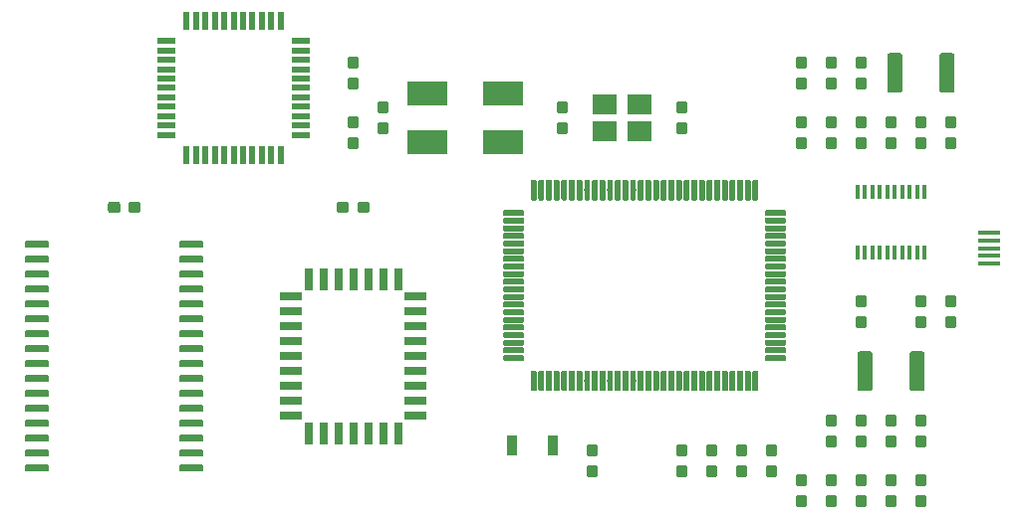
<source format=gbr>
G04 #@! TF.GenerationSoftware,KiCad,Pcbnew,(5.1.0)-1*
G04 #@! TF.CreationDate,2020-07-20T11:56:29-07:00*
G04 #@! TF.ProjectId,Tiny_Z80,54696e79-5f5a-4383-902e-6b696361645f,rev?*
G04 #@! TF.SameCoordinates,Original*
G04 #@! TF.FileFunction,Paste,Top*
G04 #@! TF.FilePolarity,Positive*
%FSLAX46Y46*%
G04 Gerber Fmt 4.6, Leading zero omitted, Abs format (unit mm)*
G04 Created by KiCad (PCBNEW (5.1.0)-1) date 2020-07-20 11:56:29*
%MOMM*%
%LPD*%
G04 APERTURE LIST*
%ADD10C,0.100000*%
%ADD11C,0.600000*%
%ADD12R,1.925000X0.700000*%
%ADD13R,0.700000X1.925000*%
%ADD14C,0.500000*%
%ADD15R,1.500000X0.550000*%
%ADD16R,0.550000X1.500000*%
%ADD17R,1.850000X0.395000*%
%ADD18C,0.950000*%
%ADD19C,1.300000*%
%ADD20R,0.400000X1.200000*%
%ADD21R,2.100000X1.800000*%
%ADD22R,0.900000X1.700000*%
%ADD23R,3.500000X2.000000*%
G04 APERTURE END LIST*
D10*
G36*
X128959703Y-101935722D02*
G01*
X128974264Y-101937882D01*
X128988543Y-101941459D01*
X129002403Y-101946418D01*
X129015710Y-101952712D01*
X129028336Y-101960280D01*
X129040159Y-101969048D01*
X129051066Y-101978934D01*
X129060952Y-101989841D01*
X129069720Y-102001664D01*
X129077288Y-102014290D01*
X129083582Y-102027597D01*
X129088541Y-102041457D01*
X129092118Y-102055736D01*
X129094278Y-102070297D01*
X129095000Y-102085000D01*
X129095000Y-102385000D01*
X129094278Y-102399703D01*
X129092118Y-102414264D01*
X129088541Y-102428543D01*
X129083582Y-102442403D01*
X129077288Y-102455710D01*
X129069720Y-102468336D01*
X129060952Y-102480159D01*
X129051066Y-102491066D01*
X129040159Y-102500952D01*
X129028336Y-102509720D01*
X129015710Y-102517288D01*
X129002403Y-102523582D01*
X128988543Y-102528541D01*
X128974264Y-102532118D01*
X128959703Y-102534278D01*
X128945000Y-102535000D01*
X127195000Y-102535000D01*
X127180297Y-102534278D01*
X127165736Y-102532118D01*
X127151457Y-102528541D01*
X127137597Y-102523582D01*
X127124290Y-102517288D01*
X127111664Y-102509720D01*
X127099841Y-102500952D01*
X127088934Y-102491066D01*
X127079048Y-102480159D01*
X127070280Y-102468336D01*
X127062712Y-102455710D01*
X127056418Y-102442403D01*
X127051459Y-102428543D01*
X127047882Y-102414264D01*
X127045722Y-102399703D01*
X127045000Y-102385000D01*
X127045000Y-102085000D01*
X127045722Y-102070297D01*
X127047882Y-102055736D01*
X127051459Y-102041457D01*
X127056418Y-102027597D01*
X127062712Y-102014290D01*
X127070280Y-102001664D01*
X127079048Y-101989841D01*
X127088934Y-101978934D01*
X127099841Y-101969048D01*
X127111664Y-101960280D01*
X127124290Y-101952712D01*
X127137597Y-101946418D01*
X127151457Y-101941459D01*
X127165736Y-101937882D01*
X127180297Y-101935722D01*
X127195000Y-101935000D01*
X128945000Y-101935000D01*
X128959703Y-101935722D01*
X128959703Y-101935722D01*
G37*
D11*
X128070000Y-102235000D03*
D10*
G36*
X128959703Y-103205722D02*
G01*
X128974264Y-103207882D01*
X128988543Y-103211459D01*
X129002403Y-103216418D01*
X129015710Y-103222712D01*
X129028336Y-103230280D01*
X129040159Y-103239048D01*
X129051066Y-103248934D01*
X129060952Y-103259841D01*
X129069720Y-103271664D01*
X129077288Y-103284290D01*
X129083582Y-103297597D01*
X129088541Y-103311457D01*
X129092118Y-103325736D01*
X129094278Y-103340297D01*
X129095000Y-103355000D01*
X129095000Y-103655000D01*
X129094278Y-103669703D01*
X129092118Y-103684264D01*
X129088541Y-103698543D01*
X129083582Y-103712403D01*
X129077288Y-103725710D01*
X129069720Y-103738336D01*
X129060952Y-103750159D01*
X129051066Y-103761066D01*
X129040159Y-103770952D01*
X129028336Y-103779720D01*
X129015710Y-103787288D01*
X129002403Y-103793582D01*
X128988543Y-103798541D01*
X128974264Y-103802118D01*
X128959703Y-103804278D01*
X128945000Y-103805000D01*
X127195000Y-103805000D01*
X127180297Y-103804278D01*
X127165736Y-103802118D01*
X127151457Y-103798541D01*
X127137597Y-103793582D01*
X127124290Y-103787288D01*
X127111664Y-103779720D01*
X127099841Y-103770952D01*
X127088934Y-103761066D01*
X127079048Y-103750159D01*
X127070280Y-103738336D01*
X127062712Y-103725710D01*
X127056418Y-103712403D01*
X127051459Y-103698543D01*
X127047882Y-103684264D01*
X127045722Y-103669703D01*
X127045000Y-103655000D01*
X127045000Y-103355000D01*
X127045722Y-103340297D01*
X127047882Y-103325736D01*
X127051459Y-103311457D01*
X127056418Y-103297597D01*
X127062712Y-103284290D01*
X127070280Y-103271664D01*
X127079048Y-103259841D01*
X127088934Y-103248934D01*
X127099841Y-103239048D01*
X127111664Y-103230280D01*
X127124290Y-103222712D01*
X127137597Y-103216418D01*
X127151457Y-103211459D01*
X127165736Y-103207882D01*
X127180297Y-103205722D01*
X127195000Y-103205000D01*
X128945000Y-103205000D01*
X128959703Y-103205722D01*
X128959703Y-103205722D01*
G37*
D11*
X128070000Y-103505000D03*
D10*
G36*
X128959703Y-104475722D02*
G01*
X128974264Y-104477882D01*
X128988543Y-104481459D01*
X129002403Y-104486418D01*
X129015710Y-104492712D01*
X129028336Y-104500280D01*
X129040159Y-104509048D01*
X129051066Y-104518934D01*
X129060952Y-104529841D01*
X129069720Y-104541664D01*
X129077288Y-104554290D01*
X129083582Y-104567597D01*
X129088541Y-104581457D01*
X129092118Y-104595736D01*
X129094278Y-104610297D01*
X129095000Y-104625000D01*
X129095000Y-104925000D01*
X129094278Y-104939703D01*
X129092118Y-104954264D01*
X129088541Y-104968543D01*
X129083582Y-104982403D01*
X129077288Y-104995710D01*
X129069720Y-105008336D01*
X129060952Y-105020159D01*
X129051066Y-105031066D01*
X129040159Y-105040952D01*
X129028336Y-105049720D01*
X129015710Y-105057288D01*
X129002403Y-105063582D01*
X128988543Y-105068541D01*
X128974264Y-105072118D01*
X128959703Y-105074278D01*
X128945000Y-105075000D01*
X127195000Y-105075000D01*
X127180297Y-105074278D01*
X127165736Y-105072118D01*
X127151457Y-105068541D01*
X127137597Y-105063582D01*
X127124290Y-105057288D01*
X127111664Y-105049720D01*
X127099841Y-105040952D01*
X127088934Y-105031066D01*
X127079048Y-105020159D01*
X127070280Y-105008336D01*
X127062712Y-104995710D01*
X127056418Y-104982403D01*
X127051459Y-104968543D01*
X127047882Y-104954264D01*
X127045722Y-104939703D01*
X127045000Y-104925000D01*
X127045000Y-104625000D01*
X127045722Y-104610297D01*
X127047882Y-104595736D01*
X127051459Y-104581457D01*
X127056418Y-104567597D01*
X127062712Y-104554290D01*
X127070280Y-104541664D01*
X127079048Y-104529841D01*
X127088934Y-104518934D01*
X127099841Y-104509048D01*
X127111664Y-104500280D01*
X127124290Y-104492712D01*
X127137597Y-104486418D01*
X127151457Y-104481459D01*
X127165736Y-104477882D01*
X127180297Y-104475722D01*
X127195000Y-104475000D01*
X128945000Y-104475000D01*
X128959703Y-104475722D01*
X128959703Y-104475722D01*
G37*
D11*
X128070000Y-104775000D03*
D10*
G36*
X128959703Y-105745722D02*
G01*
X128974264Y-105747882D01*
X128988543Y-105751459D01*
X129002403Y-105756418D01*
X129015710Y-105762712D01*
X129028336Y-105770280D01*
X129040159Y-105779048D01*
X129051066Y-105788934D01*
X129060952Y-105799841D01*
X129069720Y-105811664D01*
X129077288Y-105824290D01*
X129083582Y-105837597D01*
X129088541Y-105851457D01*
X129092118Y-105865736D01*
X129094278Y-105880297D01*
X129095000Y-105895000D01*
X129095000Y-106195000D01*
X129094278Y-106209703D01*
X129092118Y-106224264D01*
X129088541Y-106238543D01*
X129083582Y-106252403D01*
X129077288Y-106265710D01*
X129069720Y-106278336D01*
X129060952Y-106290159D01*
X129051066Y-106301066D01*
X129040159Y-106310952D01*
X129028336Y-106319720D01*
X129015710Y-106327288D01*
X129002403Y-106333582D01*
X128988543Y-106338541D01*
X128974264Y-106342118D01*
X128959703Y-106344278D01*
X128945000Y-106345000D01*
X127195000Y-106345000D01*
X127180297Y-106344278D01*
X127165736Y-106342118D01*
X127151457Y-106338541D01*
X127137597Y-106333582D01*
X127124290Y-106327288D01*
X127111664Y-106319720D01*
X127099841Y-106310952D01*
X127088934Y-106301066D01*
X127079048Y-106290159D01*
X127070280Y-106278336D01*
X127062712Y-106265710D01*
X127056418Y-106252403D01*
X127051459Y-106238543D01*
X127047882Y-106224264D01*
X127045722Y-106209703D01*
X127045000Y-106195000D01*
X127045000Y-105895000D01*
X127045722Y-105880297D01*
X127047882Y-105865736D01*
X127051459Y-105851457D01*
X127056418Y-105837597D01*
X127062712Y-105824290D01*
X127070280Y-105811664D01*
X127079048Y-105799841D01*
X127088934Y-105788934D01*
X127099841Y-105779048D01*
X127111664Y-105770280D01*
X127124290Y-105762712D01*
X127137597Y-105756418D01*
X127151457Y-105751459D01*
X127165736Y-105747882D01*
X127180297Y-105745722D01*
X127195000Y-105745000D01*
X128945000Y-105745000D01*
X128959703Y-105745722D01*
X128959703Y-105745722D01*
G37*
D11*
X128070000Y-106045000D03*
D10*
G36*
X128959703Y-107015722D02*
G01*
X128974264Y-107017882D01*
X128988543Y-107021459D01*
X129002403Y-107026418D01*
X129015710Y-107032712D01*
X129028336Y-107040280D01*
X129040159Y-107049048D01*
X129051066Y-107058934D01*
X129060952Y-107069841D01*
X129069720Y-107081664D01*
X129077288Y-107094290D01*
X129083582Y-107107597D01*
X129088541Y-107121457D01*
X129092118Y-107135736D01*
X129094278Y-107150297D01*
X129095000Y-107165000D01*
X129095000Y-107465000D01*
X129094278Y-107479703D01*
X129092118Y-107494264D01*
X129088541Y-107508543D01*
X129083582Y-107522403D01*
X129077288Y-107535710D01*
X129069720Y-107548336D01*
X129060952Y-107560159D01*
X129051066Y-107571066D01*
X129040159Y-107580952D01*
X129028336Y-107589720D01*
X129015710Y-107597288D01*
X129002403Y-107603582D01*
X128988543Y-107608541D01*
X128974264Y-107612118D01*
X128959703Y-107614278D01*
X128945000Y-107615000D01*
X127195000Y-107615000D01*
X127180297Y-107614278D01*
X127165736Y-107612118D01*
X127151457Y-107608541D01*
X127137597Y-107603582D01*
X127124290Y-107597288D01*
X127111664Y-107589720D01*
X127099841Y-107580952D01*
X127088934Y-107571066D01*
X127079048Y-107560159D01*
X127070280Y-107548336D01*
X127062712Y-107535710D01*
X127056418Y-107522403D01*
X127051459Y-107508543D01*
X127047882Y-107494264D01*
X127045722Y-107479703D01*
X127045000Y-107465000D01*
X127045000Y-107165000D01*
X127045722Y-107150297D01*
X127047882Y-107135736D01*
X127051459Y-107121457D01*
X127056418Y-107107597D01*
X127062712Y-107094290D01*
X127070280Y-107081664D01*
X127079048Y-107069841D01*
X127088934Y-107058934D01*
X127099841Y-107049048D01*
X127111664Y-107040280D01*
X127124290Y-107032712D01*
X127137597Y-107026418D01*
X127151457Y-107021459D01*
X127165736Y-107017882D01*
X127180297Y-107015722D01*
X127195000Y-107015000D01*
X128945000Y-107015000D01*
X128959703Y-107015722D01*
X128959703Y-107015722D01*
G37*
D11*
X128070000Y-107315000D03*
D10*
G36*
X128959703Y-108285722D02*
G01*
X128974264Y-108287882D01*
X128988543Y-108291459D01*
X129002403Y-108296418D01*
X129015710Y-108302712D01*
X129028336Y-108310280D01*
X129040159Y-108319048D01*
X129051066Y-108328934D01*
X129060952Y-108339841D01*
X129069720Y-108351664D01*
X129077288Y-108364290D01*
X129083582Y-108377597D01*
X129088541Y-108391457D01*
X129092118Y-108405736D01*
X129094278Y-108420297D01*
X129095000Y-108435000D01*
X129095000Y-108735000D01*
X129094278Y-108749703D01*
X129092118Y-108764264D01*
X129088541Y-108778543D01*
X129083582Y-108792403D01*
X129077288Y-108805710D01*
X129069720Y-108818336D01*
X129060952Y-108830159D01*
X129051066Y-108841066D01*
X129040159Y-108850952D01*
X129028336Y-108859720D01*
X129015710Y-108867288D01*
X129002403Y-108873582D01*
X128988543Y-108878541D01*
X128974264Y-108882118D01*
X128959703Y-108884278D01*
X128945000Y-108885000D01*
X127195000Y-108885000D01*
X127180297Y-108884278D01*
X127165736Y-108882118D01*
X127151457Y-108878541D01*
X127137597Y-108873582D01*
X127124290Y-108867288D01*
X127111664Y-108859720D01*
X127099841Y-108850952D01*
X127088934Y-108841066D01*
X127079048Y-108830159D01*
X127070280Y-108818336D01*
X127062712Y-108805710D01*
X127056418Y-108792403D01*
X127051459Y-108778543D01*
X127047882Y-108764264D01*
X127045722Y-108749703D01*
X127045000Y-108735000D01*
X127045000Y-108435000D01*
X127045722Y-108420297D01*
X127047882Y-108405736D01*
X127051459Y-108391457D01*
X127056418Y-108377597D01*
X127062712Y-108364290D01*
X127070280Y-108351664D01*
X127079048Y-108339841D01*
X127088934Y-108328934D01*
X127099841Y-108319048D01*
X127111664Y-108310280D01*
X127124290Y-108302712D01*
X127137597Y-108296418D01*
X127151457Y-108291459D01*
X127165736Y-108287882D01*
X127180297Y-108285722D01*
X127195000Y-108285000D01*
X128945000Y-108285000D01*
X128959703Y-108285722D01*
X128959703Y-108285722D01*
G37*
D11*
X128070000Y-108585000D03*
D10*
G36*
X128959703Y-109555722D02*
G01*
X128974264Y-109557882D01*
X128988543Y-109561459D01*
X129002403Y-109566418D01*
X129015710Y-109572712D01*
X129028336Y-109580280D01*
X129040159Y-109589048D01*
X129051066Y-109598934D01*
X129060952Y-109609841D01*
X129069720Y-109621664D01*
X129077288Y-109634290D01*
X129083582Y-109647597D01*
X129088541Y-109661457D01*
X129092118Y-109675736D01*
X129094278Y-109690297D01*
X129095000Y-109705000D01*
X129095000Y-110005000D01*
X129094278Y-110019703D01*
X129092118Y-110034264D01*
X129088541Y-110048543D01*
X129083582Y-110062403D01*
X129077288Y-110075710D01*
X129069720Y-110088336D01*
X129060952Y-110100159D01*
X129051066Y-110111066D01*
X129040159Y-110120952D01*
X129028336Y-110129720D01*
X129015710Y-110137288D01*
X129002403Y-110143582D01*
X128988543Y-110148541D01*
X128974264Y-110152118D01*
X128959703Y-110154278D01*
X128945000Y-110155000D01*
X127195000Y-110155000D01*
X127180297Y-110154278D01*
X127165736Y-110152118D01*
X127151457Y-110148541D01*
X127137597Y-110143582D01*
X127124290Y-110137288D01*
X127111664Y-110129720D01*
X127099841Y-110120952D01*
X127088934Y-110111066D01*
X127079048Y-110100159D01*
X127070280Y-110088336D01*
X127062712Y-110075710D01*
X127056418Y-110062403D01*
X127051459Y-110048543D01*
X127047882Y-110034264D01*
X127045722Y-110019703D01*
X127045000Y-110005000D01*
X127045000Y-109705000D01*
X127045722Y-109690297D01*
X127047882Y-109675736D01*
X127051459Y-109661457D01*
X127056418Y-109647597D01*
X127062712Y-109634290D01*
X127070280Y-109621664D01*
X127079048Y-109609841D01*
X127088934Y-109598934D01*
X127099841Y-109589048D01*
X127111664Y-109580280D01*
X127124290Y-109572712D01*
X127137597Y-109566418D01*
X127151457Y-109561459D01*
X127165736Y-109557882D01*
X127180297Y-109555722D01*
X127195000Y-109555000D01*
X128945000Y-109555000D01*
X128959703Y-109555722D01*
X128959703Y-109555722D01*
G37*
D11*
X128070000Y-109855000D03*
D10*
G36*
X128959703Y-110825722D02*
G01*
X128974264Y-110827882D01*
X128988543Y-110831459D01*
X129002403Y-110836418D01*
X129015710Y-110842712D01*
X129028336Y-110850280D01*
X129040159Y-110859048D01*
X129051066Y-110868934D01*
X129060952Y-110879841D01*
X129069720Y-110891664D01*
X129077288Y-110904290D01*
X129083582Y-110917597D01*
X129088541Y-110931457D01*
X129092118Y-110945736D01*
X129094278Y-110960297D01*
X129095000Y-110975000D01*
X129095000Y-111275000D01*
X129094278Y-111289703D01*
X129092118Y-111304264D01*
X129088541Y-111318543D01*
X129083582Y-111332403D01*
X129077288Y-111345710D01*
X129069720Y-111358336D01*
X129060952Y-111370159D01*
X129051066Y-111381066D01*
X129040159Y-111390952D01*
X129028336Y-111399720D01*
X129015710Y-111407288D01*
X129002403Y-111413582D01*
X128988543Y-111418541D01*
X128974264Y-111422118D01*
X128959703Y-111424278D01*
X128945000Y-111425000D01*
X127195000Y-111425000D01*
X127180297Y-111424278D01*
X127165736Y-111422118D01*
X127151457Y-111418541D01*
X127137597Y-111413582D01*
X127124290Y-111407288D01*
X127111664Y-111399720D01*
X127099841Y-111390952D01*
X127088934Y-111381066D01*
X127079048Y-111370159D01*
X127070280Y-111358336D01*
X127062712Y-111345710D01*
X127056418Y-111332403D01*
X127051459Y-111318543D01*
X127047882Y-111304264D01*
X127045722Y-111289703D01*
X127045000Y-111275000D01*
X127045000Y-110975000D01*
X127045722Y-110960297D01*
X127047882Y-110945736D01*
X127051459Y-110931457D01*
X127056418Y-110917597D01*
X127062712Y-110904290D01*
X127070280Y-110891664D01*
X127079048Y-110879841D01*
X127088934Y-110868934D01*
X127099841Y-110859048D01*
X127111664Y-110850280D01*
X127124290Y-110842712D01*
X127137597Y-110836418D01*
X127151457Y-110831459D01*
X127165736Y-110827882D01*
X127180297Y-110825722D01*
X127195000Y-110825000D01*
X128945000Y-110825000D01*
X128959703Y-110825722D01*
X128959703Y-110825722D01*
G37*
D11*
X128070000Y-111125000D03*
D10*
G36*
X128959703Y-112095722D02*
G01*
X128974264Y-112097882D01*
X128988543Y-112101459D01*
X129002403Y-112106418D01*
X129015710Y-112112712D01*
X129028336Y-112120280D01*
X129040159Y-112129048D01*
X129051066Y-112138934D01*
X129060952Y-112149841D01*
X129069720Y-112161664D01*
X129077288Y-112174290D01*
X129083582Y-112187597D01*
X129088541Y-112201457D01*
X129092118Y-112215736D01*
X129094278Y-112230297D01*
X129095000Y-112245000D01*
X129095000Y-112545000D01*
X129094278Y-112559703D01*
X129092118Y-112574264D01*
X129088541Y-112588543D01*
X129083582Y-112602403D01*
X129077288Y-112615710D01*
X129069720Y-112628336D01*
X129060952Y-112640159D01*
X129051066Y-112651066D01*
X129040159Y-112660952D01*
X129028336Y-112669720D01*
X129015710Y-112677288D01*
X129002403Y-112683582D01*
X128988543Y-112688541D01*
X128974264Y-112692118D01*
X128959703Y-112694278D01*
X128945000Y-112695000D01*
X127195000Y-112695000D01*
X127180297Y-112694278D01*
X127165736Y-112692118D01*
X127151457Y-112688541D01*
X127137597Y-112683582D01*
X127124290Y-112677288D01*
X127111664Y-112669720D01*
X127099841Y-112660952D01*
X127088934Y-112651066D01*
X127079048Y-112640159D01*
X127070280Y-112628336D01*
X127062712Y-112615710D01*
X127056418Y-112602403D01*
X127051459Y-112588543D01*
X127047882Y-112574264D01*
X127045722Y-112559703D01*
X127045000Y-112545000D01*
X127045000Y-112245000D01*
X127045722Y-112230297D01*
X127047882Y-112215736D01*
X127051459Y-112201457D01*
X127056418Y-112187597D01*
X127062712Y-112174290D01*
X127070280Y-112161664D01*
X127079048Y-112149841D01*
X127088934Y-112138934D01*
X127099841Y-112129048D01*
X127111664Y-112120280D01*
X127124290Y-112112712D01*
X127137597Y-112106418D01*
X127151457Y-112101459D01*
X127165736Y-112097882D01*
X127180297Y-112095722D01*
X127195000Y-112095000D01*
X128945000Y-112095000D01*
X128959703Y-112095722D01*
X128959703Y-112095722D01*
G37*
D11*
X128070000Y-112395000D03*
D10*
G36*
X128959703Y-113365722D02*
G01*
X128974264Y-113367882D01*
X128988543Y-113371459D01*
X129002403Y-113376418D01*
X129015710Y-113382712D01*
X129028336Y-113390280D01*
X129040159Y-113399048D01*
X129051066Y-113408934D01*
X129060952Y-113419841D01*
X129069720Y-113431664D01*
X129077288Y-113444290D01*
X129083582Y-113457597D01*
X129088541Y-113471457D01*
X129092118Y-113485736D01*
X129094278Y-113500297D01*
X129095000Y-113515000D01*
X129095000Y-113815000D01*
X129094278Y-113829703D01*
X129092118Y-113844264D01*
X129088541Y-113858543D01*
X129083582Y-113872403D01*
X129077288Y-113885710D01*
X129069720Y-113898336D01*
X129060952Y-113910159D01*
X129051066Y-113921066D01*
X129040159Y-113930952D01*
X129028336Y-113939720D01*
X129015710Y-113947288D01*
X129002403Y-113953582D01*
X128988543Y-113958541D01*
X128974264Y-113962118D01*
X128959703Y-113964278D01*
X128945000Y-113965000D01*
X127195000Y-113965000D01*
X127180297Y-113964278D01*
X127165736Y-113962118D01*
X127151457Y-113958541D01*
X127137597Y-113953582D01*
X127124290Y-113947288D01*
X127111664Y-113939720D01*
X127099841Y-113930952D01*
X127088934Y-113921066D01*
X127079048Y-113910159D01*
X127070280Y-113898336D01*
X127062712Y-113885710D01*
X127056418Y-113872403D01*
X127051459Y-113858543D01*
X127047882Y-113844264D01*
X127045722Y-113829703D01*
X127045000Y-113815000D01*
X127045000Y-113515000D01*
X127045722Y-113500297D01*
X127047882Y-113485736D01*
X127051459Y-113471457D01*
X127056418Y-113457597D01*
X127062712Y-113444290D01*
X127070280Y-113431664D01*
X127079048Y-113419841D01*
X127088934Y-113408934D01*
X127099841Y-113399048D01*
X127111664Y-113390280D01*
X127124290Y-113382712D01*
X127137597Y-113376418D01*
X127151457Y-113371459D01*
X127165736Y-113367882D01*
X127180297Y-113365722D01*
X127195000Y-113365000D01*
X128945000Y-113365000D01*
X128959703Y-113365722D01*
X128959703Y-113365722D01*
G37*
D11*
X128070000Y-113665000D03*
D10*
G36*
X128959703Y-114635722D02*
G01*
X128974264Y-114637882D01*
X128988543Y-114641459D01*
X129002403Y-114646418D01*
X129015710Y-114652712D01*
X129028336Y-114660280D01*
X129040159Y-114669048D01*
X129051066Y-114678934D01*
X129060952Y-114689841D01*
X129069720Y-114701664D01*
X129077288Y-114714290D01*
X129083582Y-114727597D01*
X129088541Y-114741457D01*
X129092118Y-114755736D01*
X129094278Y-114770297D01*
X129095000Y-114785000D01*
X129095000Y-115085000D01*
X129094278Y-115099703D01*
X129092118Y-115114264D01*
X129088541Y-115128543D01*
X129083582Y-115142403D01*
X129077288Y-115155710D01*
X129069720Y-115168336D01*
X129060952Y-115180159D01*
X129051066Y-115191066D01*
X129040159Y-115200952D01*
X129028336Y-115209720D01*
X129015710Y-115217288D01*
X129002403Y-115223582D01*
X128988543Y-115228541D01*
X128974264Y-115232118D01*
X128959703Y-115234278D01*
X128945000Y-115235000D01*
X127195000Y-115235000D01*
X127180297Y-115234278D01*
X127165736Y-115232118D01*
X127151457Y-115228541D01*
X127137597Y-115223582D01*
X127124290Y-115217288D01*
X127111664Y-115209720D01*
X127099841Y-115200952D01*
X127088934Y-115191066D01*
X127079048Y-115180159D01*
X127070280Y-115168336D01*
X127062712Y-115155710D01*
X127056418Y-115142403D01*
X127051459Y-115128543D01*
X127047882Y-115114264D01*
X127045722Y-115099703D01*
X127045000Y-115085000D01*
X127045000Y-114785000D01*
X127045722Y-114770297D01*
X127047882Y-114755736D01*
X127051459Y-114741457D01*
X127056418Y-114727597D01*
X127062712Y-114714290D01*
X127070280Y-114701664D01*
X127079048Y-114689841D01*
X127088934Y-114678934D01*
X127099841Y-114669048D01*
X127111664Y-114660280D01*
X127124290Y-114652712D01*
X127137597Y-114646418D01*
X127151457Y-114641459D01*
X127165736Y-114637882D01*
X127180297Y-114635722D01*
X127195000Y-114635000D01*
X128945000Y-114635000D01*
X128959703Y-114635722D01*
X128959703Y-114635722D01*
G37*
D11*
X128070000Y-114935000D03*
D10*
G36*
X128959703Y-115905722D02*
G01*
X128974264Y-115907882D01*
X128988543Y-115911459D01*
X129002403Y-115916418D01*
X129015710Y-115922712D01*
X129028336Y-115930280D01*
X129040159Y-115939048D01*
X129051066Y-115948934D01*
X129060952Y-115959841D01*
X129069720Y-115971664D01*
X129077288Y-115984290D01*
X129083582Y-115997597D01*
X129088541Y-116011457D01*
X129092118Y-116025736D01*
X129094278Y-116040297D01*
X129095000Y-116055000D01*
X129095000Y-116355000D01*
X129094278Y-116369703D01*
X129092118Y-116384264D01*
X129088541Y-116398543D01*
X129083582Y-116412403D01*
X129077288Y-116425710D01*
X129069720Y-116438336D01*
X129060952Y-116450159D01*
X129051066Y-116461066D01*
X129040159Y-116470952D01*
X129028336Y-116479720D01*
X129015710Y-116487288D01*
X129002403Y-116493582D01*
X128988543Y-116498541D01*
X128974264Y-116502118D01*
X128959703Y-116504278D01*
X128945000Y-116505000D01*
X127195000Y-116505000D01*
X127180297Y-116504278D01*
X127165736Y-116502118D01*
X127151457Y-116498541D01*
X127137597Y-116493582D01*
X127124290Y-116487288D01*
X127111664Y-116479720D01*
X127099841Y-116470952D01*
X127088934Y-116461066D01*
X127079048Y-116450159D01*
X127070280Y-116438336D01*
X127062712Y-116425710D01*
X127056418Y-116412403D01*
X127051459Y-116398543D01*
X127047882Y-116384264D01*
X127045722Y-116369703D01*
X127045000Y-116355000D01*
X127045000Y-116055000D01*
X127045722Y-116040297D01*
X127047882Y-116025736D01*
X127051459Y-116011457D01*
X127056418Y-115997597D01*
X127062712Y-115984290D01*
X127070280Y-115971664D01*
X127079048Y-115959841D01*
X127088934Y-115948934D01*
X127099841Y-115939048D01*
X127111664Y-115930280D01*
X127124290Y-115922712D01*
X127137597Y-115916418D01*
X127151457Y-115911459D01*
X127165736Y-115907882D01*
X127180297Y-115905722D01*
X127195000Y-115905000D01*
X128945000Y-115905000D01*
X128959703Y-115905722D01*
X128959703Y-115905722D01*
G37*
D11*
X128070000Y-116205000D03*
D10*
G36*
X128959703Y-117175722D02*
G01*
X128974264Y-117177882D01*
X128988543Y-117181459D01*
X129002403Y-117186418D01*
X129015710Y-117192712D01*
X129028336Y-117200280D01*
X129040159Y-117209048D01*
X129051066Y-117218934D01*
X129060952Y-117229841D01*
X129069720Y-117241664D01*
X129077288Y-117254290D01*
X129083582Y-117267597D01*
X129088541Y-117281457D01*
X129092118Y-117295736D01*
X129094278Y-117310297D01*
X129095000Y-117325000D01*
X129095000Y-117625000D01*
X129094278Y-117639703D01*
X129092118Y-117654264D01*
X129088541Y-117668543D01*
X129083582Y-117682403D01*
X129077288Y-117695710D01*
X129069720Y-117708336D01*
X129060952Y-117720159D01*
X129051066Y-117731066D01*
X129040159Y-117740952D01*
X129028336Y-117749720D01*
X129015710Y-117757288D01*
X129002403Y-117763582D01*
X128988543Y-117768541D01*
X128974264Y-117772118D01*
X128959703Y-117774278D01*
X128945000Y-117775000D01*
X127195000Y-117775000D01*
X127180297Y-117774278D01*
X127165736Y-117772118D01*
X127151457Y-117768541D01*
X127137597Y-117763582D01*
X127124290Y-117757288D01*
X127111664Y-117749720D01*
X127099841Y-117740952D01*
X127088934Y-117731066D01*
X127079048Y-117720159D01*
X127070280Y-117708336D01*
X127062712Y-117695710D01*
X127056418Y-117682403D01*
X127051459Y-117668543D01*
X127047882Y-117654264D01*
X127045722Y-117639703D01*
X127045000Y-117625000D01*
X127045000Y-117325000D01*
X127045722Y-117310297D01*
X127047882Y-117295736D01*
X127051459Y-117281457D01*
X127056418Y-117267597D01*
X127062712Y-117254290D01*
X127070280Y-117241664D01*
X127079048Y-117229841D01*
X127088934Y-117218934D01*
X127099841Y-117209048D01*
X127111664Y-117200280D01*
X127124290Y-117192712D01*
X127137597Y-117186418D01*
X127151457Y-117181459D01*
X127165736Y-117177882D01*
X127180297Y-117175722D01*
X127195000Y-117175000D01*
X128945000Y-117175000D01*
X128959703Y-117175722D01*
X128959703Y-117175722D01*
G37*
D11*
X128070000Y-117475000D03*
D10*
G36*
X128959703Y-118445722D02*
G01*
X128974264Y-118447882D01*
X128988543Y-118451459D01*
X129002403Y-118456418D01*
X129015710Y-118462712D01*
X129028336Y-118470280D01*
X129040159Y-118479048D01*
X129051066Y-118488934D01*
X129060952Y-118499841D01*
X129069720Y-118511664D01*
X129077288Y-118524290D01*
X129083582Y-118537597D01*
X129088541Y-118551457D01*
X129092118Y-118565736D01*
X129094278Y-118580297D01*
X129095000Y-118595000D01*
X129095000Y-118895000D01*
X129094278Y-118909703D01*
X129092118Y-118924264D01*
X129088541Y-118938543D01*
X129083582Y-118952403D01*
X129077288Y-118965710D01*
X129069720Y-118978336D01*
X129060952Y-118990159D01*
X129051066Y-119001066D01*
X129040159Y-119010952D01*
X129028336Y-119019720D01*
X129015710Y-119027288D01*
X129002403Y-119033582D01*
X128988543Y-119038541D01*
X128974264Y-119042118D01*
X128959703Y-119044278D01*
X128945000Y-119045000D01*
X127195000Y-119045000D01*
X127180297Y-119044278D01*
X127165736Y-119042118D01*
X127151457Y-119038541D01*
X127137597Y-119033582D01*
X127124290Y-119027288D01*
X127111664Y-119019720D01*
X127099841Y-119010952D01*
X127088934Y-119001066D01*
X127079048Y-118990159D01*
X127070280Y-118978336D01*
X127062712Y-118965710D01*
X127056418Y-118952403D01*
X127051459Y-118938543D01*
X127047882Y-118924264D01*
X127045722Y-118909703D01*
X127045000Y-118895000D01*
X127045000Y-118595000D01*
X127045722Y-118580297D01*
X127047882Y-118565736D01*
X127051459Y-118551457D01*
X127056418Y-118537597D01*
X127062712Y-118524290D01*
X127070280Y-118511664D01*
X127079048Y-118499841D01*
X127088934Y-118488934D01*
X127099841Y-118479048D01*
X127111664Y-118470280D01*
X127124290Y-118462712D01*
X127137597Y-118456418D01*
X127151457Y-118451459D01*
X127165736Y-118447882D01*
X127180297Y-118445722D01*
X127195000Y-118445000D01*
X128945000Y-118445000D01*
X128959703Y-118445722D01*
X128959703Y-118445722D01*
G37*
D11*
X128070000Y-118745000D03*
D10*
G36*
X128959703Y-119715722D02*
G01*
X128974264Y-119717882D01*
X128988543Y-119721459D01*
X129002403Y-119726418D01*
X129015710Y-119732712D01*
X129028336Y-119740280D01*
X129040159Y-119749048D01*
X129051066Y-119758934D01*
X129060952Y-119769841D01*
X129069720Y-119781664D01*
X129077288Y-119794290D01*
X129083582Y-119807597D01*
X129088541Y-119821457D01*
X129092118Y-119835736D01*
X129094278Y-119850297D01*
X129095000Y-119865000D01*
X129095000Y-120165000D01*
X129094278Y-120179703D01*
X129092118Y-120194264D01*
X129088541Y-120208543D01*
X129083582Y-120222403D01*
X129077288Y-120235710D01*
X129069720Y-120248336D01*
X129060952Y-120260159D01*
X129051066Y-120271066D01*
X129040159Y-120280952D01*
X129028336Y-120289720D01*
X129015710Y-120297288D01*
X129002403Y-120303582D01*
X128988543Y-120308541D01*
X128974264Y-120312118D01*
X128959703Y-120314278D01*
X128945000Y-120315000D01*
X127195000Y-120315000D01*
X127180297Y-120314278D01*
X127165736Y-120312118D01*
X127151457Y-120308541D01*
X127137597Y-120303582D01*
X127124290Y-120297288D01*
X127111664Y-120289720D01*
X127099841Y-120280952D01*
X127088934Y-120271066D01*
X127079048Y-120260159D01*
X127070280Y-120248336D01*
X127062712Y-120235710D01*
X127056418Y-120222403D01*
X127051459Y-120208543D01*
X127047882Y-120194264D01*
X127045722Y-120179703D01*
X127045000Y-120165000D01*
X127045000Y-119865000D01*
X127045722Y-119850297D01*
X127047882Y-119835736D01*
X127051459Y-119821457D01*
X127056418Y-119807597D01*
X127062712Y-119794290D01*
X127070280Y-119781664D01*
X127079048Y-119769841D01*
X127088934Y-119758934D01*
X127099841Y-119749048D01*
X127111664Y-119740280D01*
X127124290Y-119732712D01*
X127137597Y-119726418D01*
X127151457Y-119721459D01*
X127165736Y-119717882D01*
X127180297Y-119715722D01*
X127195000Y-119715000D01*
X128945000Y-119715000D01*
X128959703Y-119715722D01*
X128959703Y-119715722D01*
G37*
D11*
X128070000Y-120015000D03*
D10*
G36*
X128959703Y-120985722D02*
G01*
X128974264Y-120987882D01*
X128988543Y-120991459D01*
X129002403Y-120996418D01*
X129015710Y-121002712D01*
X129028336Y-121010280D01*
X129040159Y-121019048D01*
X129051066Y-121028934D01*
X129060952Y-121039841D01*
X129069720Y-121051664D01*
X129077288Y-121064290D01*
X129083582Y-121077597D01*
X129088541Y-121091457D01*
X129092118Y-121105736D01*
X129094278Y-121120297D01*
X129095000Y-121135000D01*
X129095000Y-121435000D01*
X129094278Y-121449703D01*
X129092118Y-121464264D01*
X129088541Y-121478543D01*
X129083582Y-121492403D01*
X129077288Y-121505710D01*
X129069720Y-121518336D01*
X129060952Y-121530159D01*
X129051066Y-121541066D01*
X129040159Y-121550952D01*
X129028336Y-121559720D01*
X129015710Y-121567288D01*
X129002403Y-121573582D01*
X128988543Y-121578541D01*
X128974264Y-121582118D01*
X128959703Y-121584278D01*
X128945000Y-121585000D01*
X127195000Y-121585000D01*
X127180297Y-121584278D01*
X127165736Y-121582118D01*
X127151457Y-121578541D01*
X127137597Y-121573582D01*
X127124290Y-121567288D01*
X127111664Y-121559720D01*
X127099841Y-121550952D01*
X127088934Y-121541066D01*
X127079048Y-121530159D01*
X127070280Y-121518336D01*
X127062712Y-121505710D01*
X127056418Y-121492403D01*
X127051459Y-121478543D01*
X127047882Y-121464264D01*
X127045722Y-121449703D01*
X127045000Y-121435000D01*
X127045000Y-121135000D01*
X127045722Y-121120297D01*
X127047882Y-121105736D01*
X127051459Y-121091457D01*
X127056418Y-121077597D01*
X127062712Y-121064290D01*
X127070280Y-121051664D01*
X127079048Y-121039841D01*
X127088934Y-121028934D01*
X127099841Y-121019048D01*
X127111664Y-121010280D01*
X127124290Y-121002712D01*
X127137597Y-120996418D01*
X127151457Y-120991459D01*
X127165736Y-120987882D01*
X127180297Y-120985722D01*
X127195000Y-120985000D01*
X128945000Y-120985000D01*
X128959703Y-120985722D01*
X128959703Y-120985722D01*
G37*
D11*
X128070000Y-121285000D03*
D10*
G36*
X142059703Y-120985722D02*
G01*
X142074264Y-120987882D01*
X142088543Y-120991459D01*
X142102403Y-120996418D01*
X142115710Y-121002712D01*
X142128336Y-121010280D01*
X142140159Y-121019048D01*
X142151066Y-121028934D01*
X142160952Y-121039841D01*
X142169720Y-121051664D01*
X142177288Y-121064290D01*
X142183582Y-121077597D01*
X142188541Y-121091457D01*
X142192118Y-121105736D01*
X142194278Y-121120297D01*
X142195000Y-121135000D01*
X142195000Y-121435000D01*
X142194278Y-121449703D01*
X142192118Y-121464264D01*
X142188541Y-121478543D01*
X142183582Y-121492403D01*
X142177288Y-121505710D01*
X142169720Y-121518336D01*
X142160952Y-121530159D01*
X142151066Y-121541066D01*
X142140159Y-121550952D01*
X142128336Y-121559720D01*
X142115710Y-121567288D01*
X142102403Y-121573582D01*
X142088543Y-121578541D01*
X142074264Y-121582118D01*
X142059703Y-121584278D01*
X142045000Y-121585000D01*
X140295000Y-121585000D01*
X140280297Y-121584278D01*
X140265736Y-121582118D01*
X140251457Y-121578541D01*
X140237597Y-121573582D01*
X140224290Y-121567288D01*
X140211664Y-121559720D01*
X140199841Y-121550952D01*
X140188934Y-121541066D01*
X140179048Y-121530159D01*
X140170280Y-121518336D01*
X140162712Y-121505710D01*
X140156418Y-121492403D01*
X140151459Y-121478543D01*
X140147882Y-121464264D01*
X140145722Y-121449703D01*
X140145000Y-121435000D01*
X140145000Y-121135000D01*
X140145722Y-121120297D01*
X140147882Y-121105736D01*
X140151459Y-121091457D01*
X140156418Y-121077597D01*
X140162712Y-121064290D01*
X140170280Y-121051664D01*
X140179048Y-121039841D01*
X140188934Y-121028934D01*
X140199841Y-121019048D01*
X140211664Y-121010280D01*
X140224290Y-121002712D01*
X140237597Y-120996418D01*
X140251457Y-120991459D01*
X140265736Y-120987882D01*
X140280297Y-120985722D01*
X140295000Y-120985000D01*
X142045000Y-120985000D01*
X142059703Y-120985722D01*
X142059703Y-120985722D01*
G37*
D11*
X141170000Y-121285000D03*
D10*
G36*
X142059703Y-119715722D02*
G01*
X142074264Y-119717882D01*
X142088543Y-119721459D01*
X142102403Y-119726418D01*
X142115710Y-119732712D01*
X142128336Y-119740280D01*
X142140159Y-119749048D01*
X142151066Y-119758934D01*
X142160952Y-119769841D01*
X142169720Y-119781664D01*
X142177288Y-119794290D01*
X142183582Y-119807597D01*
X142188541Y-119821457D01*
X142192118Y-119835736D01*
X142194278Y-119850297D01*
X142195000Y-119865000D01*
X142195000Y-120165000D01*
X142194278Y-120179703D01*
X142192118Y-120194264D01*
X142188541Y-120208543D01*
X142183582Y-120222403D01*
X142177288Y-120235710D01*
X142169720Y-120248336D01*
X142160952Y-120260159D01*
X142151066Y-120271066D01*
X142140159Y-120280952D01*
X142128336Y-120289720D01*
X142115710Y-120297288D01*
X142102403Y-120303582D01*
X142088543Y-120308541D01*
X142074264Y-120312118D01*
X142059703Y-120314278D01*
X142045000Y-120315000D01*
X140295000Y-120315000D01*
X140280297Y-120314278D01*
X140265736Y-120312118D01*
X140251457Y-120308541D01*
X140237597Y-120303582D01*
X140224290Y-120297288D01*
X140211664Y-120289720D01*
X140199841Y-120280952D01*
X140188934Y-120271066D01*
X140179048Y-120260159D01*
X140170280Y-120248336D01*
X140162712Y-120235710D01*
X140156418Y-120222403D01*
X140151459Y-120208543D01*
X140147882Y-120194264D01*
X140145722Y-120179703D01*
X140145000Y-120165000D01*
X140145000Y-119865000D01*
X140145722Y-119850297D01*
X140147882Y-119835736D01*
X140151459Y-119821457D01*
X140156418Y-119807597D01*
X140162712Y-119794290D01*
X140170280Y-119781664D01*
X140179048Y-119769841D01*
X140188934Y-119758934D01*
X140199841Y-119749048D01*
X140211664Y-119740280D01*
X140224290Y-119732712D01*
X140237597Y-119726418D01*
X140251457Y-119721459D01*
X140265736Y-119717882D01*
X140280297Y-119715722D01*
X140295000Y-119715000D01*
X142045000Y-119715000D01*
X142059703Y-119715722D01*
X142059703Y-119715722D01*
G37*
D11*
X141170000Y-120015000D03*
D10*
G36*
X142059703Y-118445722D02*
G01*
X142074264Y-118447882D01*
X142088543Y-118451459D01*
X142102403Y-118456418D01*
X142115710Y-118462712D01*
X142128336Y-118470280D01*
X142140159Y-118479048D01*
X142151066Y-118488934D01*
X142160952Y-118499841D01*
X142169720Y-118511664D01*
X142177288Y-118524290D01*
X142183582Y-118537597D01*
X142188541Y-118551457D01*
X142192118Y-118565736D01*
X142194278Y-118580297D01*
X142195000Y-118595000D01*
X142195000Y-118895000D01*
X142194278Y-118909703D01*
X142192118Y-118924264D01*
X142188541Y-118938543D01*
X142183582Y-118952403D01*
X142177288Y-118965710D01*
X142169720Y-118978336D01*
X142160952Y-118990159D01*
X142151066Y-119001066D01*
X142140159Y-119010952D01*
X142128336Y-119019720D01*
X142115710Y-119027288D01*
X142102403Y-119033582D01*
X142088543Y-119038541D01*
X142074264Y-119042118D01*
X142059703Y-119044278D01*
X142045000Y-119045000D01*
X140295000Y-119045000D01*
X140280297Y-119044278D01*
X140265736Y-119042118D01*
X140251457Y-119038541D01*
X140237597Y-119033582D01*
X140224290Y-119027288D01*
X140211664Y-119019720D01*
X140199841Y-119010952D01*
X140188934Y-119001066D01*
X140179048Y-118990159D01*
X140170280Y-118978336D01*
X140162712Y-118965710D01*
X140156418Y-118952403D01*
X140151459Y-118938543D01*
X140147882Y-118924264D01*
X140145722Y-118909703D01*
X140145000Y-118895000D01*
X140145000Y-118595000D01*
X140145722Y-118580297D01*
X140147882Y-118565736D01*
X140151459Y-118551457D01*
X140156418Y-118537597D01*
X140162712Y-118524290D01*
X140170280Y-118511664D01*
X140179048Y-118499841D01*
X140188934Y-118488934D01*
X140199841Y-118479048D01*
X140211664Y-118470280D01*
X140224290Y-118462712D01*
X140237597Y-118456418D01*
X140251457Y-118451459D01*
X140265736Y-118447882D01*
X140280297Y-118445722D01*
X140295000Y-118445000D01*
X142045000Y-118445000D01*
X142059703Y-118445722D01*
X142059703Y-118445722D01*
G37*
D11*
X141170000Y-118745000D03*
D10*
G36*
X142059703Y-117175722D02*
G01*
X142074264Y-117177882D01*
X142088543Y-117181459D01*
X142102403Y-117186418D01*
X142115710Y-117192712D01*
X142128336Y-117200280D01*
X142140159Y-117209048D01*
X142151066Y-117218934D01*
X142160952Y-117229841D01*
X142169720Y-117241664D01*
X142177288Y-117254290D01*
X142183582Y-117267597D01*
X142188541Y-117281457D01*
X142192118Y-117295736D01*
X142194278Y-117310297D01*
X142195000Y-117325000D01*
X142195000Y-117625000D01*
X142194278Y-117639703D01*
X142192118Y-117654264D01*
X142188541Y-117668543D01*
X142183582Y-117682403D01*
X142177288Y-117695710D01*
X142169720Y-117708336D01*
X142160952Y-117720159D01*
X142151066Y-117731066D01*
X142140159Y-117740952D01*
X142128336Y-117749720D01*
X142115710Y-117757288D01*
X142102403Y-117763582D01*
X142088543Y-117768541D01*
X142074264Y-117772118D01*
X142059703Y-117774278D01*
X142045000Y-117775000D01*
X140295000Y-117775000D01*
X140280297Y-117774278D01*
X140265736Y-117772118D01*
X140251457Y-117768541D01*
X140237597Y-117763582D01*
X140224290Y-117757288D01*
X140211664Y-117749720D01*
X140199841Y-117740952D01*
X140188934Y-117731066D01*
X140179048Y-117720159D01*
X140170280Y-117708336D01*
X140162712Y-117695710D01*
X140156418Y-117682403D01*
X140151459Y-117668543D01*
X140147882Y-117654264D01*
X140145722Y-117639703D01*
X140145000Y-117625000D01*
X140145000Y-117325000D01*
X140145722Y-117310297D01*
X140147882Y-117295736D01*
X140151459Y-117281457D01*
X140156418Y-117267597D01*
X140162712Y-117254290D01*
X140170280Y-117241664D01*
X140179048Y-117229841D01*
X140188934Y-117218934D01*
X140199841Y-117209048D01*
X140211664Y-117200280D01*
X140224290Y-117192712D01*
X140237597Y-117186418D01*
X140251457Y-117181459D01*
X140265736Y-117177882D01*
X140280297Y-117175722D01*
X140295000Y-117175000D01*
X142045000Y-117175000D01*
X142059703Y-117175722D01*
X142059703Y-117175722D01*
G37*
D11*
X141170000Y-117475000D03*
D10*
G36*
X142059703Y-115905722D02*
G01*
X142074264Y-115907882D01*
X142088543Y-115911459D01*
X142102403Y-115916418D01*
X142115710Y-115922712D01*
X142128336Y-115930280D01*
X142140159Y-115939048D01*
X142151066Y-115948934D01*
X142160952Y-115959841D01*
X142169720Y-115971664D01*
X142177288Y-115984290D01*
X142183582Y-115997597D01*
X142188541Y-116011457D01*
X142192118Y-116025736D01*
X142194278Y-116040297D01*
X142195000Y-116055000D01*
X142195000Y-116355000D01*
X142194278Y-116369703D01*
X142192118Y-116384264D01*
X142188541Y-116398543D01*
X142183582Y-116412403D01*
X142177288Y-116425710D01*
X142169720Y-116438336D01*
X142160952Y-116450159D01*
X142151066Y-116461066D01*
X142140159Y-116470952D01*
X142128336Y-116479720D01*
X142115710Y-116487288D01*
X142102403Y-116493582D01*
X142088543Y-116498541D01*
X142074264Y-116502118D01*
X142059703Y-116504278D01*
X142045000Y-116505000D01*
X140295000Y-116505000D01*
X140280297Y-116504278D01*
X140265736Y-116502118D01*
X140251457Y-116498541D01*
X140237597Y-116493582D01*
X140224290Y-116487288D01*
X140211664Y-116479720D01*
X140199841Y-116470952D01*
X140188934Y-116461066D01*
X140179048Y-116450159D01*
X140170280Y-116438336D01*
X140162712Y-116425710D01*
X140156418Y-116412403D01*
X140151459Y-116398543D01*
X140147882Y-116384264D01*
X140145722Y-116369703D01*
X140145000Y-116355000D01*
X140145000Y-116055000D01*
X140145722Y-116040297D01*
X140147882Y-116025736D01*
X140151459Y-116011457D01*
X140156418Y-115997597D01*
X140162712Y-115984290D01*
X140170280Y-115971664D01*
X140179048Y-115959841D01*
X140188934Y-115948934D01*
X140199841Y-115939048D01*
X140211664Y-115930280D01*
X140224290Y-115922712D01*
X140237597Y-115916418D01*
X140251457Y-115911459D01*
X140265736Y-115907882D01*
X140280297Y-115905722D01*
X140295000Y-115905000D01*
X142045000Y-115905000D01*
X142059703Y-115905722D01*
X142059703Y-115905722D01*
G37*
D11*
X141170000Y-116205000D03*
D10*
G36*
X142059703Y-114635722D02*
G01*
X142074264Y-114637882D01*
X142088543Y-114641459D01*
X142102403Y-114646418D01*
X142115710Y-114652712D01*
X142128336Y-114660280D01*
X142140159Y-114669048D01*
X142151066Y-114678934D01*
X142160952Y-114689841D01*
X142169720Y-114701664D01*
X142177288Y-114714290D01*
X142183582Y-114727597D01*
X142188541Y-114741457D01*
X142192118Y-114755736D01*
X142194278Y-114770297D01*
X142195000Y-114785000D01*
X142195000Y-115085000D01*
X142194278Y-115099703D01*
X142192118Y-115114264D01*
X142188541Y-115128543D01*
X142183582Y-115142403D01*
X142177288Y-115155710D01*
X142169720Y-115168336D01*
X142160952Y-115180159D01*
X142151066Y-115191066D01*
X142140159Y-115200952D01*
X142128336Y-115209720D01*
X142115710Y-115217288D01*
X142102403Y-115223582D01*
X142088543Y-115228541D01*
X142074264Y-115232118D01*
X142059703Y-115234278D01*
X142045000Y-115235000D01*
X140295000Y-115235000D01*
X140280297Y-115234278D01*
X140265736Y-115232118D01*
X140251457Y-115228541D01*
X140237597Y-115223582D01*
X140224290Y-115217288D01*
X140211664Y-115209720D01*
X140199841Y-115200952D01*
X140188934Y-115191066D01*
X140179048Y-115180159D01*
X140170280Y-115168336D01*
X140162712Y-115155710D01*
X140156418Y-115142403D01*
X140151459Y-115128543D01*
X140147882Y-115114264D01*
X140145722Y-115099703D01*
X140145000Y-115085000D01*
X140145000Y-114785000D01*
X140145722Y-114770297D01*
X140147882Y-114755736D01*
X140151459Y-114741457D01*
X140156418Y-114727597D01*
X140162712Y-114714290D01*
X140170280Y-114701664D01*
X140179048Y-114689841D01*
X140188934Y-114678934D01*
X140199841Y-114669048D01*
X140211664Y-114660280D01*
X140224290Y-114652712D01*
X140237597Y-114646418D01*
X140251457Y-114641459D01*
X140265736Y-114637882D01*
X140280297Y-114635722D01*
X140295000Y-114635000D01*
X142045000Y-114635000D01*
X142059703Y-114635722D01*
X142059703Y-114635722D01*
G37*
D11*
X141170000Y-114935000D03*
D10*
G36*
X142059703Y-113365722D02*
G01*
X142074264Y-113367882D01*
X142088543Y-113371459D01*
X142102403Y-113376418D01*
X142115710Y-113382712D01*
X142128336Y-113390280D01*
X142140159Y-113399048D01*
X142151066Y-113408934D01*
X142160952Y-113419841D01*
X142169720Y-113431664D01*
X142177288Y-113444290D01*
X142183582Y-113457597D01*
X142188541Y-113471457D01*
X142192118Y-113485736D01*
X142194278Y-113500297D01*
X142195000Y-113515000D01*
X142195000Y-113815000D01*
X142194278Y-113829703D01*
X142192118Y-113844264D01*
X142188541Y-113858543D01*
X142183582Y-113872403D01*
X142177288Y-113885710D01*
X142169720Y-113898336D01*
X142160952Y-113910159D01*
X142151066Y-113921066D01*
X142140159Y-113930952D01*
X142128336Y-113939720D01*
X142115710Y-113947288D01*
X142102403Y-113953582D01*
X142088543Y-113958541D01*
X142074264Y-113962118D01*
X142059703Y-113964278D01*
X142045000Y-113965000D01*
X140295000Y-113965000D01*
X140280297Y-113964278D01*
X140265736Y-113962118D01*
X140251457Y-113958541D01*
X140237597Y-113953582D01*
X140224290Y-113947288D01*
X140211664Y-113939720D01*
X140199841Y-113930952D01*
X140188934Y-113921066D01*
X140179048Y-113910159D01*
X140170280Y-113898336D01*
X140162712Y-113885710D01*
X140156418Y-113872403D01*
X140151459Y-113858543D01*
X140147882Y-113844264D01*
X140145722Y-113829703D01*
X140145000Y-113815000D01*
X140145000Y-113515000D01*
X140145722Y-113500297D01*
X140147882Y-113485736D01*
X140151459Y-113471457D01*
X140156418Y-113457597D01*
X140162712Y-113444290D01*
X140170280Y-113431664D01*
X140179048Y-113419841D01*
X140188934Y-113408934D01*
X140199841Y-113399048D01*
X140211664Y-113390280D01*
X140224290Y-113382712D01*
X140237597Y-113376418D01*
X140251457Y-113371459D01*
X140265736Y-113367882D01*
X140280297Y-113365722D01*
X140295000Y-113365000D01*
X142045000Y-113365000D01*
X142059703Y-113365722D01*
X142059703Y-113365722D01*
G37*
D11*
X141170000Y-113665000D03*
D10*
G36*
X142059703Y-112095722D02*
G01*
X142074264Y-112097882D01*
X142088543Y-112101459D01*
X142102403Y-112106418D01*
X142115710Y-112112712D01*
X142128336Y-112120280D01*
X142140159Y-112129048D01*
X142151066Y-112138934D01*
X142160952Y-112149841D01*
X142169720Y-112161664D01*
X142177288Y-112174290D01*
X142183582Y-112187597D01*
X142188541Y-112201457D01*
X142192118Y-112215736D01*
X142194278Y-112230297D01*
X142195000Y-112245000D01*
X142195000Y-112545000D01*
X142194278Y-112559703D01*
X142192118Y-112574264D01*
X142188541Y-112588543D01*
X142183582Y-112602403D01*
X142177288Y-112615710D01*
X142169720Y-112628336D01*
X142160952Y-112640159D01*
X142151066Y-112651066D01*
X142140159Y-112660952D01*
X142128336Y-112669720D01*
X142115710Y-112677288D01*
X142102403Y-112683582D01*
X142088543Y-112688541D01*
X142074264Y-112692118D01*
X142059703Y-112694278D01*
X142045000Y-112695000D01*
X140295000Y-112695000D01*
X140280297Y-112694278D01*
X140265736Y-112692118D01*
X140251457Y-112688541D01*
X140237597Y-112683582D01*
X140224290Y-112677288D01*
X140211664Y-112669720D01*
X140199841Y-112660952D01*
X140188934Y-112651066D01*
X140179048Y-112640159D01*
X140170280Y-112628336D01*
X140162712Y-112615710D01*
X140156418Y-112602403D01*
X140151459Y-112588543D01*
X140147882Y-112574264D01*
X140145722Y-112559703D01*
X140145000Y-112545000D01*
X140145000Y-112245000D01*
X140145722Y-112230297D01*
X140147882Y-112215736D01*
X140151459Y-112201457D01*
X140156418Y-112187597D01*
X140162712Y-112174290D01*
X140170280Y-112161664D01*
X140179048Y-112149841D01*
X140188934Y-112138934D01*
X140199841Y-112129048D01*
X140211664Y-112120280D01*
X140224290Y-112112712D01*
X140237597Y-112106418D01*
X140251457Y-112101459D01*
X140265736Y-112097882D01*
X140280297Y-112095722D01*
X140295000Y-112095000D01*
X142045000Y-112095000D01*
X142059703Y-112095722D01*
X142059703Y-112095722D01*
G37*
D11*
X141170000Y-112395000D03*
D10*
G36*
X142059703Y-110825722D02*
G01*
X142074264Y-110827882D01*
X142088543Y-110831459D01*
X142102403Y-110836418D01*
X142115710Y-110842712D01*
X142128336Y-110850280D01*
X142140159Y-110859048D01*
X142151066Y-110868934D01*
X142160952Y-110879841D01*
X142169720Y-110891664D01*
X142177288Y-110904290D01*
X142183582Y-110917597D01*
X142188541Y-110931457D01*
X142192118Y-110945736D01*
X142194278Y-110960297D01*
X142195000Y-110975000D01*
X142195000Y-111275000D01*
X142194278Y-111289703D01*
X142192118Y-111304264D01*
X142188541Y-111318543D01*
X142183582Y-111332403D01*
X142177288Y-111345710D01*
X142169720Y-111358336D01*
X142160952Y-111370159D01*
X142151066Y-111381066D01*
X142140159Y-111390952D01*
X142128336Y-111399720D01*
X142115710Y-111407288D01*
X142102403Y-111413582D01*
X142088543Y-111418541D01*
X142074264Y-111422118D01*
X142059703Y-111424278D01*
X142045000Y-111425000D01*
X140295000Y-111425000D01*
X140280297Y-111424278D01*
X140265736Y-111422118D01*
X140251457Y-111418541D01*
X140237597Y-111413582D01*
X140224290Y-111407288D01*
X140211664Y-111399720D01*
X140199841Y-111390952D01*
X140188934Y-111381066D01*
X140179048Y-111370159D01*
X140170280Y-111358336D01*
X140162712Y-111345710D01*
X140156418Y-111332403D01*
X140151459Y-111318543D01*
X140147882Y-111304264D01*
X140145722Y-111289703D01*
X140145000Y-111275000D01*
X140145000Y-110975000D01*
X140145722Y-110960297D01*
X140147882Y-110945736D01*
X140151459Y-110931457D01*
X140156418Y-110917597D01*
X140162712Y-110904290D01*
X140170280Y-110891664D01*
X140179048Y-110879841D01*
X140188934Y-110868934D01*
X140199841Y-110859048D01*
X140211664Y-110850280D01*
X140224290Y-110842712D01*
X140237597Y-110836418D01*
X140251457Y-110831459D01*
X140265736Y-110827882D01*
X140280297Y-110825722D01*
X140295000Y-110825000D01*
X142045000Y-110825000D01*
X142059703Y-110825722D01*
X142059703Y-110825722D01*
G37*
D11*
X141170000Y-111125000D03*
D10*
G36*
X142059703Y-109555722D02*
G01*
X142074264Y-109557882D01*
X142088543Y-109561459D01*
X142102403Y-109566418D01*
X142115710Y-109572712D01*
X142128336Y-109580280D01*
X142140159Y-109589048D01*
X142151066Y-109598934D01*
X142160952Y-109609841D01*
X142169720Y-109621664D01*
X142177288Y-109634290D01*
X142183582Y-109647597D01*
X142188541Y-109661457D01*
X142192118Y-109675736D01*
X142194278Y-109690297D01*
X142195000Y-109705000D01*
X142195000Y-110005000D01*
X142194278Y-110019703D01*
X142192118Y-110034264D01*
X142188541Y-110048543D01*
X142183582Y-110062403D01*
X142177288Y-110075710D01*
X142169720Y-110088336D01*
X142160952Y-110100159D01*
X142151066Y-110111066D01*
X142140159Y-110120952D01*
X142128336Y-110129720D01*
X142115710Y-110137288D01*
X142102403Y-110143582D01*
X142088543Y-110148541D01*
X142074264Y-110152118D01*
X142059703Y-110154278D01*
X142045000Y-110155000D01*
X140295000Y-110155000D01*
X140280297Y-110154278D01*
X140265736Y-110152118D01*
X140251457Y-110148541D01*
X140237597Y-110143582D01*
X140224290Y-110137288D01*
X140211664Y-110129720D01*
X140199841Y-110120952D01*
X140188934Y-110111066D01*
X140179048Y-110100159D01*
X140170280Y-110088336D01*
X140162712Y-110075710D01*
X140156418Y-110062403D01*
X140151459Y-110048543D01*
X140147882Y-110034264D01*
X140145722Y-110019703D01*
X140145000Y-110005000D01*
X140145000Y-109705000D01*
X140145722Y-109690297D01*
X140147882Y-109675736D01*
X140151459Y-109661457D01*
X140156418Y-109647597D01*
X140162712Y-109634290D01*
X140170280Y-109621664D01*
X140179048Y-109609841D01*
X140188934Y-109598934D01*
X140199841Y-109589048D01*
X140211664Y-109580280D01*
X140224290Y-109572712D01*
X140237597Y-109566418D01*
X140251457Y-109561459D01*
X140265736Y-109557882D01*
X140280297Y-109555722D01*
X140295000Y-109555000D01*
X142045000Y-109555000D01*
X142059703Y-109555722D01*
X142059703Y-109555722D01*
G37*
D11*
X141170000Y-109855000D03*
D10*
G36*
X142059703Y-108285722D02*
G01*
X142074264Y-108287882D01*
X142088543Y-108291459D01*
X142102403Y-108296418D01*
X142115710Y-108302712D01*
X142128336Y-108310280D01*
X142140159Y-108319048D01*
X142151066Y-108328934D01*
X142160952Y-108339841D01*
X142169720Y-108351664D01*
X142177288Y-108364290D01*
X142183582Y-108377597D01*
X142188541Y-108391457D01*
X142192118Y-108405736D01*
X142194278Y-108420297D01*
X142195000Y-108435000D01*
X142195000Y-108735000D01*
X142194278Y-108749703D01*
X142192118Y-108764264D01*
X142188541Y-108778543D01*
X142183582Y-108792403D01*
X142177288Y-108805710D01*
X142169720Y-108818336D01*
X142160952Y-108830159D01*
X142151066Y-108841066D01*
X142140159Y-108850952D01*
X142128336Y-108859720D01*
X142115710Y-108867288D01*
X142102403Y-108873582D01*
X142088543Y-108878541D01*
X142074264Y-108882118D01*
X142059703Y-108884278D01*
X142045000Y-108885000D01*
X140295000Y-108885000D01*
X140280297Y-108884278D01*
X140265736Y-108882118D01*
X140251457Y-108878541D01*
X140237597Y-108873582D01*
X140224290Y-108867288D01*
X140211664Y-108859720D01*
X140199841Y-108850952D01*
X140188934Y-108841066D01*
X140179048Y-108830159D01*
X140170280Y-108818336D01*
X140162712Y-108805710D01*
X140156418Y-108792403D01*
X140151459Y-108778543D01*
X140147882Y-108764264D01*
X140145722Y-108749703D01*
X140145000Y-108735000D01*
X140145000Y-108435000D01*
X140145722Y-108420297D01*
X140147882Y-108405736D01*
X140151459Y-108391457D01*
X140156418Y-108377597D01*
X140162712Y-108364290D01*
X140170280Y-108351664D01*
X140179048Y-108339841D01*
X140188934Y-108328934D01*
X140199841Y-108319048D01*
X140211664Y-108310280D01*
X140224290Y-108302712D01*
X140237597Y-108296418D01*
X140251457Y-108291459D01*
X140265736Y-108287882D01*
X140280297Y-108285722D01*
X140295000Y-108285000D01*
X142045000Y-108285000D01*
X142059703Y-108285722D01*
X142059703Y-108285722D01*
G37*
D11*
X141170000Y-108585000D03*
D10*
G36*
X142059703Y-107015722D02*
G01*
X142074264Y-107017882D01*
X142088543Y-107021459D01*
X142102403Y-107026418D01*
X142115710Y-107032712D01*
X142128336Y-107040280D01*
X142140159Y-107049048D01*
X142151066Y-107058934D01*
X142160952Y-107069841D01*
X142169720Y-107081664D01*
X142177288Y-107094290D01*
X142183582Y-107107597D01*
X142188541Y-107121457D01*
X142192118Y-107135736D01*
X142194278Y-107150297D01*
X142195000Y-107165000D01*
X142195000Y-107465000D01*
X142194278Y-107479703D01*
X142192118Y-107494264D01*
X142188541Y-107508543D01*
X142183582Y-107522403D01*
X142177288Y-107535710D01*
X142169720Y-107548336D01*
X142160952Y-107560159D01*
X142151066Y-107571066D01*
X142140159Y-107580952D01*
X142128336Y-107589720D01*
X142115710Y-107597288D01*
X142102403Y-107603582D01*
X142088543Y-107608541D01*
X142074264Y-107612118D01*
X142059703Y-107614278D01*
X142045000Y-107615000D01*
X140295000Y-107615000D01*
X140280297Y-107614278D01*
X140265736Y-107612118D01*
X140251457Y-107608541D01*
X140237597Y-107603582D01*
X140224290Y-107597288D01*
X140211664Y-107589720D01*
X140199841Y-107580952D01*
X140188934Y-107571066D01*
X140179048Y-107560159D01*
X140170280Y-107548336D01*
X140162712Y-107535710D01*
X140156418Y-107522403D01*
X140151459Y-107508543D01*
X140147882Y-107494264D01*
X140145722Y-107479703D01*
X140145000Y-107465000D01*
X140145000Y-107165000D01*
X140145722Y-107150297D01*
X140147882Y-107135736D01*
X140151459Y-107121457D01*
X140156418Y-107107597D01*
X140162712Y-107094290D01*
X140170280Y-107081664D01*
X140179048Y-107069841D01*
X140188934Y-107058934D01*
X140199841Y-107049048D01*
X140211664Y-107040280D01*
X140224290Y-107032712D01*
X140237597Y-107026418D01*
X140251457Y-107021459D01*
X140265736Y-107017882D01*
X140280297Y-107015722D01*
X140295000Y-107015000D01*
X142045000Y-107015000D01*
X142059703Y-107015722D01*
X142059703Y-107015722D01*
G37*
D11*
X141170000Y-107315000D03*
D10*
G36*
X142059703Y-105745722D02*
G01*
X142074264Y-105747882D01*
X142088543Y-105751459D01*
X142102403Y-105756418D01*
X142115710Y-105762712D01*
X142128336Y-105770280D01*
X142140159Y-105779048D01*
X142151066Y-105788934D01*
X142160952Y-105799841D01*
X142169720Y-105811664D01*
X142177288Y-105824290D01*
X142183582Y-105837597D01*
X142188541Y-105851457D01*
X142192118Y-105865736D01*
X142194278Y-105880297D01*
X142195000Y-105895000D01*
X142195000Y-106195000D01*
X142194278Y-106209703D01*
X142192118Y-106224264D01*
X142188541Y-106238543D01*
X142183582Y-106252403D01*
X142177288Y-106265710D01*
X142169720Y-106278336D01*
X142160952Y-106290159D01*
X142151066Y-106301066D01*
X142140159Y-106310952D01*
X142128336Y-106319720D01*
X142115710Y-106327288D01*
X142102403Y-106333582D01*
X142088543Y-106338541D01*
X142074264Y-106342118D01*
X142059703Y-106344278D01*
X142045000Y-106345000D01*
X140295000Y-106345000D01*
X140280297Y-106344278D01*
X140265736Y-106342118D01*
X140251457Y-106338541D01*
X140237597Y-106333582D01*
X140224290Y-106327288D01*
X140211664Y-106319720D01*
X140199841Y-106310952D01*
X140188934Y-106301066D01*
X140179048Y-106290159D01*
X140170280Y-106278336D01*
X140162712Y-106265710D01*
X140156418Y-106252403D01*
X140151459Y-106238543D01*
X140147882Y-106224264D01*
X140145722Y-106209703D01*
X140145000Y-106195000D01*
X140145000Y-105895000D01*
X140145722Y-105880297D01*
X140147882Y-105865736D01*
X140151459Y-105851457D01*
X140156418Y-105837597D01*
X140162712Y-105824290D01*
X140170280Y-105811664D01*
X140179048Y-105799841D01*
X140188934Y-105788934D01*
X140199841Y-105779048D01*
X140211664Y-105770280D01*
X140224290Y-105762712D01*
X140237597Y-105756418D01*
X140251457Y-105751459D01*
X140265736Y-105747882D01*
X140280297Y-105745722D01*
X140295000Y-105745000D01*
X142045000Y-105745000D01*
X142059703Y-105745722D01*
X142059703Y-105745722D01*
G37*
D11*
X141170000Y-106045000D03*
D10*
G36*
X142059703Y-104475722D02*
G01*
X142074264Y-104477882D01*
X142088543Y-104481459D01*
X142102403Y-104486418D01*
X142115710Y-104492712D01*
X142128336Y-104500280D01*
X142140159Y-104509048D01*
X142151066Y-104518934D01*
X142160952Y-104529841D01*
X142169720Y-104541664D01*
X142177288Y-104554290D01*
X142183582Y-104567597D01*
X142188541Y-104581457D01*
X142192118Y-104595736D01*
X142194278Y-104610297D01*
X142195000Y-104625000D01*
X142195000Y-104925000D01*
X142194278Y-104939703D01*
X142192118Y-104954264D01*
X142188541Y-104968543D01*
X142183582Y-104982403D01*
X142177288Y-104995710D01*
X142169720Y-105008336D01*
X142160952Y-105020159D01*
X142151066Y-105031066D01*
X142140159Y-105040952D01*
X142128336Y-105049720D01*
X142115710Y-105057288D01*
X142102403Y-105063582D01*
X142088543Y-105068541D01*
X142074264Y-105072118D01*
X142059703Y-105074278D01*
X142045000Y-105075000D01*
X140295000Y-105075000D01*
X140280297Y-105074278D01*
X140265736Y-105072118D01*
X140251457Y-105068541D01*
X140237597Y-105063582D01*
X140224290Y-105057288D01*
X140211664Y-105049720D01*
X140199841Y-105040952D01*
X140188934Y-105031066D01*
X140179048Y-105020159D01*
X140170280Y-105008336D01*
X140162712Y-104995710D01*
X140156418Y-104982403D01*
X140151459Y-104968543D01*
X140147882Y-104954264D01*
X140145722Y-104939703D01*
X140145000Y-104925000D01*
X140145000Y-104625000D01*
X140145722Y-104610297D01*
X140147882Y-104595736D01*
X140151459Y-104581457D01*
X140156418Y-104567597D01*
X140162712Y-104554290D01*
X140170280Y-104541664D01*
X140179048Y-104529841D01*
X140188934Y-104518934D01*
X140199841Y-104509048D01*
X140211664Y-104500280D01*
X140224290Y-104492712D01*
X140237597Y-104486418D01*
X140251457Y-104481459D01*
X140265736Y-104477882D01*
X140280297Y-104475722D01*
X140295000Y-104475000D01*
X142045000Y-104475000D01*
X142059703Y-104475722D01*
X142059703Y-104475722D01*
G37*
D11*
X141170000Y-104775000D03*
D10*
G36*
X142059703Y-103205722D02*
G01*
X142074264Y-103207882D01*
X142088543Y-103211459D01*
X142102403Y-103216418D01*
X142115710Y-103222712D01*
X142128336Y-103230280D01*
X142140159Y-103239048D01*
X142151066Y-103248934D01*
X142160952Y-103259841D01*
X142169720Y-103271664D01*
X142177288Y-103284290D01*
X142183582Y-103297597D01*
X142188541Y-103311457D01*
X142192118Y-103325736D01*
X142194278Y-103340297D01*
X142195000Y-103355000D01*
X142195000Y-103655000D01*
X142194278Y-103669703D01*
X142192118Y-103684264D01*
X142188541Y-103698543D01*
X142183582Y-103712403D01*
X142177288Y-103725710D01*
X142169720Y-103738336D01*
X142160952Y-103750159D01*
X142151066Y-103761066D01*
X142140159Y-103770952D01*
X142128336Y-103779720D01*
X142115710Y-103787288D01*
X142102403Y-103793582D01*
X142088543Y-103798541D01*
X142074264Y-103802118D01*
X142059703Y-103804278D01*
X142045000Y-103805000D01*
X140295000Y-103805000D01*
X140280297Y-103804278D01*
X140265736Y-103802118D01*
X140251457Y-103798541D01*
X140237597Y-103793582D01*
X140224290Y-103787288D01*
X140211664Y-103779720D01*
X140199841Y-103770952D01*
X140188934Y-103761066D01*
X140179048Y-103750159D01*
X140170280Y-103738336D01*
X140162712Y-103725710D01*
X140156418Y-103712403D01*
X140151459Y-103698543D01*
X140147882Y-103684264D01*
X140145722Y-103669703D01*
X140145000Y-103655000D01*
X140145000Y-103355000D01*
X140145722Y-103340297D01*
X140147882Y-103325736D01*
X140151459Y-103311457D01*
X140156418Y-103297597D01*
X140162712Y-103284290D01*
X140170280Y-103271664D01*
X140179048Y-103259841D01*
X140188934Y-103248934D01*
X140199841Y-103239048D01*
X140211664Y-103230280D01*
X140224290Y-103222712D01*
X140237597Y-103216418D01*
X140251457Y-103211459D01*
X140265736Y-103207882D01*
X140280297Y-103205722D01*
X140295000Y-103205000D01*
X142045000Y-103205000D01*
X142059703Y-103205722D01*
X142059703Y-103205722D01*
G37*
D11*
X141170000Y-103505000D03*
D10*
G36*
X142059703Y-101935722D02*
G01*
X142074264Y-101937882D01*
X142088543Y-101941459D01*
X142102403Y-101946418D01*
X142115710Y-101952712D01*
X142128336Y-101960280D01*
X142140159Y-101969048D01*
X142151066Y-101978934D01*
X142160952Y-101989841D01*
X142169720Y-102001664D01*
X142177288Y-102014290D01*
X142183582Y-102027597D01*
X142188541Y-102041457D01*
X142192118Y-102055736D01*
X142194278Y-102070297D01*
X142195000Y-102085000D01*
X142195000Y-102385000D01*
X142194278Y-102399703D01*
X142192118Y-102414264D01*
X142188541Y-102428543D01*
X142183582Y-102442403D01*
X142177288Y-102455710D01*
X142169720Y-102468336D01*
X142160952Y-102480159D01*
X142151066Y-102491066D01*
X142140159Y-102500952D01*
X142128336Y-102509720D01*
X142115710Y-102517288D01*
X142102403Y-102523582D01*
X142088543Y-102528541D01*
X142074264Y-102532118D01*
X142059703Y-102534278D01*
X142045000Y-102535000D01*
X140295000Y-102535000D01*
X140280297Y-102534278D01*
X140265736Y-102532118D01*
X140251457Y-102528541D01*
X140237597Y-102523582D01*
X140224290Y-102517288D01*
X140211664Y-102509720D01*
X140199841Y-102500952D01*
X140188934Y-102491066D01*
X140179048Y-102480159D01*
X140170280Y-102468336D01*
X140162712Y-102455710D01*
X140156418Y-102442403D01*
X140151459Y-102428543D01*
X140147882Y-102414264D01*
X140145722Y-102399703D01*
X140145000Y-102385000D01*
X140145000Y-102085000D01*
X140145722Y-102070297D01*
X140147882Y-102055736D01*
X140151459Y-102041457D01*
X140156418Y-102027597D01*
X140162712Y-102014290D01*
X140170280Y-102001664D01*
X140179048Y-101989841D01*
X140188934Y-101978934D01*
X140199841Y-101969048D01*
X140211664Y-101960280D01*
X140224290Y-101952712D01*
X140237597Y-101946418D01*
X140251457Y-101941459D01*
X140265736Y-101937882D01*
X140280297Y-101935722D01*
X140295000Y-101935000D01*
X142045000Y-101935000D01*
X142059703Y-101935722D01*
X142059703Y-101935722D01*
G37*
D11*
X141170000Y-102235000D03*
D12*
X160262500Y-116840000D03*
X160262500Y-115570000D03*
X149617500Y-116840000D03*
X149617500Y-115570000D03*
X160262500Y-106680000D03*
X160262500Y-107950000D03*
X160262500Y-109220000D03*
X160262500Y-110490000D03*
X160262500Y-111760000D03*
X160262500Y-113030000D03*
X160262500Y-114300000D03*
D13*
X158750000Y-118352500D03*
X157480000Y-118352500D03*
X156210000Y-118352500D03*
X154940000Y-118352500D03*
X153670000Y-118352500D03*
X152400000Y-118352500D03*
X151130000Y-118352500D03*
D12*
X149617500Y-114300000D03*
X149617500Y-113030000D03*
X149617500Y-111760000D03*
X149617500Y-110490000D03*
X149617500Y-109220000D03*
X149617500Y-107950000D03*
X149617500Y-106680000D03*
D13*
X158750000Y-105167500D03*
X157480000Y-105167500D03*
X156210000Y-105167500D03*
X151130000Y-105167500D03*
X152400000Y-105167500D03*
X153670000Y-105167500D03*
X154940000Y-105167500D03*
D10*
G36*
X170417252Y-112978102D02*
G01*
X170429386Y-112979902D01*
X170441286Y-112982882D01*
X170452835Y-112987015D01*
X170463925Y-112992260D01*
X170474446Y-112998566D01*
X170484299Y-113005874D01*
X170493388Y-113014112D01*
X170501626Y-113023201D01*
X170508934Y-113033054D01*
X170515240Y-113043575D01*
X170520485Y-113054665D01*
X170524618Y-113066214D01*
X170527598Y-113078114D01*
X170529398Y-113090248D01*
X170530000Y-113102500D01*
X170530000Y-114602500D01*
X170529398Y-114614752D01*
X170527598Y-114626886D01*
X170524618Y-114638786D01*
X170520485Y-114650335D01*
X170515240Y-114661425D01*
X170508934Y-114671946D01*
X170501626Y-114681799D01*
X170493388Y-114690888D01*
X170484299Y-114699126D01*
X170474446Y-114706434D01*
X170463925Y-114712740D01*
X170452835Y-114717985D01*
X170441286Y-114722118D01*
X170429386Y-114725098D01*
X170417252Y-114726898D01*
X170405000Y-114727500D01*
X170155000Y-114727500D01*
X170142748Y-114726898D01*
X170130614Y-114725098D01*
X170118714Y-114722118D01*
X170107165Y-114717985D01*
X170096075Y-114712740D01*
X170085554Y-114706434D01*
X170075701Y-114699126D01*
X170066612Y-114690888D01*
X170058374Y-114681799D01*
X170051066Y-114671946D01*
X170044760Y-114661425D01*
X170039515Y-114650335D01*
X170035382Y-114638786D01*
X170032402Y-114626886D01*
X170030602Y-114614752D01*
X170030000Y-114602500D01*
X170030000Y-113102500D01*
X170030602Y-113090248D01*
X170032402Y-113078114D01*
X170035382Y-113066214D01*
X170039515Y-113054665D01*
X170044760Y-113043575D01*
X170051066Y-113033054D01*
X170058374Y-113023201D01*
X170066612Y-113014112D01*
X170075701Y-113005874D01*
X170085554Y-112998566D01*
X170096075Y-112992260D01*
X170107165Y-112987015D01*
X170118714Y-112982882D01*
X170130614Y-112979902D01*
X170142748Y-112978102D01*
X170155000Y-112977500D01*
X170405000Y-112977500D01*
X170417252Y-112978102D01*
X170417252Y-112978102D01*
G37*
D14*
X170280000Y-113852500D03*
D10*
G36*
X171067252Y-112978102D02*
G01*
X171079386Y-112979902D01*
X171091286Y-112982882D01*
X171102835Y-112987015D01*
X171113925Y-112992260D01*
X171124446Y-112998566D01*
X171134299Y-113005874D01*
X171143388Y-113014112D01*
X171151626Y-113023201D01*
X171158934Y-113033054D01*
X171165240Y-113043575D01*
X171170485Y-113054665D01*
X171174618Y-113066214D01*
X171177598Y-113078114D01*
X171179398Y-113090248D01*
X171180000Y-113102500D01*
X171180000Y-114602500D01*
X171179398Y-114614752D01*
X171177598Y-114626886D01*
X171174618Y-114638786D01*
X171170485Y-114650335D01*
X171165240Y-114661425D01*
X171158934Y-114671946D01*
X171151626Y-114681799D01*
X171143388Y-114690888D01*
X171134299Y-114699126D01*
X171124446Y-114706434D01*
X171113925Y-114712740D01*
X171102835Y-114717985D01*
X171091286Y-114722118D01*
X171079386Y-114725098D01*
X171067252Y-114726898D01*
X171055000Y-114727500D01*
X170805000Y-114727500D01*
X170792748Y-114726898D01*
X170780614Y-114725098D01*
X170768714Y-114722118D01*
X170757165Y-114717985D01*
X170746075Y-114712740D01*
X170735554Y-114706434D01*
X170725701Y-114699126D01*
X170716612Y-114690888D01*
X170708374Y-114681799D01*
X170701066Y-114671946D01*
X170694760Y-114661425D01*
X170689515Y-114650335D01*
X170685382Y-114638786D01*
X170682402Y-114626886D01*
X170680602Y-114614752D01*
X170680000Y-114602500D01*
X170680000Y-113102500D01*
X170680602Y-113090248D01*
X170682402Y-113078114D01*
X170685382Y-113066214D01*
X170689515Y-113054665D01*
X170694760Y-113043575D01*
X170701066Y-113033054D01*
X170708374Y-113023201D01*
X170716612Y-113014112D01*
X170725701Y-113005874D01*
X170735554Y-112998566D01*
X170746075Y-112992260D01*
X170757165Y-112987015D01*
X170768714Y-112982882D01*
X170780614Y-112979902D01*
X170792748Y-112978102D01*
X170805000Y-112977500D01*
X171055000Y-112977500D01*
X171067252Y-112978102D01*
X171067252Y-112978102D01*
G37*
D14*
X170930000Y-113852500D03*
D10*
G36*
X171717252Y-112978102D02*
G01*
X171729386Y-112979902D01*
X171741286Y-112982882D01*
X171752835Y-112987015D01*
X171763925Y-112992260D01*
X171774446Y-112998566D01*
X171784299Y-113005874D01*
X171793388Y-113014112D01*
X171801626Y-113023201D01*
X171808934Y-113033054D01*
X171815240Y-113043575D01*
X171820485Y-113054665D01*
X171824618Y-113066214D01*
X171827598Y-113078114D01*
X171829398Y-113090248D01*
X171830000Y-113102500D01*
X171830000Y-114602500D01*
X171829398Y-114614752D01*
X171827598Y-114626886D01*
X171824618Y-114638786D01*
X171820485Y-114650335D01*
X171815240Y-114661425D01*
X171808934Y-114671946D01*
X171801626Y-114681799D01*
X171793388Y-114690888D01*
X171784299Y-114699126D01*
X171774446Y-114706434D01*
X171763925Y-114712740D01*
X171752835Y-114717985D01*
X171741286Y-114722118D01*
X171729386Y-114725098D01*
X171717252Y-114726898D01*
X171705000Y-114727500D01*
X171455000Y-114727500D01*
X171442748Y-114726898D01*
X171430614Y-114725098D01*
X171418714Y-114722118D01*
X171407165Y-114717985D01*
X171396075Y-114712740D01*
X171385554Y-114706434D01*
X171375701Y-114699126D01*
X171366612Y-114690888D01*
X171358374Y-114681799D01*
X171351066Y-114671946D01*
X171344760Y-114661425D01*
X171339515Y-114650335D01*
X171335382Y-114638786D01*
X171332402Y-114626886D01*
X171330602Y-114614752D01*
X171330000Y-114602500D01*
X171330000Y-113102500D01*
X171330602Y-113090248D01*
X171332402Y-113078114D01*
X171335382Y-113066214D01*
X171339515Y-113054665D01*
X171344760Y-113043575D01*
X171351066Y-113033054D01*
X171358374Y-113023201D01*
X171366612Y-113014112D01*
X171375701Y-113005874D01*
X171385554Y-112998566D01*
X171396075Y-112992260D01*
X171407165Y-112987015D01*
X171418714Y-112982882D01*
X171430614Y-112979902D01*
X171442748Y-112978102D01*
X171455000Y-112977500D01*
X171705000Y-112977500D01*
X171717252Y-112978102D01*
X171717252Y-112978102D01*
G37*
D14*
X171580000Y-113852500D03*
D10*
G36*
X172367252Y-112978102D02*
G01*
X172379386Y-112979902D01*
X172391286Y-112982882D01*
X172402835Y-112987015D01*
X172413925Y-112992260D01*
X172424446Y-112998566D01*
X172434299Y-113005874D01*
X172443388Y-113014112D01*
X172451626Y-113023201D01*
X172458934Y-113033054D01*
X172465240Y-113043575D01*
X172470485Y-113054665D01*
X172474618Y-113066214D01*
X172477598Y-113078114D01*
X172479398Y-113090248D01*
X172480000Y-113102500D01*
X172480000Y-114602500D01*
X172479398Y-114614752D01*
X172477598Y-114626886D01*
X172474618Y-114638786D01*
X172470485Y-114650335D01*
X172465240Y-114661425D01*
X172458934Y-114671946D01*
X172451626Y-114681799D01*
X172443388Y-114690888D01*
X172434299Y-114699126D01*
X172424446Y-114706434D01*
X172413925Y-114712740D01*
X172402835Y-114717985D01*
X172391286Y-114722118D01*
X172379386Y-114725098D01*
X172367252Y-114726898D01*
X172355000Y-114727500D01*
X172105000Y-114727500D01*
X172092748Y-114726898D01*
X172080614Y-114725098D01*
X172068714Y-114722118D01*
X172057165Y-114717985D01*
X172046075Y-114712740D01*
X172035554Y-114706434D01*
X172025701Y-114699126D01*
X172016612Y-114690888D01*
X172008374Y-114681799D01*
X172001066Y-114671946D01*
X171994760Y-114661425D01*
X171989515Y-114650335D01*
X171985382Y-114638786D01*
X171982402Y-114626886D01*
X171980602Y-114614752D01*
X171980000Y-114602500D01*
X171980000Y-113102500D01*
X171980602Y-113090248D01*
X171982402Y-113078114D01*
X171985382Y-113066214D01*
X171989515Y-113054665D01*
X171994760Y-113043575D01*
X172001066Y-113033054D01*
X172008374Y-113023201D01*
X172016612Y-113014112D01*
X172025701Y-113005874D01*
X172035554Y-112998566D01*
X172046075Y-112992260D01*
X172057165Y-112987015D01*
X172068714Y-112982882D01*
X172080614Y-112979902D01*
X172092748Y-112978102D01*
X172105000Y-112977500D01*
X172355000Y-112977500D01*
X172367252Y-112978102D01*
X172367252Y-112978102D01*
G37*
D14*
X172230000Y-113852500D03*
D10*
G36*
X173017252Y-112978102D02*
G01*
X173029386Y-112979902D01*
X173041286Y-112982882D01*
X173052835Y-112987015D01*
X173063925Y-112992260D01*
X173074446Y-112998566D01*
X173084299Y-113005874D01*
X173093388Y-113014112D01*
X173101626Y-113023201D01*
X173108934Y-113033054D01*
X173115240Y-113043575D01*
X173120485Y-113054665D01*
X173124618Y-113066214D01*
X173127598Y-113078114D01*
X173129398Y-113090248D01*
X173130000Y-113102500D01*
X173130000Y-114602500D01*
X173129398Y-114614752D01*
X173127598Y-114626886D01*
X173124618Y-114638786D01*
X173120485Y-114650335D01*
X173115240Y-114661425D01*
X173108934Y-114671946D01*
X173101626Y-114681799D01*
X173093388Y-114690888D01*
X173084299Y-114699126D01*
X173074446Y-114706434D01*
X173063925Y-114712740D01*
X173052835Y-114717985D01*
X173041286Y-114722118D01*
X173029386Y-114725098D01*
X173017252Y-114726898D01*
X173005000Y-114727500D01*
X172755000Y-114727500D01*
X172742748Y-114726898D01*
X172730614Y-114725098D01*
X172718714Y-114722118D01*
X172707165Y-114717985D01*
X172696075Y-114712740D01*
X172685554Y-114706434D01*
X172675701Y-114699126D01*
X172666612Y-114690888D01*
X172658374Y-114681799D01*
X172651066Y-114671946D01*
X172644760Y-114661425D01*
X172639515Y-114650335D01*
X172635382Y-114638786D01*
X172632402Y-114626886D01*
X172630602Y-114614752D01*
X172630000Y-114602500D01*
X172630000Y-113102500D01*
X172630602Y-113090248D01*
X172632402Y-113078114D01*
X172635382Y-113066214D01*
X172639515Y-113054665D01*
X172644760Y-113043575D01*
X172651066Y-113033054D01*
X172658374Y-113023201D01*
X172666612Y-113014112D01*
X172675701Y-113005874D01*
X172685554Y-112998566D01*
X172696075Y-112992260D01*
X172707165Y-112987015D01*
X172718714Y-112982882D01*
X172730614Y-112979902D01*
X172742748Y-112978102D01*
X172755000Y-112977500D01*
X173005000Y-112977500D01*
X173017252Y-112978102D01*
X173017252Y-112978102D01*
G37*
D14*
X172880000Y-113852500D03*
D10*
G36*
X173667252Y-112978102D02*
G01*
X173679386Y-112979902D01*
X173691286Y-112982882D01*
X173702835Y-112987015D01*
X173713925Y-112992260D01*
X173724446Y-112998566D01*
X173734299Y-113005874D01*
X173743388Y-113014112D01*
X173751626Y-113023201D01*
X173758934Y-113033054D01*
X173765240Y-113043575D01*
X173770485Y-113054665D01*
X173774618Y-113066214D01*
X173777598Y-113078114D01*
X173779398Y-113090248D01*
X173780000Y-113102500D01*
X173780000Y-114602500D01*
X173779398Y-114614752D01*
X173777598Y-114626886D01*
X173774618Y-114638786D01*
X173770485Y-114650335D01*
X173765240Y-114661425D01*
X173758934Y-114671946D01*
X173751626Y-114681799D01*
X173743388Y-114690888D01*
X173734299Y-114699126D01*
X173724446Y-114706434D01*
X173713925Y-114712740D01*
X173702835Y-114717985D01*
X173691286Y-114722118D01*
X173679386Y-114725098D01*
X173667252Y-114726898D01*
X173655000Y-114727500D01*
X173405000Y-114727500D01*
X173392748Y-114726898D01*
X173380614Y-114725098D01*
X173368714Y-114722118D01*
X173357165Y-114717985D01*
X173346075Y-114712740D01*
X173335554Y-114706434D01*
X173325701Y-114699126D01*
X173316612Y-114690888D01*
X173308374Y-114681799D01*
X173301066Y-114671946D01*
X173294760Y-114661425D01*
X173289515Y-114650335D01*
X173285382Y-114638786D01*
X173282402Y-114626886D01*
X173280602Y-114614752D01*
X173280000Y-114602500D01*
X173280000Y-113102500D01*
X173280602Y-113090248D01*
X173282402Y-113078114D01*
X173285382Y-113066214D01*
X173289515Y-113054665D01*
X173294760Y-113043575D01*
X173301066Y-113033054D01*
X173308374Y-113023201D01*
X173316612Y-113014112D01*
X173325701Y-113005874D01*
X173335554Y-112998566D01*
X173346075Y-112992260D01*
X173357165Y-112987015D01*
X173368714Y-112982882D01*
X173380614Y-112979902D01*
X173392748Y-112978102D01*
X173405000Y-112977500D01*
X173655000Y-112977500D01*
X173667252Y-112978102D01*
X173667252Y-112978102D01*
G37*
D14*
X173530000Y-113852500D03*
D10*
G36*
X174317252Y-112978102D02*
G01*
X174329386Y-112979902D01*
X174341286Y-112982882D01*
X174352835Y-112987015D01*
X174363925Y-112992260D01*
X174374446Y-112998566D01*
X174384299Y-113005874D01*
X174393388Y-113014112D01*
X174401626Y-113023201D01*
X174408934Y-113033054D01*
X174415240Y-113043575D01*
X174420485Y-113054665D01*
X174424618Y-113066214D01*
X174427598Y-113078114D01*
X174429398Y-113090248D01*
X174430000Y-113102500D01*
X174430000Y-114602500D01*
X174429398Y-114614752D01*
X174427598Y-114626886D01*
X174424618Y-114638786D01*
X174420485Y-114650335D01*
X174415240Y-114661425D01*
X174408934Y-114671946D01*
X174401626Y-114681799D01*
X174393388Y-114690888D01*
X174384299Y-114699126D01*
X174374446Y-114706434D01*
X174363925Y-114712740D01*
X174352835Y-114717985D01*
X174341286Y-114722118D01*
X174329386Y-114725098D01*
X174317252Y-114726898D01*
X174305000Y-114727500D01*
X174055000Y-114727500D01*
X174042748Y-114726898D01*
X174030614Y-114725098D01*
X174018714Y-114722118D01*
X174007165Y-114717985D01*
X173996075Y-114712740D01*
X173985554Y-114706434D01*
X173975701Y-114699126D01*
X173966612Y-114690888D01*
X173958374Y-114681799D01*
X173951066Y-114671946D01*
X173944760Y-114661425D01*
X173939515Y-114650335D01*
X173935382Y-114638786D01*
X173932402Y-114626886D01*
X173930602Y-114614752D01*
X173930000Y-114602500D01*
X173930000Y-113102500D01*
X173930602Y-113090248D01*
X173932402Y-113078114D01*
X173935382Y-113066214D01*
X173939515Y-113054665D01*
X173944760Y-113043575D01*
X173951066Y-113033054D01*
X173958374Y-113023201D01*
X173966612Y-113014112D01*
X173975701Y-113005874D01*
X173985554Y-112998566D01*
X173996075Y-112992260D01*
X174007165Y-112987015D01*
X174018714Y-112982882D01*
X174030614Y-112979902D01*
X174042748Y-112978102D01*
X174055000Y-112977500D01*
X174305000Y-112977500D01*
X174317252Y-112978102D01*
X174317252Y-112978102D01*
G37*
D14*
X174180000Y-113852500D03*
D10*
G36*
X174967252Y-112978102D02*
G01*
X174979386Y-112979902D01*
X174991286Y-112982882D01*
X175002835Y-112987015D01*
X175013925Y-112992260D01*
X175024446Y-112998566D01*
X175034299Y-113005874D01*
X175043388Y-113014112D01*
X175051626Y-113023201D01*
X175058934Y-113033054D01*
X175065240Y-113043575D01*
X175070485Y-113054665D01*
X175074618Y-113066214D01*
X175077598Y-113078114D01*
X175079398Y-113090248D01*
X175080000Y-113102500D01*
X175080000Y-114602500D01*
X175079398Y-114614752D01*
X175077598Y-114626886D01*
X175074618Y-114638786D01*
X175070485Y-114650335D01*
X175065240Y-114661425D01*
X175058934Y-114671946D01*
X175051626Y-114681799D01*
X175043388Y-114690888D01*
X175034299Y-114699126D01*
X175024446Y-114706434D01*
X175013925Y-114712740D01*
X175002835Y-114717985D01*
X174991286Y-114722118D01*
X174979386Y-114725098D01*
X174967252Y-114726898D01*
X174955000Y-114727500D01*
X174705000Y-114727500D01*
X174692748Y-114726898D01*
X174680614Y-114725098D01*
X174668714Y-114722118D01*
X174657165Y-114717985D01*
X174646075Y-114712740D01*
X174635554Y-114706434D01*
X174625701Y-114699126D01*
X174616612Y-114690888D01*
X174608374Y-114681799D01*
X174601066Y-114671946D01*
X174594760Y-114661425D01*
X174589515Y-114650335D01*
X174585382Y-114638786D01*
X174582402Y-114626886D01*
X174580602Y-114614752D01*
X174580000Y-114602500D01*
X174580000Y-113102500D01*
X174580602Y-113090248D01*
X174582402Y-113078114D01*
X174585382Y-113066214D01*
X174589515Y-113054665D01*
X174594760Y-113043575D01*
X174601066Y-113033054D01*
X174608374Y-113023201D01*
X174616612Y-113014112D01*
X174625701Y-113005874D01*
X174635554Y-112998566D01*
X174646075Y-112992260D01*
X174657165Y-112987015D01*
X174668714Y-112982882D01*
X174680614Y-112979902D01*
X174692748Y-112978102D01*
X174705000Y-112977500D01*
X174955000Y-112977500D01*
X174967252Y-112978102D01*
X174967252Y-112978102D01*
G37*
D14*
X174830000Y-113852500D03*
D10*
G36*
X175617252Y-112978102D02*
G01*
X175629386Y-112979902D01*
X175641286Y-112982882D01*
X175652835Y-112987015D01*
X175663925Y-112992260D01*
X175674446Y-112998566D01*
X175684299Y-113005874D01*
X175693388Y-113014112D01*
X175701626Y-113023201D01*
X175708934Y-113033054D01*
X175715240Y-113043575D01*
X175720485Y-113054665D01*
X175724618Y-113066214D01*
X175727598Y-113078114D01*
X175729398Y-113090248D01*
X175730000Y-113102500D01*
X175730000Y-114602500D01*
X175729398Y-114614752D01*
X175727598Y-114626886D01*
X175724618Y-114638786D01*
X175720485Y-114650335D01*
X175715240Y-114661425D01*
X175708934Y-114671946D01*
X175701626Y-114681799D01*
X175693388Y-114690888D01*
X175684299Y-114699126D01*
X175674446Y-114706434D01*
X175663925Y-114712740D01*
X175652835Y-114717985D01*
X175641286Y-114722118D01*
X175629386Y-114725098D01*
X175617252Y-114726898D01*
X175605000Y-114727500D01*
X175355000Y-114727500D01*
X175342748Y-114726898D01*
X175330614Y-114725098D01*
X175318714Y-114722118D01*
X175307165Y-114717985D01*
X175296075Y-114712740D01*
X175285554Y-114706434D01*
X175275701Y-114699126D01*
X175266612Y-114690888D01*
X175258374Y-114681799D01*
X175251066Y-114671946D01*
X175244760Y-114661425D01*
X175239515Y-114650335D01*
X175235382Y-114638786D01*
X175232402Y-114626886D01*
X175230602Y-114614752D01*
X175230000Y-114602500D01*
X175230000Y-113102500D01*
X175230602Y-113090248D01*
X175232402Y-113078114D01*
X175235382Y-113066214D01*
X175239515Y-113054665D01*
X175244760Y-113043575D01*
X175251066Y-113033054D01*
X175258374Y-113023201D01*
X175266612Y-113014112D01*
X175275701Y-113005874D01*
X175285554Y-112998566D01*
X175296075Y-112992260D01*
X175307165Y-112987015D01*
X175318714Y-112982882D01*
X175330614Y-112979902D01*
X175342748Y-112978102D01*
X175355000Y-112977500D01*
X175605000Y-112977500D01*
X175617252Y-112978102D01*
X175617252Y-112978102D01*
G37*
D14*
X175480000Y-113852500D03*
D10*
G36*
X176267252Y-112978102D02*
G01*
X176279386Y-112979902D01*
X176291286Y-112982882D01*
X176302835Y-112987015D01*
X176313925Y-112992260D01*
X176324446Y-112998566D01*
X176334299Y-113005874D01*
X176343388Y-113014112D01*
X176351626Y-113023201D01*
X176358934Y-113033054D01*
X176365240Y-113043575D01*
X176370485Y-113054665D01*
X176374618Y-113066214D01*
X176377598Y-113078114D01*
X176379398Y-113090248D01*
X176380000Y-113102500D01*
X176380000Y-114602500D01*
X176379398Y-114614752D01*
X176377598Y-114626886D01*
X176374618Y-114638786D01*
X176370485Y-114650335D01*
X176365240Y-114661425D01*
X176358934Y-114671946D01*
X176351626Y-114681799D01*
X176343388Y-114690888D01*
X176334299Y-114699126D01*
X176324446Y-114706434D01*
X176313925Y-114712740D01*
X176302835Y-114717985D01*
X176291286Y-114722118D01*
X176279386Y-114725098D01*
X176267252Y-114726898D01*
X176255000Y-114727500D01*
X176005000Y-114727500D01*
X175992748Y-114726898D01*
X175980614Y-114725098D01*
X175968714Y-114722118D01*
X175957165Y-114717985D01*
X175946075Y-114712740D01*
X175935554Y-114706434D01*
X175925701Y-114699126D01*
X175916612Y-114690888D01*
X175908374Y-114681799D01*
X175901066Y-114671946D01*
X175894760Y-114661425D01*
X175889515Y-114650335D01*
X175885382Y-114638786D01*
X175882402Y-114626886D01*
X175880602Y-114614752D01*
X175880000Y-114602500D01*
X175880000Y-113102500D01*
X175880602Y-113090248D01*
X175882402Y-113078114D01*
X175885382Y-113066214D01*
X175889515Y-113054665D01*
X175894760Y-113043575D01*
X175901066Y-113033054D01*
X175908374Y-113023201D01*
X175916612Y-113014112D01*
X175925701Y-113005874D01*
X175935554Y-112998566D01*
X175946075Y-112992260D01*
X175957165Y-112987015D01*
X175968714Y-112982882D01*
X175980614Y-112979902D01*
X175992748Y-112978102D01*
X176005000Y-112977500D01*
X176255000Y-112977500D01*
X176267252Y-112978102D01*
X176267252Y-112978102D01*
G37*
D14*
X176130000Y-113852500D03*
D10*
G36*
X176917252Y-112978102D02*
G01*
X176929386Y-112979902D01*
X176941286Y-112982882D01*
X176952835Y-112987015D01*
X176963925Y-112992260D01*
X176974446Y-112998566D01*
X176984299Y-113005874D01*
X176993388Y-113014112D01*
X177001626Y-113023201D01*
X177008934Y-113033054D01*
X177015240Y-113043575D01*
X177020485Y-113054665D01*
X177024618Y-113066214D01*
X177027598Y-113078114D01*
X177029398Y-113090248D01*
X177030000Y-113102500D01*
X177030000Y-114602500D01*
X177029398Y-114614752D01*
X177027598Y-114626886D01*
X177024618Y-114638786D01*
X177020485Y-114650335D01*
X177015240Y-114661425D01*
X177008934Y-114671946D01*
X177001626Y-114681799D01*
X176993388Y-114690888D01*
X176984299Y-114699126D01*
X176974446Y-114706434D01*
X176963925Y-114712740D01*
X176952835Y-114717985D01*
X176941286Y-114722118D01*
X176929386Y-114725098D01*
X176917252Y-114726898D01*
X176905000Y-114727500D01*
X176655000Y-114727500D01*
X176642748Y-114726898D01*
X176630614Y-114725098D01*
X176618714Y-114722118D01*
X176607165Y-114717985D01*
X176596075Y-114712740D01*
X176585554Y-114706434D01*
X176575701Y-114699126D01*
X176566612Y-114690888D01*
X176558374Y-114681799D01*
X176551066Y-114671946D01*
X176544760Y-114661425D01*
X176539515Y-114650335D01*
X176535382Y-114638786D01*
X176532402Y-114626886D01*
X176530602Y-114614752D01*
X176530000Y-114602500D01*
X176530000Y-113102500D01*
X176530602Y-113090248D01*
X176532402Y-113078114D01*
X176535382Y-113066214D01*
X176539515Y-113054665D01*
X176544760Y-113043575D01*
X176551066Y-113033054D01*
X176558374Y-113023201D01*
X176566612Y-113014112D01*
X176575701Y-113005874D01*
X176585554Y-112998566D01*
X176596075Y-112992260D01*
X176607165Y-112987015D01*
X176618714Y-112982882D01*
X176630614Y-112979902D01*
X176642748Y-112978102D01*
X176655000Y-112977500D01*
X176905000Y-112977500D01*
X176917252Y-112978102D01*
X176917252Y-112978102D01*
G37*
D14*
X176780000Y-113852500D03*
D10*
G36*
X177567252Y-112978102D02*
G01*
X177579386Y-112979902D01*
X177591286Y-112982882D01*
X177602835Y-112987015D01*
X177613925Y-112992260D01*
X177624446Y-112998566D01*
X177634299Y-113005874D01*
X177643388Y-113014112D01*
X177651626Y-113023201D01*
X177658934Y-113033054D01*
X177665240Y-113043575D01*
X177670485Y-113054665D01*
X177674618Y-113066214D01*
X177677598Y-113078114D01*
X177679398Y-113090248D01*
X177680000Y-113102500D01*
X177680000Y-114602500D01*
X177679398Y-114614752D01*
X177677598Y-114626886D01*
X177674618Y-114638786D01*
X177670485Y-114650335D01*
X177665240Y-114661425D01*
X177658934Y-114671946D01*
X177651626Y-114681799D01*
X177643388Y-114690888D01*
X177634299Y-114699126D01*
X177624446Y-114706434D01*
X177613925Y-114712740D01*
X177602835Y-114717985D01*
X177591286Y-114722118D01*
X177579386Y-114725098D01*
X177567252Y-114726898D01*
X177555000Y-114727500D01*
X177305000Y-114727500D01*
X177292748Y-114726898D01*
X177280614Y-114725098D01*
X177268714Y-114722118D01*
X177257165Y-114717985D01*
X177246075Y-114712740D01*
X177235554Y-114706434D01*
X177225701Y-114699126D01*
X177216612Y-114690888D01*
X177208374Y-114681799D01*
X177201066Y-114671946D01*
X177194760Y-114661425D01*
X177189515Y-114650335D01*
X177185382Y-114638786D01*
X177182402Y-114626886D01*
X177180602Y-114614752D01*
X177180000Y-114602500D01*
X177180000Y-113102500D01*
X177180602Y-113090248D01*
X177182402Y-113078114D01*
X177185382Y-113066214D01*
X177189515Y-113054665D01*
X177194760Y-113043575D01*
X177201066Y-113033054D01*
X177208374Y-113023201D01*
X177216612Y-113014112D01*
X177225701Y-113005874D01*
X177235554Y-112998566D01*
X177246075Y-112992260D01*
X177257165Y-112987015D01*
X177268714Y-112982882D01*
X177280614Y-112979902D01*
X177292748Y-112978102D01*
X177305000Y-112977500D01*
X177555000Y-112977500D01*
X177567252Y-112978102D01*
X177567252Y-112978102D01*
G37*
D14*
X177430000Y-113852500D03*
D10*
G36*
X178217252Y-112978102D02*
G01*
X178229386Y-112979902D01*
X178241286Y-112982882D01*
X178252835Y-112987015D01*
X178263925Y-112992260D01*
X178274446Y-112998566D01*
X178284299Y-113005874D01*
X178293388Y-113014112D01*
X178301626Y-113023201D01*
X178308934Y-113033054D01*
X178315240Y-113043575D01*
X178320485Y-113054665D01*
X178324618Y-113066214D01*
X178327598Y-113078114D01*
X178329398Y-113090248D01*
X178330000Y-113102500D01*
X178330000Y-114602500D01*
X178329398Y-114614752D01*
X178327598Y-114626886D01*
X178324618Y-114638786D01*
X178320485Y-114650335D01*
X178315240Y-114661425D01*
X178308934Y-114671946D01*
X178301626Y-114681799D01*
X178293388Y-114690888D01*
X178284299Y-114699126D01*
X178274446Y-114706434D01*
X178263925Y-114712740D01*
X178252835Y-114717985D01*
X178241286Y-114722118D01*
X178229386Y-114725098D01*
X178217252Y-114726898D01*
X178205000Y-114727500D01*
X177955000Y-114727500D01*
X177942748Y-114726898D01*
X177930614Y-114725098D01*
X177918714Y-114722118D01*
X177907165Y-114717985D01*
X177896075Y-114712740D01*
X177885554Y-114706434D01*
X177875701Y-114699126D01*
X177866612Y-114690888D01*
X177858374Y-114681799D01*
X177851066Y-114671946D01*
X177844760Y-114661425D01*
X177839515Y-114650335D01*
X177835382Y-114638786D01*
X177832402Y-114626886D01*
X177830602Y-114614752D01*
X177830000Y-114602500D01*
X177830000Y-113102500D01*
X177830602Y-113090248D01*
X177832402Y-113078114D01*
X177835382Y-113066214D01*
X177839515Y-113054665D01*
X177844760Y-113043575D01*
X177851066Y-113033054D01*
X177858374Y-113023201D01*
X177866612Y-113014112D01*
X177875701Y-113005874D01*
X177885554Y-112998566D01*
X177896075Y-112992260D01*
X177907165Y-112987015D01*
X177918714Y-112982882D01*
X177930614Y-112979902D01*
X177942748Y-112978102D01*
X177955000Y-112977500D01*
X178205000Y-112977500D01*
X178217252Y-112978102D01*
X178217252Y-112978102D01*
G37*
D14*
X178080000Y-113852500D03*
D10*
G36*
X178867252Y-112978102D02*
G01*
X178879386Y-112979902D01*
X178891286Y-112982882D01*
X178902835Y-112987015D01*
X178913925Y-112992260D01*
X178924446Y-112998566D01*
X178934299Y-113005874D01*
X178943388Y-113014112D01*
X178951626Y-113023201D01*
X178958934Y-113033054D01*
X178965240Y-113043575D01*
X178970485Y-113054665D01*
X178974618Y-113066214D01*
X178977598Y-113078114D01*
X178979398Y-113090248D01*
X178980000Y-113102500D01*
X178980000Y-114602500D01*
X178979398Y-114614752D01*
X178977598Y-114626886D01*
X178974618Y-114638786D01*
X178970485Y-114650335D01*
X178965240Y-114661425D01*
X178958934Y-114671946D01*
X178951626Y-114681799D01*
X178943388Y-114690888D01*
X178934299Y-114699126D01*
X178924446Y-114706434D01*
X178913925Y-114712740D01*
X178902835Y-114717985D01*
X178891286Y-114722118D01*
X178879386Y-114725098D01*
X178867252Y-114726898D01*
X178855000Y-114727500D01*
X178605000Y-114727500D01*
X178592748Y-114726898D01*
X178580614Y-114725098D01*
X178568714Y-114722118D01*
X178557165Y-114717985D01*
X178546075Y-114712740D01*
X178535554Y-114706434D01*
X178525701Y-114699126D01*
X178516612Y-114690888D01*
X178508374Y-114681799D01*
X178501066Y-114671946D01*
X178494760Y-114661425D01*
X178489515Y-114650335D01*
X178485382Y-114638786D01*
X178482402Y-114626886D01*
X178480602Y-114614752D01*
X178480000Y-114602500D01*
X178480000Y-113102500D01*
X178480602Y-113090248D01*
X178482402Y-113078114D01*
X178485382Y-113066214D01*
X178489515Y-113054665D01*
X178494760Y-113043575D01*
X178501066Y-113033054D01*
X178508374Y-113023201D01*
X178516612Y-113014112D01*
X178525701Y-113005874D01*
X178535554Y-112998566D01*
X178546075Y-112992260D01*
X178557165Y-112987015D01*
X178568714Y-112982882D01*
X178580614Y-112979902D01*
X178592748Y-112978102D01*
X178605000Y-112977500D01*
X178855000Y-112977500D01*
X178867252Y-112978102D01*
X178867252Y-112978102D01*
G37*
D14*
X178730000Y-113852500D03*
D10*
G36*
X179517252Y-112978102D02*
G01*
X179529386Y-112979902D01*
X179541286Y-112982882D01*
X179552835Y-112987015D01*
X179563925Y-112992260D01*
X179574446Y-112998566D01*
X179584299Y-113005874D01*
X179593388Y-113014112D01*
X179601626Y-113023201D01*
X179608934Y-113033054D01*
X179615240Y-113043575D01*
X179620485Y-113054665D01*
X179624618Y-113066214D01*
X179627598Y-113078114D01*
X179629398Y-113090248D01*
X179630000Y-113102500D01*
X179630000Y-114602500D01*
X179629398Y-114614752D01*
X179627598Y-114626886D01*
X179624618Y-114638786D01*
X179620485Y-114650335D01*
X179615240Y-114661425D01*
X179608934Y-114671946D01*
X179601626Y-114681799D01*
X179593388Y-114690888D01*
X179584299Y-114699126D01*
X179574446Y-114706434D01*
X179563925Y-114712740D01*
X179552835Y-114717985D01*
X179541286Y-114722118D01*
X179529386Y-114725098D01*
X179517252Y-114726898D01*
X179505000Y-114727500D01*
X179255000Y-114727500D01*
X179242748Y-114726898D01*
X179230614Y-114725098D01*
X179218714Y-114722118D01*
X179207165Y-114717985D01*
X179196075Y-114712740D01*
X179185554Y-114706434D01*
X179175701Y-114699126D01*
X179166612Y-114690888D01*
X179158374Y-114681799D01*
X179151066Y-114671946D01*
X179144760Y-114661425D01*
X179139515Y-114650335D01*
X179135382Y-114638786D01*
X179132402Y-114626886D01*
X179130602Y-114614752D01*
X179130000Y-114602500D01*
X179130000Y-113102500D01*
X179130602Y-113090248D01*
X179132402Y-113078114D01*
X179135382Y-113066214D01*
X179139515Y-113054665D01*
X179144760Y-113043575D01*
X179151066Y-113033054D01*
X179158374Y-113023201D01*
X179166612Y-113014112D01*
X179175701Y-113005874D01*
X179185554Y-112998566D01*
X179196075Y-112992260D01*
X179207165Y-112987015D01*
X179218714Y-112982882D01*
X179230614Y-112979902D01*
X179242748Y-112978102D01*
X179255000Y-112977500D01*
X179505000Y-112977500D01*
X179517252Y-112978102D01*
X179517252Y-112978102D01*
G37*
D14*
X179380000Y-113852500D03*
D10*
G36*
X180167252Y-112978102D02*
G01*
X180179386Y-112979902D01*
X180191286Y-112982882D01*
X180202835Y-112987015D01*
X180213925Y-112992260D01*
X180224446Y-112998566D01*
X180234299Y-113005874D01*
X180243388Y-113014112D01*
X180251626Y-113023201D01*
X180258934Y-113033054D01*
X180265240Y-113043575D01*
X180270485Y-113054665D01*
X180274618Y-113066214D01*
X180277598Y-113078114D01*
X180279398Y-113090248D01*
X180280000Y-113102500D01*
X180280000Y-114602500D01*
X180279398Y-114614752D01*
X180277598Y-114626886D01*
X180274618Y-114638786D01*
X180270485Y-114650335D01*
X180265240Y-114661425D01*
X180258934Y-114671946D01*
X180251626Y-114681799D01*
X180243388Y-114690888D01*
X180234299Y-114699126D01*
X180224446Y-114706434D01*
X180213925Y-114712740D01*
X180202835Y-114717985D01*
X180191286Y-114722118D01*
X180179386Y-114725098D01*
X180167252Y-114726898D01*
X180155000Y-114727500D01*
X179905000Y-114727500D01*
X179892748Y-114726898D01*
X179880614Y-114725098D01*
X179868714Y-114722118D01*
X179857165Y-114717985D01*
X179846075Y-114712740D01*
X179835554Y-114706434D01*
X179825701Y-114699126D01*
X179816612Y-114690888D01*
X179808374Y-114681799D01*
X179801066Y-114671946D01*
X179794760Y-114661425D01*
X179789515Y-114650335D01*
X179785382Y-114638786D01*
X179782402Y-114626886D01*
X179780602Y-114614752D01*
X179780000Y-114602500D01*
X179780000Y-113102500D01*
X179780602Y-113090248D01*
X179782402Y-113078114D01*
X179785382Y-113066214D01*
X179789515Y-113054665D01*
X179794760Y-113043575D01*
X179801066Y-113033054D01*
X179808374Y-113023201D01*
X179816612Y-113014112D01*
X179825701Y-113005874D01*
X179835554Y-112998566D01*
X179846075Y-112992260D01*
X179857165Y-112987015D01*
X179868714Y-112982882D01*
X179880614Y-112979902D01*
X179892748Y-112978102D01*
X179905000Y-112977500D01*
X180155000Y-112977500D01*
X180167252Y-112978102D01*
X180167252Y-112978102D01*
G37*
D14*
X180030000Y-113852500D03*
D10*
G36*
X180817252Y-112978102D02*
G01*
X180829386Y-112979902D01*
X180841286Y-112982882D01*
X180852835Y-112987015D01*
X180863925Y-112992260D01*
X180874446Y-112998566D01*
X180884299Y-113005874D01*
X180893388Y-113014112D01*
X180901626Y-113023201D01*
X180908934Y-113033054D01*
X180915240Y-113043575D01*
X180920485Y-113054665D01*
X180924618Y-113066214D01*
X180927598Y-113078114D01*
X180929398Y-113090248D01*
X180930000Y-113102500D01*
X180930000Y-114602500D01*
X180929398Y-114614752D01*
X180927598Y-114626886D01*
X180924618Y-114638786D01*
X180920485Y-114650335D01*
X180915240Y-114661425D01*
X180908934Y-114671946D01*
X180901626Y-114681799D01*
X180893388Y-114690888D01*
X180884299Y-114699126D01*
X180874446Y-114706434D01*
X180863925Y-114712740D01*
X180852835Y-114717985D01*
X180841286Y-114722118D01*
X180829386Y-114725098D01*
X180817252Y-114726898D01*
X180805000Y-114727500D01*
X180555000Y-114727500D01*
X180542748Y-114726898D01*
X180530614Y-114725098D01*
X180518714Y-114722118D01*
X180507165Y-114717985D01*
X180496075Y-114712740D01*
X180485554Y-114706434D01*
X180475701Y-114699126D01*
X180466612Y-114690888D01*
X180458374Y-114681799D01*
X180451066Y-114671946D01*
X180444760Y-114661425D01*
X180439515Y-114650335D01*
X180435382Y-114638786D01*
X180432402Y-114626886D01*
X180430602Y-114614752D01*
X180430000Y-114602500D01*
X180430000Y-113102500D01*
X180430602Y-113090248D01*
X180432402Y-113078114D01*
X180435382Y-113066214D01*
X180439515Y-113054665D01*
X180444760Y-113043575D01*
X180451066Y-113033054D01*
X180458374Y-113023201D01*
X180466612Y-113014112D01*
X180475701Y-113005874D01*
X180485554Y-112998566D01*
X180496075Y-112992260D01*
X180507165Y-112987015D01*
X180518714Y-112982882D01*
X180530614Y-112979902D01*
X180542748Y-112978102D01*
X180555000Y-112977500D01*
X180805000Y-112977500D01*
X180817252Y-112978102D01*
X180817252Y-112978102D01*
G37*
D14*
X180680000Y-113852500D03*
D10*
G36*
X181467252Y-112978102D02*
G01*
X181479386Y-112979902D01*
X181491286Y-112982882D01*
X181502835Y-112987015D01*
X181513925Y-112992260D01*
X181524446Y-112998566D01*
X181534299Y-113005874D01*
X181543388Y-113014112D01*
X181551626Y-113023201D01*
X181558934Y-113033054D01*
X181565240Y-113043575D01*
X181570485Y-113054665D01*
X181574618Y-113066214D01*
X181577598Y-113078114D01*
X181579398Y-113090248D01*
X181580000Y-113102500D01*
X181580000Y-114602500D01*
X181579398Y-114614752D01*
X181577598Y-114626886D01*
X181574618Y-114638786D01*
X181570485Y-114650335D01*
X181565240Y-114661425D01*
X181558934Y-114671946D01*
X181551626Y-114681799D01*
X181543388Y-114690888D01*
X181534299Y-114699126D01*
X181524446Y-114706434D01*
X181513925Y-114712740D01*
X181502835Y-114717985D01*
X181491286Y-114722118D01*
X181479386Y-114725098D01*
X181467252Y-114726898D01*
X181455000Y-114727500D01*
X181205000Y-114727500D01*
X181192748Y-114726898D01*
X181180614Y-114725098D01*
X181168714Y-114722118D01*
X181157165Y-114717985D01*
X181146075Y-114712740D01*
X181135554Y-114706434D01*
X181125701Y-114699126D01*
X181116612Y-114690888D01*
X181108374Y-114681799D01*
X181101066Y-114671946D01*
X181094760Y-114661425D01*
X181089515Y-114650335D01*
X181085382Y-114638786D01*
X181082402Y-114626886D01*
X181080602Y-114614752D01*
X181080000Y-114602500D01*
X181080000Y-113102500D01*
X181080602Y-113090248D01*
X181082402Y-113078114D01*
X181085382Y-113066214D01*
X181089515Y-113054665D01*
X181094760Y-113043575D01*
X181101066Y-113033054D01*
X181108374Y-113023201D01*
X181116612Y-113014112D01*
X181125701Y-113005874D01*
X181135554Y-112998566D01*
X181146075Y-112992260D01*
X181157165Y-112987015D01*
X181168714Y-112982882D01*
X181180614Y-112979902D01*
X181192748Y-112978102D01*
X181205000Y-112977500D01*
X181455000Y-112977500D01*
X181467252Y-112978102D01*
X181467252Y-112978102D01*
G37*
D14*
X181330000Y-113852500D03*
D10*
G36*
X182117252Y-112978102D02*
G01*
X182129386Y-112979902D01*
X182141286Y-112982882D01*
X182152835Y-112987015D01*
X182163925Y-112992260D01*
X182174446Y-112998566D01*
X182184299Y-113005874D01*
X182193388Y-113014112D01*
X182201626Y-113023201D01*
X182208934Y-113033054D01*
X182215240Y-113043575D01*
X182220485Y-113054665D01*
X182224618Y-113066214D01*
X182227598Y-113078114D01*
X182229398Y-113090248D01*
X182230000Y-113102500D01*
X182230000Y-114602500D01*
X182229398Y-114614752D01*
X182227598Y-114626886D01*
X182224618Y-114638786D01*
X182220485Y-114650335D01*
X182215240Y-114661425D01*
X182208934Y-114671946D01*
X182201626Y-114681799D01*
X182193388Y-114690888D01*
X182184299Y-114699126D01*
X182174446Y-114706434D01*
X182163925Y-114712740D01*
X182152835Y-114717985D01*
X182141286Y-114722118D01*
X182129386Y-114725098D01*
X182117252Y-114726898D01*
X182105000Y-114727500D01*
X181855000Y-114727500D01*
X181842748Y-114726898D01*
X181830614Y-114725098D01*
X181818714Y-114722118D01*
X181807165Y-114717985D01*
X181796075Y-114712740D01*
X181785554Y-114706434D01*
X181775701Y-114699126D01*
X181766612Y-114690888D01*
X181758374Y-114681799D01*
X181751066Y-114671946D01*
X181744760Y-114661425D01*
X181739515Y-114650335D01*
X181735382Y-114638786D01*
X181732402Y-114626886D01*
X181730602Y-114614752D01*
X181730000Y-114602500D01*
X181730000Y-113102500D01*
X181730602Y-113090248D01*
X181732402Y-113078114D01*
X181735382Y-113066214D01*
X181739515Y-113054665D01*
X181744760Y-113043575D01*
X181751066Y-113033054D01*
X181758374Y-113023201D01*
X181766612Y-113014112D01*
X181775701Y-113005874D01*
X181785554Y-112998566D01*
X181796075Y-112992260D01*
X181807165Y-112987015D01*
X181818714Y-112982882D01*
X181830614Y-112979902D01*
X181842748Y-112978102D01*
X181855000Y-112977500D01*
X182105000Y-112977500D01*
X182117252Y-112978102D01*
X182117252Y-112978102D01*
G37*
D14*
X181980000Y-113852500D03*
D10*
G36*
X182767252Y-112978102D02*
G01*
X182779386Y-112979902D01*
X182791286Y-112982882D01*
X182802835Y-112987015D01*
X182813925Y-112992260D01*
X182824446Y-112998566D01*
X182834299Y-113005874D01*
X182843388Y-113014112D01*
X182851626Y-113023201D01*
X182858934Y-113033054D01*
X182865240Y-113043575D01*
X182870485Y-113054665D01*
X182874618Y-113066214D01*
X182877598Y-113078114D01*
X182879398Y-113090248D01*
X182880000Y-113102500D01*
X182880000Y-114602500D01*
X182879398Y-114614752D01*
X182877598Y-114626886D01*
X182874618Y-114638786D01*
X182870485Y-114650335D01*
X182865240Y-114661425D01*
X182858934Y-114671946D01*
X182851626Y-114681799D01*
X182843388Y-114690888D01*
X182834299Y-114699126D01*
X182824446Y-114706434D01*
X182813925Y-114712740D01*
X182802835Y-114717985D01*
X182791286Y-114722118D01*
X182779386Y-114725098D01*
X182767252Y-114726898D01*
X182755000Y-114727500D01*
X182505000Y-114727500D01*
X182492748Y-114726898D01*
X182480614Y-114725098D01*
X182468714Y-114722118D01*
X182457165Y-114717985D01*
X182446075Y-114712740D01*
X182435554Y-114706434D01*
X182425701Y-114699126D01*
X182416612Y-114690888D01*
X182408374Y-114681799D01*
X182401066Y-114671946D01*
X182394760Y-114661425D01*
X182389515Y-114650335D01*
X182385382Y-114638786D01*
X182382402Y-114626886D01*
X182380602Y-114614752D01*
X182380000Y-114602500D01*
X182380000Y-113102500D01*
X182380602Y-113090248D01*
X182382402Y-113078114D01*
X182385382Y-113066214D01*
X182389515Y-113054665D01*
X182394760Y-113043575D01*
X182401066Y-113033054D01*
X182408374Y-113023201D01*
X182416612Y-113014112D01*
X182425701Y-113005874D01*
X182435554Y-112998566D01*
X182446075Y-112992260D01*
X182457165Y-112987015D01*
X182468714Y-112982882D01*
X182480614Y-112979902D01*
X182492748Y-112978102D01*
X182505000Y-112977500D01*
X182755000Y-112977500D01*
X182767252Y-112978102D01*
X182767252Y-112978102D01*
G37*
D14*
X182630000Y-113852500D03*
D10*
G36*
X183417252Y-112978102D02*
G01*
X183429386Y-112979902D01*
X183441286Y-112982882D01*
X183452835Y-112987015D01*
X183463925Y-112992260D01*
X183474446Y-112998566D01*
X183484299Y-113005874D01*
X183493388Y-113014112D01*
X183501626Y-113023201D01*
X183508934Y-113033054D01*
X183515240Y-113043575D01*
X183520485Y-113054665D01*
X183524618Y-113066214D01*
X183527598Y-113078114D01*
X183529398Y-113090248D01*
X183530000Y-113102500D01*
X183530000Y-114602500D01*
X183529398Y-114614752D01*
X183527598Y-114626886D01*
X183524618Y-114638786D01*
X183520485Y-114650335D01*
X183515240Y-114661425D01*
X183508934Y-114671946D01*
X183501626Y-114681799D01*
X183493388Y-114690888D01*
X183484299Y-114699126D01*
X183474446Y-114706434D01*
X183463925Y-114712740D01*
X183452835Y-114717985D01*
X183441286Y-114722118D01*
X183429386Y-114725098D01*
X183417252Y-114726898D01*
X183405000Y-114727500D01*
X183155000Y-114727500D01*
X183142748Y-114726898D01*
X183130614Y-114725098D01*
X183118714Y-114722118D01*
X183107165Y-114717985D01*
X183096075Y-114712740D01*
X183085554Y-114706434D01*
X183075701Y-114699126D01*
X183066612Y-114690888D01*
X183058374Y-114681799D01*
X183051066Y-114671946D01*
X183044760Y-114661425D01*
X183039515Y-114650335D01*
X183035382Y-114638786D01*
X183032402Y-114626886D01*
X183030602Y-114614752D01*
X183030000Y-114602500D01*
X183030000Y-113102500D01*
X183030602Y-113090248D01*
X183032402Y-113078114D01*
X183035382Y-113066214D01*
X183039515Y-113054665D01*
X183044760Y-113043575D01*
X183051066Y-113033054D01*
X183058374Y-113023201D01*
X183066612Y-113014112D01*
X183075701Y-113005874D01*
X183085554Y-112998566D01*
X183096075Y-112992260D01*
X183107165Y-112987015D01*
X183118714Y-112982882D01*
X183130614Y-112979902D01*
X183142748Y-112978102D01*
X183155000Y-112977500D01*
X183405000Y-112977500D01*
X183417252Y-112978102D01*
X183417252Y-112978102D01*
G37*
D14*
X183280000Y-113852500D03*
D10*
G36*
X184067252Y-112978102D02*
G01*
X184079386Y-112979902D01*
X184091286Y-112982882D01*
X184102835Y-112987015D01*
X184113925Y-112992260D01*
X184124446Y-112998566D01*
X184134299Y-113005874D01*
X184143388Y-113014112D01*
X184151626Y-113023201D01*
X184158934Y-113033054D01*
X184165240Y-113043575D01*
X184170485Y-113054665D01*
X184174618Y-113066214D01*
X184177598Y-113078114D01*
X184179398Y-113090248D01*
X184180000Y-113102500D01*
X184180000Y-114602500D01*
X184179398Y-114614752D01*
X184177598Y-114626886D01*
X184174618Y-114638786D01*
X184170485Y-114650335D01*
X184165240Y-114661425D01*
X184158934Y-114671946D01*
X184151626Y-114681799D01*
X184143388Y-114690888D01*
X184134299Y-114699126D01*
X184124446Y-114706434D01*
X184113925Y-114712740D01*
X184102835Y-114717985D01*
X184091286Y-114722118D01*
X184079386Y-114725098D01*
X184067252Y-114726898D01*
X184055000Y-114727500D01*
X183805000Y-114727500D01*
X183792748Y-114726898D01*
X183780614Y-114725098D01*
X183768714Y-114722118D01*
X183757165Y-114717985D01*
X183746075Y-114712740D01*
X183735554Y-114706434D01*
X183725701Y-114699126D01*
X183716612Y-114690888D01*
X183708374Y-114681799D01*
X183701066Y-114671946D01*
X183694760Y-114661425D01*
X183689515Y-114650335D01*
X183685382Y-114638786D01*
X183682402Y-114626886D01*
X183680602Y-114614752D01*
X183680000Y-114602500D01*
X183680000Y-113102500D01*
X183680602Y-113090248D01*
X183682402Y-113078114D01*
X183685382Y-113066214D01*
X183689515Y-113054665D01*
X183694760Y-113043575D01*
X183701066Y-113033054D01*
X183708374Y-113023201D01*
X183716612Y-113014112D01*
X183725701Y-113005874D01*
X183735554Y-112998566D01*
X183746075Y-112992260D01*
X183757165Y-112987015D01*
X183768714Y-112982882D01*
X183780614Y-112979902D01*
X183792748Y-112978102D01*
X183805000Y-112977500D01*
X184055000Y-112977500D01*
X184067252Y-112978102D01*
X184067252Y-112978102D01*
G37*
D14*
X183930000Y-113852500D03*
D10*
G36*
X184717252Y-112978102D02*
G01*
X184729386Y-112979902D01*
X184741286Y-112982882D01*
X184752835Y-112987015D01*
X184763925Y-112992260D01*
X184774446Y-112998566D01*
X184784299Y-113005874D01*
X184793388Y-113014112D01*
X184801626Y-113023201D01*
X184808934Y-113033054D01*
X184815240Y-113043575D01*
X184820485Y-113054665D01*
X184824618Y-113066214D01*
X184827598Y-113078114D01*
X184829398Y-113090248D01*
X184830000Y-113102500D01*
X184830000Y-114602500D01*
X184829398Y-114614752D01*
X184827598Y-114626886D01*
X184824618Y-114638786D01*
X184820485Y-114650335D01*
X184815240Y-114661425D01*
X184808934Y-114671946D01*
X184801626Y-114681799D01*
X184793388Y-114690888D01*
X184784299Y-114699126D01*
X184774446Y-114706434D01*
X184763925Y-114712740D01*
X184752835Y-114717985D01*
X184741286Y-114722118D01*
X184729386Y-114725098D01*
X184717252Y-114726898D01*
X184705000Y-114727500D01*
X184455000Y-114727500D01*
X184442748Y-114726898D01*
X184430614Y-114725098D01*
X184418714Y-114722118D01*
X184407165Y-114717985D01*
X184396075Y-114712740D01*
X184385554Y-114706434D01*
X184375701Y-114699126D01*
X184366612Y-114690888D01*
X184358374Y-114681799D01*
X184351066Y-114671946D01*
X184344760Y-114661425D01*
X184339515Y-114650335D01*
X184335382Y-114638786D01*
X184332402Y-114626886D01*
X184330602Y-114614752D01*
X184330000Y-114602500D01*
X184330000Y-113102500D01*
X184330602Y-113090248D01*
X184332402Y-113078114D01*
X184335382Y-113066214D01*
X184339515Y-113054665D01*
X184344760Y-113043575D01*
X184351066Y-113033054D01*
X184358374Y-113023201D01*
X184366612Y-113014112D01*
X184375701Y-113005874D01*
X184385554Y-112998566D01*
X184396075Y-112992260D01*
X184407165Y-112987015D01*
X184418714Y-112982882D01*
X184430614Y-112979902D01*
X184442748Y-112978102D01*
X184455000Y-112977500D01*
X184705000Y-112977500D01*
X184717252Y-112978102D01*
X184717252Y-112978102D01*
G37*
D14*
X184580000Y-113852500D03*
D10*
G36*
X185367252Y-112978102D02*
G01*
X185379386Y-112979902D01*
X185391286Y-112982882D01*
X185402835Y-112987015D01*
X185413925Y-112992260D01*
X185424446Y-112998566D01*
X185434299Y-113005874D01*
X185443388Y-113014112D01*
X185451626Y-113023201D01*
X185458934Y-113033054D01*
X185465240Y-113043575D01*
X185470485Y-113054665D01*
X185474618Y-113066214D01*
X185477598Y-113078114D01*
X185479398Y-113090248D01*
X185480000Y-113102500D01*
X185480000Y-114602500D01*
X185479398Y-114614752D01*
X185477598Y-114626886D01*
X185474618Y-114638786D01*
X185470485Y-114650335D01*
X185465240Y-114661425D01*
X185458934Y-114671946D01*
X185451626Y-114681799D01*
X185443388Y-114690888D01*
X185434299Y-114699126D01*
X185424446Y-114706434D01*
X185413925Y-114712740D01*
X185402835Y-114717985D01*
X185391286Y-114722118D01*
X185379386Y-114725098D01*
X185367252Y-114726898D01*
X185355000Y-114727500D01*
X185105000Y-114727500D01*
X185092748Y-114726898D01*
X185080614Y-114725098D01*
X185068714Y-114722118D01*
X185057165Y-114717985D01*
X185046075Y-114712740D01*
X185035554Y-114706434D01*
X185025701Y-114699126D01*
X185016612Y-114690888D01*
X185008374Y-114681799D01*
X185001066Y-114671946D01*
X184994760Y-114661425D01*
X184989515Y-114650335D01*
X184985382Y-114638786D01*
X184982402Y-114626886D01*
X184980602Y-114614752D01*
X184980000Y-114602500D01*
X184980000Y-113102500D01*
X184980602Y-113090248D01*
X184982402Y-113078114D01*
X184985382Y-113066214D01*
X184989515Y-113054665D01*
X184994760Y-113043575D01*
X185001066Y-113033054D01*
X185008374Y-113023201D01*
X185016612Y-113014112D01*
X185025701Y-113005874D01*
X185035554Y-112998566D01*
X185046075Y-112992260D01*
X185057165Y-112987015D01*
X185068714Y-112982882D01*
X185080614Y-112979902D01*
X185092748Y-112978102D01*
X185105000Y-112977500D01*
X185355000Y-112977500D01*
X185367252Y-112978102D01*
X185367252Y-112978102D01*
G37*
D14*
X185230000Y-113852500D03*
D10*
G36*
X186017252Y-112978102D02*
G01*
X186029386Y-112979902D01*
X186041286Y-112982882D01*
X186052835Y-112987015D01*
X186063925Y-112992260D01*
X186074446Y-112998566D01*
X186084299Y-113005874D01*
X186093388Y-113014112D01*
X186101626Y-113023201D01*
X186108934Y-113033054D01*
X186115240Y-113043575D01*
X186120485Y-113054665D01*
X186124618Y-113066214D01*
X186127598Y-113078114D01*
X186129398Y-113090248D01*
X186130000Y-113102500D01*
X186130000Y-114602500D01*
X186129398Y-114614752D01*
X186127598Y-114626886D01*
X186124618Y-114638786D01*
X186120485Y-114650335D01*
X186115240Y-114661425D01*
X186108934Y-114671946D01*
X186101626Y-114681799D01*
X186093388Y-114690888D01*
X186084299Y-114699126D01*
X186074446Y-114706434D01*
X186063925Y-114712740D01*
X186052835Y-114717985D01*
X186041286Y-114722118D01*
X186029386Y-114725098D01*
X186017252Y-114726898D01*
X186005000Y-114727500D01*
X185755000Y-114727500D01*
X185742748Y-114726898D01*
X185730614Y-114725098D01*
X185718714Y-114722118D01*
X185707165Y-114717985D01*
X185696075Y-114712740D01*
X185685554Y-114706434D01*
X185675701Y-114699126D01*
X185666612Y-114690888D01*
X185658374Y-114681799D01*
X185651066Y-114671946D01*
X185644760Y-114661425D01*
X185639515Y-114650335D01*
X185635382Y-114638786D01*
X185632402Y-114626886D01*
X185630602Y-114614752D01*
X185630000Y-114602500D01*
X185630000Y-113102500D01*
X185630602Y-113090248D01*
X185632402Y-113078114D01*
X185635382Y-113066214D01*
X185639515Y-113054665D01*
X185644760Y-113043575D01*
X185651066Y-113033054D01*
X185658374Y-113023201D01*
X185666612Y-113014112D01*
X185675701Y-113005874D01*
X185685554Y-112998566D01*
X185696075Y-112992260D01*
X185707165Y-112987015D01*
X185718714Y-112982882D01*
X185730614Y-112979902D01*
X185742748Y-112978102D01*
X185755000Y-112977500D01*
X186005000Y-112977500D01*
X186017252Y-112978102D01*
X186017252Y-112978102D01*
G37*
D14*
X185880000Y-113852500D03*
D10*
G36*
X186667252Y-112978102D02*
G01*
X186679386Y-112979902D01*
X186691286Y-112982882D01*
X186702835Y-112987015D01*
X186713925Y-112992260D01*
X186724446Y-112998566D01*
X186734299Y-113005874D01*
X186743388Y-113014112D01*
X186751626Y-113023201D01*
X186758934Y-113033054D01*
X186765240Y-113043575D01*
X186770485Y-113054665D01*
X186774618Y-113066214D01*
X186777598Y-113078114D01*
X186779398Y-113090248D01*
X186780000Y-113102500D01*
X186780000Y-114602500D01*
X186779398Y-114614752D01*
X186777598Y-114626886D01*
X186774618Y-114638786D01*
X186770485Y-114650335D01*
X186765240Y-114661425D01*
X186758934Y-114671946D01*
X186751626Y-114681799D01*
X186743388Y-114690888D01*
X186734299Y-114699126D01*
X186724446Y-114706434D01*
X186713925Y-114712740D01*
X186702835Y-114717985D01*
X186691286Y-114722118D01*
X186679386Y-114725098D01*
X186667252Y-114726898D01*
X186655000Y-114727500D01*
X186405000Y-114727500D01*
X186392748Y-114726898D01*
X186380614Y-114725098D01*
X186368714Y-114722118D01*
X186357165Y-114717985D01*
X186346075Y-114712740D01*
X186335554Y-114706434D01*
X186325701Y-114699126D01*
X186316612Y-114690888D01*
X186308374Y-114681799D01*
X186301066Y-114671946D01*
X186294760Y-114661425D01*
X186289515Y-114650335D01*
X186285382Y-114638786D01*
X186282402Y-114626886D01*
X186280602Y-114614752D01*
X186280000Y-114602500D01*
X186280000Y-113102500D01*
X186280602Y-113090248D01*
X186282402Y-113078114D01*
X186285382Y-113066214D01*
X186289515Y-113054665D01*
X186294760Y-113043575D01*
X186301066Y-113033054D01*
X186308374Y-113023201D01*
X186316612Y-113014112D01*
X186325701Y-113005874D01*
X186335554Y-112998566D01*
X186346075Y-112992260D01*
X186357165Y-112987015D01*
X186368714Y-112982882D01*
X186380614Y-112979902D01*
X186392748Y-112978102D01*
X186405000Y-112977500D01*
X186655000Y-112977500D01*
X186667252Y-112978102D01*
X186667252Y-112978102D01*
G37*
D14*
X186530000Y-113852500D03*
D10*
G36*
X187317252Y-112978102D02*
G01*
X187329386Y-112979902D01*
X187341286Y-112982882D01*
X187352835Y-112987015D01*
X187363925Y-112992260D01*
X187374446Y-112998566D01*
X187384299Y-113005874D01*
X187393388Y-113014112D01*
X187401626Y-113023201D01*
X187408934Y-113033054D01*
X187415240Y-113043575D01*
X187420485Y-113054665D01*
X187424618Y-113066214D01*
X187427598Y-113078114D01*
X187429398Y-113090248D01*
X187430000Y-113102500D01*
X187430000Y-114602500D01*
X187429398Y-114614752D01*
X187427598Y-114626886D01*
X187424618Y-114638786D01*
X187420485Y-114650335D01*
X187415240Y-114661425D01*
X187408934Y-114671946D01*
X187401626Y-114681799D01*
X187393388Y-114690888D01*
X187384299Y-114699126D01*
X187374446Y-114706434D01*
X187363925Y-114712740D01*
X187352835Y-114717985D01*
X187341286Y-114722118D01*
X187329386Y-114725098D01*
X187317252Y-114726898D01*
X187305000Y-114727500D01*
X187055000Y-114727500D01*
X187042748Y-114726898D01*
X187030614Y-114725098D01*
X187018714Y-114722118D01*
X187007165Y-114717985D01*
X186996075Y-114712740D01*
X186985554Y-114706434D01*
X186975701Y-114699126D01*
X186966612Y-114690888D01*
X186958374Y-114681799D01*
X186951066Y-114671946D01*
X186944760Y-114661425D01*
X186939515Y-114650335D01*
X186935382Y-114638786D01*
X186932402Y-114626886D01*
X186930602Y-114614752D01*
X186930000Y-114602500D01*
X186930000Y-113102500D01*
X186930602Y-113090248D01*
X186932402Y-113078114D01*
X186935382Y-113066214D01*
X186939515Y-113054665D01*
X186944760Y-113043575D01*
X186951066Y-113033054D01*
X186958374Y-113023201D01*
X186966612Y-113014112D01*
X186975701Y-113005874D01*
X186985554Y-112998566D01*
X186996075Y-112992260D01*
X187007165Y-112987015D01*
X187018714Y-112982882D01*
X187030614Y-112979902D01*
X187042748Y-112978102D01*
X187055000Y-112977500D01*
X187305000Y-112977500D01*
X187317252Y-112978102D01*
X187317252Y-112978102D01*
G37*
D14*
X187180000Y-113852500D03*
D10*
G36*
X187967252Y-112978102D02*
G01*
X187979386Y-112979902D01*
X187991286Y-112982882D01*
X188002835Y-112987015D01*
X188013925Y-112992260D01*
X188024446Y-112998566D01*
X188034299Y-113005874D01*
X188043388Y-113014112D01*
X188051626Y-113023201D01*
X188058934Y-113033054D01*
X188065240Y-113043575D01*
X188070485Y-113054665D01*
X188074618Y-113066214D01*
X188077598Y-113078114D01*
X188079398Y-113090248D01*
X188080000Y-113102500D01*
X188080000Y-114602500D01*
X188079398Y-114614752D01*
X188077598Y-114626886D01*
X188074618Y-114638786D01*
X188070485Y-114650335D01*
X188065240Y-114661425D01*
X188058934Y-114671946D01*
X188051626Y-114681799D01*
X188043388Y-114690888D01*
X188034299Y-114699126D01*
X188024446Y-114706434D01*
X188013925Y-114712740D01*
X188002835Y-114717985D01*
X187991286Y-114722118D01*
X187979386Y-114725098D01*
X187967252Y-114726898D01*
X187955000Y-114727500D01*
X187705000Y-114727500D01*
X187692748Y-114726898D01*
X187680614Y-114725098D01*
X187668714Y-114722118D01*
X187657165Y-114717985D01*
X187646075Y-114712740D01*
X187635554Y-114706434D01*
X187625701Y-114699126D01*
X187616612Y-114690888D01*
X187608374Y-114681799D01*
X187601066Y-114671946D01*
X187594760Y-114661425D01*
X187589515Y-114650335D01*
X187585382Y-114638786D01*
X187582402Y-114626886D01*
X187580602Y-114614752D01*
X187580000Y-114602500D01*
X187580000Y-113102500D01*
X187580602Y-113090248D01*
X187582402Y-113078114D01*
X187585382Y-113066214D01*
X187589515Y-113054665D01*
X187594760Y-113043575D01*
X187601066Y-113033054D01*
X187608374Y-113023201D01*
X187616612Y-113014112D01*
X187625701Y-113005874D01*
X187635554Y-112998566D01*
X187646075Y-112992260D01*
X187657165Y-112987015D01*
X187668714Y-112982882D01*
X187680614Y-112979902D01*
X187692748Y-112978102D01*
X187705000Y-112977500D01*
X187955000Y-112977500D01*
X187967252Y-112978102D01*
X187967252Y-112978102D01*
G37*
D14*
X187830000Y-113852500D03*
D10*
G36*
X188617252Y-112978102D02*
G01*
X188629386Y-112979902D01*
X188641286Y-112982882D01*
X188652835Y-112987015D01*
X188663925Y-112992260D01*
X188674446Y-112998566D01*
X188684299Y-113005874D01*
X188693388Y-113014112D01*
X188701626Y-113023201D01*
X188708934Y-113033054D01*
X188715240Y-113043575D01*
X188720485Y-113054665D01*
X188724618Y-113066214D01*
X188727598Y-113078114D01*
X188729398Y-113090248D01*
X188730000Y-113102500D01*
X188730000Y-114602500D01*
X188729398Y-114614752D01*
X188727598Y-114626886D01*
X188724618Y-114638786D01*
X188720485Y-114650335D01*
X188715240Y-114661425D01*
X188708934Y-114671946D01*
X188701626Y-114681799D01*
X188693388Y-114690888D01*
X188684299Y-114699126D01*
X188674446Y-114706434D01*
X188663925Y-114712740D01*
X188652835Y-114717985D01*
X188641286Y-114722118D01*
X188629386Y-114725098D01*
X188617252Y-114726898D01*
X188605000Y-114727500D01*
X188355000Y-114727500D01*
X188342748Y-114726898D01*
X188330614Y-114725098D01*
X188318714Y-114722118D01*
X188307165Y-114717985D01*
X188296075Y-114712740D01*
X188285554Y-114706434D01*
X188275701Y-114699126D01*
X188266612Y-114690888D01*
X188258374Y-114681799D01*
X188251066Y-114671946D01*
X188244760Y-114661425D01*
X188239515Y-114650335D01*
X188235382Y-114638786D01*
X188232402Y-114626886D01*
X188230602Y-114614752D01*
X188230000Y-114602500D01*
X188230000Y-113102500D01*
X188230602Y-113090248D01*
X188232402Y-113078114D01*
X188235382Y-113066214D01*
X188239515Y-113054665D01*
X188244760Y-113043575D01*
X188251066Y-113033054D01*
X188258374Y-113023201D01*
X188266612Y-113014112D01*
X188275701Y-113005874D01*
X188285554Y-112998566D01*
X188296075Y-112992260D01*
X188307165Y-112987015D01*
X188318714Y-112982882D01*
X188330614Y-112979902D01*
X188342748Y-112978102D01*
X188355000Y-112977500D01*
X188605000Y-112977500D01*
X188617252Y-112978102D01*
X188617252Y-112978102D01*
G37*
D14*
X188480000Y-113852500D03*
D10*
G36*
X189267252Y-112978102D02*
G01*
X189279386Y-112979902D01*
X189291286Y-112982882D01*
X189302835Y-112987015D01*
X189313925Y-112992260D01*
X189324446Y-112998566D01*
X189334299Y-113005874D01*
X189343388Y-113014112D01*
X189351626Y-113023201D01*
X189358934Y-113033054D01*
X189365240Y-113043575D01*
X189370485Y-113054665D01*
X189374618Y-113066214D01*
X189377598Y-113078114D01*
X189379398Y-113090248D01*
X189380000Y-113102500D01*
X189380000Y-114602500D01*
X189379398Y-114614752D01*
X189377598Y-114626886D01*
X189374618Y-114638786D01*
X189370485Y-114650335D01*
X189365240Y-114661425D01*
X189358934Y-114671946D01*
X189351626Y-114681799D01*
X189343388Y-114690888D01*
X189334299Y-114699126D01*
X189324446Y-114706434D01*
X189313925Y-114712740D01*
X189302835Y-114717985D01*
X189291286Y-114722118D01*
X189279386Y-114725098D01*
X189267252Y-114726898D01*
X189255000Y-114727500D01*
X189005000Y-114727500D01*
X188992748Y-114726898D01*
X188980614Y-114725098D01*
X188968714Y-114722118D01*
X188957165Y-114717985D01*
X188946075Y-114712740D01*
X188935554Y-114706434D01*
X188925701Y-114699126D01*
X188916612Y-114690888D01*
X188908374Y-114681799D01*
X188901066Y-114671946D01*
X188894760Y-114661425D01*
X188889515Y-114650335D01*
X188885382Y-114638786D01*
X188882402Y-114626886D01*
X188880602Y-114614752D01*
X188880000Y-114602500D01*
X188880000Y-113102500D01*
X188880602Y-113090248D01*
X188882402Y-113078114D01*
X188885382Y-113066214D01*
X188889515Y-113054665D01*
X188894760Y-113043575D01*
X188901066Y-113033054D01*
X188908374Y-113023201D01*
X188916612Y-113014112D01*
X188925701Y-113005874D01*
X188935554Y-112998566D01*
X188946075Y-112992260D01*
X188957165Y-112987015D01*
X188968714Y-112982882D01*
X188980614Y-112979902D01*
X188992748Y-112978102D01*
X189005000Y-112977500D01*
X189255000Y-112977500D01*
X189267252Y-112978102D01*
X189267252Y-112978102D01*
G37*
D14*
X189130000Y-113852500D03*
D10*
G36*
X191592252Y-111653102D02*
G01*
X191604386Y-111654902D01*
X191616286Y-111657882D01*
X191627835Y-111662015D01*
X191638925Y-111667260D01*
X191649446Y-111673566D01*
X191659299Y-111680874D01*
X191668388Y-111689112D01*
X191676626Y-111698201D01*
X191683934Y-111708054D01*
X191690240Y-111718575D01*
X191695485Y-111729665D01*
X191699618Y-111741214D01*
X191702598Y-111753114D01*
X191704398Y-111765248D01*
X191705000Y-111777500D01*
X191705000Y-112027500D01*
X191704398Y-112039752D01*
X191702598Y-112051886D01*
X191699618Y-112063786D01*
X191695485Y-112075335D01*
X191690240Y-112086425D01*
X191683934Y-112096946D01*
X191676626Y-112106799D01*
X191668388Y-112115888D01*
X191659299Y-112124126D01*
X191649446Y-112131434D01*
X191638925Y-112137740D01*
X191627835Y-112142985D01*
X191616286Y-112147118D01*
X191604386Y-112150098D01*
X191592252Y-112151898D01*
X191580000Y-112152500D01*
X190080000Y-112152500D01*
X190067748Y-112151898D01*
X190055614Y-112150098D01*
X190043714Y-112147118D01*
X190032165Y-112142985D01*
X190021075Y-112137740D01*
X190010554Y-112131434D01*
X190000701Y-112124126D01*
X189991612Y-112115888D01*
X189983374Y-112106799D01*
X189976066Y-112096946D01*
X189969760Y-112086425D01*
X189964515Y-112075335D01*
X189960382Y-112063786D01*
X189957402Y-112051886D01*
X189955602Y-112039752D01*
X189955000Y-112027500D01*
X189955000Y-111777500D01*
X189955602Y-111765248D01*
X189957402Y-111753114D01*
X189960382Y-111741214D01*
X189964515Y-111729665D01*
X189969760Y-111718575D01*
X189976066Y-111708054D01*
X189983374Y-111698201D01*
X189991612Y-111689112D01*
X190000701Y-111680874D01*
X190010554Y-111673566D01*
X190021075Y-111667260D01*
X190032165Y-111662015D01*
X190043714Y-111657882D01*
X190055614Y-111654902D01*
X190067748Y-111653102D01*
X190080000Y-111652500D01*
X191580000Y-111652500D01*
X191592252Y-111653102D01*
X191592252Y-111653102D01*
G37*
D14*
X190830000Y-111902500D03*
D10*
G36*
X191592252Y-111003102D02*
G01*
X191604386Y-111004902D01*
X191616286Y-111007882D01*
X191627835Y-111012015D01*
X191638925Y-111017260D01*
X191649446Y-111023566D01*
X191659299Y-111030874D01*
X191668388Y-111039112D01*
X191676626Y-111048201D01*
X191683934Y-111058054D01*
X191690240Y-111068575D01*
X191695485Y-111079665D01*
X191699618Y-111091214D01*
X191702598Y-111103114D01*
X191704398Y-111115248D01*
X191705000Y-111127500D01*
X191705000Y-111377500D01*
X191704398Y-111389752D01*
X191702598Y-111401886D01*
X191699618Y-111413786D01*
X191695485Y-111425335D01*
X191690240Y-111436425D01*
X191683934Y-111446946D01*
X191676626Y-111456799D01*
X191668388Y-111465888D01*
X191659299Y-111474126D01*
X191649446Y-111481434D01*
X191638925Y-111487740D01*
X191627835Y-111492985D01*
X191616286Y-111497118D01*
X191604386Y-111500098D01*
X191592252Y-111501898D01*
X191580000Y-111502500D01*
X190080000Y-111502500D01*
X190067748Y-111501898D01*
X190055614Y-111500098D01*
X190043714Y-111497118D01*
X190032165Y-111492985D01*
X190021075Y-111487740D01*
X190010554Y-111481434D01*
X190000701Y-111474126D01*
X189991612Y-111465888D01*
X189983374Y-111456799D01*
X189976066Y-111446946D01*
X189969760Y-111436425D01*
X189964515Y-111425335D01*
X189960382Y-111413786D01*
X189957402Y-111401886D01*
X189955602Y-111389752D01*
X189955000Y-111377500D01*
X189955000Y-111127500D01*
X189955602Y-111115248D01*
X189957402Y-111103114D01*
X189960382Y-111091214D01*
X189964515Y-111079665D01*
X189969760Y-111068575D01*
X189976066Y-111058054D01*
X189983374Y-111048201D01*
X189991612Y-111039112D01*
X190000701Y-111030874D01*
X190010554Y-111023566D01*
X190021075Y-111017260D01*
X190032165Y-111012015D01*
X190043714Y-111007882D01*
X190055614Y-111004902D01*
X190067748Y-111003102D01*
X190080000Y-111002500D01*
X191580000Y-111002500D01*
X191592252Y-111003102D01*
X191592252Y-111003102D01*
G37*
D14*
X190830000Y-111252500D03*
D10*
G36*
X191592252Y-110353102D02*
G01*
X191604386Y-110354902D01*
X191616286Y-110357882D01*
X191627835Y-110362015D01*
X191638925Y-110367260D01*
X191649446Y-110373566D01*
X191659299Y-110380874D01*
X191668388Y-110389112D01*
X191676626Y-110398201D01*
X191683934Y-110408054D01*
X191690240Y-110418575D01*
X191695485Y-110429665D01*
X191699618Y-110441214D01*
X191702598Y-110453114D01*
X191704398Y-110465248D01*
X191705000Y-110477500D01*
X191705000Y-110727500D01*
X191704398Y-110739752D01*
X191702598Y-110751886D01*
X191699618Y-110763786D01*
X191695485Y-110775335D01*
X191690240Y-110786425D01*
X191683934Y-110796946D01*
X191676626Y-110806799D01*
X191668388Y-110815888D01*
X191659299Y-110824126D01*
X191649446Y-110831434D01*
X191638925Y-110837740D01*
X191627835Y-110842985D01*
X191616286Y-110847118D01*
X191604386Y-110850098D01*
X191592252Y-110851898D01*
X191580000Y-110852500D01*
X190080000Y-110852500D01*
X190067748Y-110851898D01*
X190055614Y-110850098D01*
X190043714Y-110847118D01*
X190032165Y-110842985D01*
X190021075Y-110837740D01*
X190010554Y-110831434D01*
X190000701Y-110824126D01*
X189991612Y-110815888D01*
X189983374Y-110806799D01*
X189976066Y-110796946D01*
X189969760Y-110786425D01*
X189964515Y-110775335D01*
X189960382Y-110763786D01*
X189957402Y-110751886D01*
X189955602Y-110739752D01*
X189955000Y-110727500D01*
X189955000Y-110477500D01*
X189955602Y-110465248D01*
X189957402Y-110453114D01*
X189960382Y-110441214D01*
X189964515Y-110429665D01*
X189969760Y-110418575D01*
X189976066Y-110408054D01*
X189983374Y-110398201D01*
X189991612Y-110389112D01*
X190000701Y-110380874D01*
X190010554Y-110373566D01*
X190021075Y-110367260D01*
X190032165Y-110362015D01*
X190043714Y-110357882D01*
X190055614Y-110354902D01*
X190067748Y-110353102D01*
X190080000Y-110352500D01*
X191580000Y-110352500D01*
X191592252Y-110353102D01*
X191592252Y-110353102D01*
G37*
D14*
X190830000Y-110602500D03*
D10*
G36*
X191592252Y-109703102D02*
G01*
X191604386Y-109704902D01*
X191616286Y-109707882D01*
X191627835Y-109712015D01*
X191638925Y-109717260D01*
X191649446Y-109723566D01*
X191659299Y-109730874D01*
X191668388Y-109739112D01*
X191676626Y-109748201D01*
X191683934Y-109758054D01*
X191690240Y-109768575D01*
X191695485Y-109779665D01*
X191699618Y-109791214D01*
X191702598Y-109803114D01*
X191704398Y-109815248D01*
X191705000Y-109827500D01*
X191705000Y-110077500D01*
X191704398Y-110089752D01*
X191702598Y-110101886D01*
X191699618Y-110113786D01*
X191695485Y-110125335D01*
X191690240Y-110136425D01*
X191683934Y-110146946D01*
X191676626Y-110156799D01*
X191668388Y-110165888D01*
X191659299Y-110174126D01*
X191649446Y-110181434D01*
X191638925Y-110187740D01*
X191627835Y-110192985D01*
X191616286Y-110197118D01*
X191604386Y-110200098D01*
X191592252Y-110201898D01*
X191580000Y-110202500D01*
X190080000Y-110202500D01*
X190067748Y-110201898D01*
X190055614Y-110200098D01*
X190043714Y-110197118D01*
X190032165Y-110192985D01*
X190021075Y-110187740D01*
X190010554Y-110181434D01*
X190000701Y-110174126D01*
X189991612Y-110165888D01*
X189983374Y-110156799D01*
X189976066Y-110146946D01*
X189969760Y-110136425D01*
X189964515Y-110125335D01*
X189960382Y-110113786D01*
X189957402Y-110101886D01*
X189955602Y-110089752D01*
X189955000Y-110077500D01*
X189955000Y-109827500D01*
X189955602Y-109815248D01*
X189957402Y-109803114D01*
X189960382Y-109791214D01*
X189964515Y-109779665D01*
X189969760Y-109768575D01*
X189976066Y-109758054D01*
X189983374Y-109748201D01*
X189991612Y-109739112D01*
X190000701Y-109730874D01*
X190010554Y-109723566D01*
X190021075Y-109717260D01*
X190032165Y-109712015D01*
X190043714Y-109707882D01*
X190055614Y-109704902D01*
X190067748Y-109703102D01*
X190080000Y-109702500D01*
X191580000Y-109702500D01*
X191592252Y-109703102D01*
X191592252Y-109703102D01*
G37*
D14*
X190830000Y-109952500D03*
D10*
G36*
X191592252Y-109053102D02*
G01*
X191604386Y-109054902D01*
X191616286Y-109057882D01*
X191627835Y-109062015D01*
X191638925Y-109067260D01*
X191649446Y-109073566D01*
X191659299Y-109080874D01*
X191668388Y-109089112D01*
X191676626Y-109098201D01*
X191683934Y-109108054D01*
X191690240Y-109118575D01*
X191695485Y-109129665D01*
X191699618Y-109141214D01*
X191702598Y-109153114D01*
X191704398Y-109165248D01*
X191705000Y-109177500D01*
X191705000Y-109427500D01*
X191704398Y-109439752D01*
X191702598Y-109451886D01*
X191699618Y-109463786D01*
X191695485Y-109475335D01*
X191690240Y-109486425D01*
X191683934Y-109496946D01*
X191676626Y-109506799D01*
X191668388Y-109515888D01*
X191659299Y-109524126D01*
X191649446Y-109531434D01*
X191638925Y-109537740D01*
X191627835Y-109542985D01*
X191616286Y-109547118D01*
X191604386Y-109550098D01*
X191592252Y-109551898D01*
X191580000Y-109552500D01*
X190080000Y-109552500D01*
X190067748Y-109551898D01*
X190055614Y-109550098D01*
X190043714Y-109547118D01*
X190032165Y-109542985D01*
X190021075Y-109537740D01*
X190010554Y-109531434D01*
X190000701Y-109524126D01*
X189991612Y-109515888D01*
X189983374Y-109506799D01*
X189976066Y-109496946D01*
X189969760Y-109486425D01*
X189964515Y-109475335D01*
X189960382Y-109463786D01*
X189957402Y-109451886D01*
X189955602Y-109439752D01*
X189955000Y-109427500D01*
X189955000Y-109177500D01*
X189955602Y-109165248D01*
X189957402Y-109153114D01*
X189960382Y-109141214D01*
X189964515Y-109129665D01*
X189969760Y-109118575D01*
X189976066Y-109108054D01*
X189983374Y-109098201D01*
X189991612Y-109089112D01*
X190000701Y-109080874D01*
X190010554Y-109073566D01*
X190021075Y-109067260D01*
X190032165Y-109062015D01*
X190043714Y-109057882D01*
X190055614Y-109054902D01*
X190067748Y-109053102D01*
X190080000Y-109052500D01*
X191580000Y-109052500D01*
X191592252Y-109053102D01*
X191592252Y-109053102D01*
G37*
D14*
X190830000Y-109302500D03*
D10*
G36*
X191592252Y-108403102D02*
G01*
X191604386Y-108404902D01*
X191616286Y-108407882D01*
X191627835Y-108412015D01*
X191638925Y-108417260D01*
X191649446Y-108423566D01*
X191659299Y-108430874D01*
X191668388Y-108439112D01*
X191676626Y-108448201D01*
X191683934Y-108458054D01*
X191690240Y-108468575D01*
X191695485Y-108479665D01*
X191699618Y-108491214D01*
X191702598Y-108503114D01*
X191704398Y-108515248D01*
X191705000Y-108527500D01*
X191705000Y-108777500D01*
X191704398Y-108789752D01*
X191702598Y-108801886D01*
X191699618Y-108813786D01*
X191695485Y-108825335D01*
X191690240Y-108836425D01*
X191683934Y-108846946D01*
X191676626Y-108856799D01*
X191668388Y-108865888D01*
X191659299Y-108874126D01*
X191649446Y-108881434D01*
X191638925Y-108887740D01*
X191627835Y-108892985D01*
X191616286Y-108897118D01*
X191604386Y-108900098D01*
X191592252Y-108901898D01*
X191580000Y-108902500D01*
X190080000Y-108902500D01*
X190067748Y-108901898D01*
X190055614Y-108900098D01*
X190043714Y-108897118D01*
X190032165Y-108892985D01*
X190021075Y-108887740D01*
X190010554Y-108881434D01*
X190000701Y-108874126D01*
X189991612Y-108865888D01*
X189983374Y-108856799D01*
X189976066Y-108846946D01*
X189969760Y-108836425D01*
X189964515Y-108825335D01*
X189960382Y-108813786D01*
X189957402Y-108801886D01*
X189955602Y-108789752D01*
X189955000Y-108777500D01*
X189955000Y-108527500D01*
X189955602Y-108515248D01*
X189957402Y-108503114D01*
X189960382Y-108491214D01*
X189964515Y-108479665D01*
X189969760Y-108468575D01*
X189976066Y-108458054D01*
X189983374Y-108448201D01*
X189991612Y-108439112D01*
X190000701Y-108430874D01*
X190010554Y-108423566D01*
X190021075Y-108417260D01*
X190032165Y-108412015D01*
X190043714Y-108407882D01*
X190055614Y-108404902D01*
X190067748Y-108403102D01*
X190080000Y-108402500D01*
X191580000Y-108402500D01*
X191592252Y-108403102D01*
X191592252Y-108403102D01*
G37*
D14*
X190830000Y-108652500D03*
D10*
G36*
X191592252Y-107753102D02*
G01*
X191604386Y-107754902D01*
X191616286Y-107757882D01*
X191627835Y-107762015D01*
X191638925Y-107767260D01*
X191649446Y-107773566D01*
X191659299Y-107780874D01*
X191668388Y-107789112D01*
X191676626Y-107798201D01*
X191683934Y-107808054D01*
X191690240Y-107818575D01*
X191695485Y-107829665D01*
X191699618Y-107841214D01*
X191702598Y-107853114D01*
X191704398Y-107865248D01*
X191705000Y-107877500D01*
X191705000Y-108127500D01*
X191704398Y-108139752D01*
X191702598Y-108151886D01*
X191699618Y-108163786D01*
X191695485Y-108175335D01*
X191690240Y-108186425D01*
X191683934Y-108196946D01*
X191676626Y-108206799D01*
X191668388Y-108215888D01*
X191659299Y-108224126D01*
X191649446Y-108231434D01*
X191638925Y-108237740D01*
X191627835Y-108242985D01*
X191616286Y-108247118D01*
X191604386Y-108250098D01*
X191592252Y-108251898D01*
X191580000Y-108252500D01*
X190080000Y-108252500D01*
X190067748Y-108251898D01*
X190055614Y-108250098D01*
X190043714Y-108247118D01*
X190032165Y-108242985D01*
X190021075Y-108237740D01*
X190010554Y-108231434D01*
X190000701Y-108224126D01*
X189991612Y-108215888D01*
X189983374Y-108206799D01*
X189976066Y-108196946D01*
X189969760Y-108186425D01*
X189964515Y-108175335D01*
X189960382Y-108163786D01*
X189957402Y-108151886D01*
X189955602Y-108139752D01*
X189955000Y-108127500D01*
X189955000Y-107877500D01*
X189955602Y-107865248D01*
X189957402Y-107853114D01*
X189960382Y-107841214D01*
X189964515Y-107829665D01*
X189969760Y-107818575D01*
X189976066Y-107808054D01*
X189983374Y-107798201D01*
X189991612Y-107789112D01*
X190000701Y-107780874D01*
X190010554Y-107773566D01*
X190021075Y-107767260D01*
X190032165Y-107762015D01*
X190043714Y-107757882D01*
X190055614Y-107754902D01*
X190067748Y-107753102D01*
X190080000Y-107752500D01*
X191580000Y-107752500D01*
X191592252Y-107753102D01*
X191592252Y-107753102D01*
G37*
D14*
X190830000Y-108002500D03*
D10*
G36*
X191592252Y-107103102D02*
G01*
X191604386Y-107104902D01*
X191616286Y-107107882D01*
X191627835Y-107112015D01*
X191638925Y-107117260D01*
X191649446Y-107123566D01*
X191659299Y-107130874D01*
X191668388Y-107139112D01*
X191676626Y-107148201D01*
X191683934Y-107158054D01*
X191690240Y-107168575D01*
X191695485Y-107179665D01*
X191699618Y-107191214D01*
X191702598Y-107203114D01*
X191704398Y-107215248D01*
X191705000Y-107227500D01*
X191705000Y-107477500D01*
X191704398Y-107489752D01*
X191702598Y-107501886D01*
X191699618Y-107513786D01*
X191695485Y-107525335D01*
X191690240Y-107536425D01*
X191683934Y-107546946D01*
X191676626Y-107556799D01*
X191668388Y-107565888D01*
X191659299Y-107574126D01*
X191649446Y-107581434D01*
X191638925Y-107587740D01*
X191627835Y-107592985D01*
X191616286Y-107597118D01*
X191604386Y-107600098D01*
X191592252Y-107601898D01*
X191580000Y-107602500D01*
X190080000Y-107602500D01*
X190067748Y-107601898D01*
X190055614Y-107600098D01*
X190043714Y-107597118D01*
X190032165Y-107592985D01*
X190021075Y-107587740D01*
X190010554Y-107581434D01*
X190000701Y-107574126D01*
X189991612Y-107565888D01*
X189983374Y-107556799D01*
X189976066Y-107546946D01*
X189969760Y-107536425D01*
X189964515Y-107525335D01*
X189960382Y-107513786D01*
X189957402Y-107501886D01*
X189955602Y-107489752D01*
X189955000Y-107477500D01*
X189955000Y-107227500D01*
X189955602Y-107215248D01*
X189957402Y-107203114D01*
X189960382Y-107191214D01*
X189964515Y-107179665D01*
X189969760Y-107168575D01*
X189976066Y-107158054D01*
X189983374Y-107148201D01*
X189991612Y-107139112D01*
X190000701Y-107130874D01*
X190010554Y-107123566D01*
X190021075Y-107117260D01*
X190032165Y-107112015D01*
X190043714Y-107107882D01*
X190055614Y-107104902D01*
X190067748Y-107103102D01*
X190080000Y-107102500D01*
X191580000Y-107102500D01*
X191592252Y-107103102D01*
X191592252Y-107103102D01*
G37*
D14*
X190830000Y-107352500D03*
D10*
G36*
X191592252Y-106453102D02*
G01*
X191604386Y-106454902D01*
X191616286Y-106457882D01*
X191627835Y-106462015D01*
X191638925Y-106467260D01*
X191649446Y-106473566D01*
X191659299Y-106480874D01*
X191668388Y-106489112D01*
X191676626Y-106498201D01*
X191683934Y-106508054D01*
X191690240Y-106518575D01*
X191695485Y-106529665D01*
X191699618Y-106541214D01*
X191702598Y-106553114D01*
X191704398Y-106565248D01*
X191705000Y-106577500D01*
X191705000Y-106827500D01*
X191704398Y-106839752D01*
X191702598Y-106851886D01*
X191699618Y-106863786D01*
X191695485Y-106875335D01*
X191690240Y-106886425D01*
X191683934Y-106896946D01*
X191676626Y-106906799D01*
X191668388Y-106915888D01*
X191659299Y-106924126D01*
X191649446Y-106931434D01*
X191638925Y-106937740D01*
X191627835Y-106942985D01*
X191616286Y-106947118D01*
X191604386Y-106950098D01*
X191592252Y-106951898D01*
X191580000Y-106952500D01*
X190080000Y-106952500D01*
X190067748Y-106951898D01*
X190055614Y-106950098D01*
X190043714Y-106947118D01*
X190032165Y-106942985D01*
X190021075Y-106937740D01*
X190010554Y-106931434D01*
X190000701Y-106924126D01*
X189991612Y-106915888D01*
X189983374Y-106906799D01*
X189976066Y-106896946D01*
X189969760Y-106886425D01*
X189964515Y-106875335D01*
X189960382Y-106863786D01*
X189957402Y-106851886D01*
X189955602Y-106839752D01*
X189955000Y-106827500D01*
X189955000Y-106577500D01*
X189955602Y-106565248D01*
X189957402Y-106553114D01*
X189960382Y-106541214D01*
X189964515Y-106529665D01*
X189969760Y-106518575D01*
X189976066Y-106508054D01*
X189983374Y-106498201D01*
X189991612Y-106489112D01*
X190000701Y-106480874D01*
X190010554Y-106473566D01*
X190021075Y-106467260D01*
X190032165Y-106462015D01*
X190043714Y-106457882D01*
X190055614Y-106454902D01*
X190067748Y-106453102D01*
X190080000Y-106452500D01*
X191580000Y-106452500D01*
X191592252Y-106453102D01*
X191592252Y-106453102D01*
G37*
D14*
X190830000Y-106702500D03*
D10*
G36*
X191592252Y-105803102D02*
G01*
X191604386Y-105804902D01*
X191616286Y-105807882D01*
X191627835Y-105812015D01*
X191638925Y-105817260D01*
X191649446Y-105823566D01*
X191659299Y-105830874D01*
X191668388Y-105839112D01*
X191676626Y-105848201D01*
X191683934Y-105858054D01*
X191690240Y-105868575D01*
X191695485Y-105879665D01*
X191699618Y-105891214D01*
X191702598Y-105903114D01*
X191704398Y-105915248D01*
X191705000Y-105927500D01*
X191705000Y-106177500D01*
X191704398Y-106189752D01*
X191702598Y-106201886D01*
X191699618Y-106213786D01*
X191695485Y-106225335D01*
X191690240Y-106236425D01*
X191683934Y-106246946D01*
X191676626Y-106256799D01*
X191668388Y-106265888D01*
X191659299Y-106274126D01*
X191649446Y-106281434D01*
X191638925Y-106287740D01*
X191627835Y-106292985D01*
X191616286Y-106297118D01*
X191604386Y-106300098D01*
X191592252Y-106301898D01*
X191580000Y-106302500D01*
X190080000Y-106302500D01*
X190067748Y-106301898D01*
X190055614Y-106300098D01*
X190043714Y-106297118D01*
X190032165Y-106292985D01*
X190021075Y-106287740D01*
X190010554Y-106281434D01*
X190000701Y-106274126D01*
X189991612Y-106265888D01*
X189983374Y-106256799D01*
X189976066Y-106246946D01*
X189969760Y-106236425D01*
X189964515Y-106225335D01*
X189960382Y-106213786D01*
X189957402Y-106201886D01*
X189955602Y-106189752D01*
X189955000Y-106177500D01*
X189955000Y-105927500D01*
X189955602Y-105915248D01*
X189957402Y-105903114D01*
X189960382Y-105891214D01*
X189964515Y-105879665D01*
X189969760Y-105868575D01*
X189976066Y-105858054D01*
X189983374Y-105848201D01*
X189991612Y-105839112D01*
X190000701Y-105830874D01*
X190010554Y-105823566D01*
X190021075Y-105817260D01*
X190032165Y-105812015D01*
X190043714Y-105807882D01*
X190055614Y-105804902D01*
X190067748Y-105803102D01*
X190080000Y-105802500D01*
X191580000Y-105802500D01*
X191592252Y-105803102D01*
X191592252Y-105803102D01*
G37*
D14*
X190830000Y-106052500D03*
D10*
G36*
X191592252Y-105153102D02*
G01*
X191604386Y-105154902D01*
X191616286Y-105157882D01*
X191627835Y-105162015D01*
X191638925Y-105167260D01*
X191649446Y-105173566D01*
X191659299Y-105180874D01*
X191668388Y-105189112D01*
X191676626Y-105198201D01*
X191683934Y-105208054D01*
X191690240Y-105218575D01*
X191695485Y-105229665D01*
X191699618Y-105241214D01*
X191702598Y-105253114D01*
X191704398Y-105265248D01*
X191705000Y-105277500D01*
X191705000Y-105527500D01*
X191704398Y-105539752D01*
X191702598Y-105551886D01*
X191699618Y-105563786D01*
X191695485Y-105575335D01*
X191690240Y-105586425D01*
X191683934Y-105596946D01*
X191676626Y-105606799D01*
X191668388Y-105615888D01*
X191659299Y-105624126D01*
X191649446Y-105631434D01*
X191638925Y-105637740D01*
X191627835Y-105642985D01*
X191616286Y-105647118D01*
X191604386Y-105650098D01*
X191592252Y-105651898D01*
X191580000Y-105652500D01*
X190080000Y-105652500D01*
X190067748Y-105651898D01*
X190055614Y-105650098D01*
X190043714Y-105647118D01*
X190032165Y-105642985D01*
X190021075Y-105637740D01*
X190010554Y-105631434D01*
X190000701Y-105624126D01*
X189991612Y-105615888D01*
X189983374Y-105606799D01*
X189976066Y-105596946D01*
X189969760Y-105586425D01*
X189964515Y-105575335D01*
X189960382Y-105563786D01*
X189957402Y-105551886D01*
X189955602Y-105539752D01*
X189955000Y-105527500D01*
X189955000Y-105277500D01*
X189955602Y-105265248D01*
X189957402Y-105253114D01*
X189960382Y-105241214D01*
X189964515Y-105229665D01*
X189969760Y-105218575D01*
X189976066Y-105208054D01*
X189983374Y-105198201D01*
X189991612Y-105189112D01*
X190000701Y-105180874D01*
X190010554Y-105173566D01*
X190021075Y-105167260D01*
X190032165Y-105162015D01*
X190043714Y-105157882D01*
X190055614Y-105154902D01*
X190067748Y-105153102D01*
X190080000Y-105152500D01*
X191580000Y-105152500D01*
X191592252Y-105153102D01*
X191592252Y-105153102D01*
G37*
D14*
X190830000Y-105402500D03*
D10*
G36*
X191592252Y-104503102D02*
G01*
X191604386Y-104504902D01*
X191616286Y-104507882D01*
X191627835Y-104512015D01*
X191638925Y-104517260D01*
X191649446Y-104523566D01*
X191659299Y-104530874D01*
X191668388Y-104539112D01*
X191676626Y-104548201D01*
X191683934Y-104558054D01*
X191690240Y-104568575D01*
X191695485Y-104579665D01*
X191699618Y-104591214D01*
X191702598Y-104603114D01*
X191704398Y-104615248D01*
X191705000Y-104627500D01*
X191705000Y-104877500D01*
X191704398Y-104889752D01*
X191702598Y-104901886D01*
X191699618Y-104913786D01*
X191695485Y-104925335D01*
X191690240Y-104936425D01*
X191683934Y-104946946D01*
X191676626Y-104956799D01*
X191668388Y-104965888D01*
X191659299Y-104974126D01*
X191649446Y-104981434D01*
X191638925Y-104987740D01*
X191627835Y-104992985D01*
X191616286Y-104997118D01*
X191604386Y-105000098D01*
X191592252Y-105001898D01*
X191580000Y-105002500D01*
X190080000Y-105002500D01*
X190067748Y-105001898D01*
X190055614Y-105000098D01*
X190043714Y-104997118D01*
X190032165Y-104992985D01*
X190021075Y-104987740D01*
X190010554Y-104981434D01*
X190000701Y-104974126D01*
X189991612Y-104965888D01*
X189983374Y-104956799D01*
X189976066Y-104946946D01*
X189969760Y-104936425D01*
X189964515Y-104925335D01*
X189960382Y-104913786D01*
X189957402Y-104901886D01*
X189955602Y-104889752D01*
X189955000Y-104877500D01*
X189955000Y-104627500D01*
X189955602Y-104615248D01*
X189957402Y-104603114D01*
X189960382Y-104591214D01*
X189964515Y-104579665D01*
X189969760Y-104568575D01*
X189976066Y-104558054D01*
X189983374Y-104548201D01*
X189991612Y-104539112D01*
X190000701Y-104530874D01*
X190010554Y-104523566D01*
X190021075Y-104517260D01*
X190032165Y-104512015D01*
X190043714Y-104507882D01*
X190055614Y-104504902D01*
X190067748Y-104503102D01*
X190080000Y-104502500D01*
X191580000Y-104502500D01*
X191592252Y-104503102D01*
X191592252Y-104503102D01*
G37*
D14*
X190830000Y-104752500D03*
D10*
G36*
X191592252Y-103853102D02*
G01*
X191604386Y-103854902D01*
X191616286Y-103857882D01*
X191627835Y-103862015D01*
X191638925Y-103867260D01*
X191649446Y-103873566D01*
X191659299Y-103880874D01*
X191668388Y-103889112D01*
X191676626Y-103898201D01*
X191683934Y-103908054D01*
X191690240Y-103918575D01*
X191695485Y-103929665D01*
X191699618Y-103941214D01*
X191702598Y-103953114D01*
X191704398Y-103965248D01*
X191705000Y-103977500D01*
X191705000Y-104227500D01*
X191704398Y-104239752D01*
X191702598Y-104251886D01*
X191699618Y-104263786D01*
X191695485Y-104275335D01*
X191690240Y-104286425D01*
X191683934Y-104296946D01*
X191676626Y-104306799D01*
X191668388Y-104315888D01*
X191659299Y-104324126D01*
X191649446Y-104331434D01*
X191638925Y-104337740D01*
X191627835Y-104342985D01*
X191616286Y-104347118D01*
X191604386Y-104350098D01*
X191592252Y-104351898D01*
X191580000Y-104352500D01*
X190080000Y-104352500D01*
X190067748Y-104351898D01*
X190055614Y-104350098D01*
X190043714Y-104347118D01*
X190032165Y-104342985D01*
X190021075Y-104337740D01*
X190010554Y-104331434D01*
X190000701Y-104324126D01*
X189991612Y-104315888D01*
X189983374Y-104306799D01*
X189976066Y-104296946D01*
X189969760Y-104286425D01*
X189964515Y-104275335D01*
X189960382Y-104263786D01*
X189957402Y-104251886D01*
X189955602Y-104239752D01*
X189955000Y-104227500D01*
X189955000Y-103977500D01*
X189955602Y-103965248D01*
X189957402Y-103953114D01*
X189960382Y-103941214D01*
X189964515Y-103929665D01*
X189969760Y-103918575D01*
X189976066Y-103908054D01*
X189983374Y-103898201D01*
X189991612Y-103889112D01*
X190000701Y-103880874D01*
X190010554Y-103873566D01*
X190021075Y-103867260D01*
X190032165Y-103862015D01*
X190043714Y-103857882D01*
X190055614Y-103854902D01*
X190067748Y-103853102D01*
X190080000Y-103852500D01*
X191580000Y-103852500D01*
X191592252Y-103853102D01*
X191592252Y-103853102D01*
G37*
D14*
X190830000Y-104102500D03*
D10*
G36*
X191592252Y-103203102D02*
G01*
X191604386Y-103204902D01*
X191616286Y-103207882D01*
X191627835Y-103212015D01*
X191638925Y-103217260D01*
X191649446Y-103223566D01*
X191659299Y-103230874D01*
X191668388Y-103239112D01*
X191676626Y-103248201D01*
X191683934Y-103258054D01*
X191690240Y-103268575D01*
X191695485Y-103279665D01*
X191699618Y-103291214D01*
X191702598Y-103303114D01*
X191704398Y-103315248D01*
X191705000Y-103327500D01*
X191705000Y-103577500D01*
X191704398Y-103589752D01*
X191702598Y-103601886D01*
X191699618Y-103613786D01*
X191695485Y-103625335D01*
X191690240Y-103636425D01*
X191683934Y-103646946D01*
X191676626Y-103656799D01*
X191668388Y-103665888D01*
X191659299Y-103674126D01*
X191649446Y-103681434D01*
X191638925Y-103687740D01*
X191627835Y-103692985D01*
X191616286Y-103697118D01*
X191604386Y-103700098D01*
X191592252Y-103701898D01*
X191580000Y-103702500D01*
X190080000Y-103702500D01*
X190067748Y-103701898D01*
X190055614Y-103700098D01*
X190043714Y-103697118D01*
X190032165Y-103692985D01*
X190021075Y-103687740D01*
X190010554Y-103681434D01*
X190000701Y-103674126D01*
X189991612Y-103665888D01*
X189983374Y-103656799D01*
X189976066Y-103646946D01*
X189969760Y-103636425D01*
X189964515Y-103625335D01*
X189960382Y-103613786D01*
X189957402Y-103601886D01*
X189955602Y-103589752D01*
X189955000Y-103577500D01*
X189955000Y-103327500D01*
X189955602Y-103315248D01*
X189957402Y-103303114D01*
X189960382Y-103291214D01*
X189964515Y-103279665D01*
X189969760Y-103268575D01*
X189976066Y-103258054D01*
X189983374Y-103248201D01*
X189991612Y-103239112D01*
X190000701Y-103230874D01*
X190010554Y-103223566D01*
X190021075Y-103217260D01*
X190032165Y-103212015D01*
X190043714Y-103207882D01*
X190055614Y-103204902D01*
X190067748Y-103203102D01*
X190080000Y-103202500D01*
X191580000Y-103202500D01*
X191592252Y-103203102D01*
X191592252Y-103203102D01*
G37*
D14*
X190830000Y-103452500D03*
D10*
G36*
X191592252Y-102553102D02*
G01*
X191604386Y-102554902D01*
X191616286Y-102557882D01*
X191627835Y-102562015D01*
X191638925Y-102567260D01*
X191649446Y-102573566D01*
X191659299Y-102580874D01*
X191668388Y-102589112D01*
X191676626Y-102598201D01*
X191683934Y-102608054D01*
X191690240Y-102618575D01*
X191695485Y-102629665D01*
X191699618Y-102641214D01*
X191702598Y-102653114D01*
X191704398Y-102665248D01*
X191705000Y-102677500D01*
X191705000Y-102927500D01*
X191704398Y-102939752D01*
X191702598Y-102951886D01*
X191699618Y-102963786D01*
X191695485Y-102975335D01*
X191690240Y-102986425D01*
X191683934Y-102996946D01*
X191676626Y-103006799D01*
X191668388Y-103015888D01*
X191659299Y-103024126D01*
X191649446Y-103031434D01*
X191638925Y-103037740D01*
X191627835Y-103042985D01*
X191616286Y-103047118D01*
X191604386Y-103050098D01*
X191592252Y-103051898D01*
X191580000Y-103052500D01*
X190080000Y-103052500D01*
X190067748Y-103051898D01*
X190055614Y-103050098D01*
X190043714Y-103047118D01*
X190032165Y-103042985D01*
X190021075Y-103037740D01*
X190010554Y-103031434D01*
X190000701Y-103024126D01*
X189991612Y-103015888D01*
X189983374Y-103006799D01*
X189976066Y-102996946D01*
X189969760Y-102986425D01*
X189964515Y-102975335D01*
X189960382Y-102963786D01*
X189957402Y-102951886D01*
X189955602Y-102939752D01*
X189955000Y-102927500D01*
X189955000Y-102677500D01*
X189955602Y-102665248D01*
X189957402Y-102653114D01*
X189960382Y-102641214D01*
X189964515Y-102629665D01*
X189969760Y-102618575D01*
X189976066Y-102608054D01*
X189983374Y-102598201D01*
X189991612Y-102589112D01*
X190000701Y-102580874D01*
X190010554Y-102573566D01*
X190021075Y-102567260D01*
X190032165Y-102562015D01*
X190043714Y-102557882D01*
X190055614Y-102554902D01*
X190067748Y-102553102D01*
X190080000Y-102552500D01*
X191580000Y-102552500D01*
X191592252Y-102553102D01*
X191592252Y-102553102D01*
G37*
D14*
X190830000Y-102802500D03*
D10*
G36*
X191592252Y-101903102D02*
G01*
X191604386Y-101904902D01*
X191616286Y-101907882D01*
X191627835Y-101912015D01*
X191638925Y-101917260D01*
X191649446Y-101923566D01*
X191659299Y-101930874D01*
X191668388Y-101939112D01*
X191676626Y-101948201D01*
X191683934Y-101958054D01*
X191690240Y-101968575D01*
X191695485Y-101979665D01*
X191699618Y-101991214D01*
X191702598Y-102003114D01*
X191704398Y-102015248D01*
X191705000Y-102027500D01*
X191705000Y-102277500D01*
X191704398Y-102289752D01*
X191702598Y-102301886D01*
X191699618Y-102313786D01*
X191695485Y-102325335D01*
X191690240Y-102336425D01*
X191683934Y-102346946D01*
X191676626Y-102356799D01*
X191668388Y-102365888D01*
X191659299Y-102374126D01*
X191649446Y-102381434D01*
X191638925Y-102387740D01*
X191627835Y-102392985D01*
X191616286Y-102397118D01*
X191604386Y-102400098D01*
X191592252Y-102401898D01*
X191580000Y-102402500D01*
X190080000Y-102402500D01*
X190067748Y-102401898D01*
X190055614Y-102400098D01*
X190043714Y-102397118D01*
X190032165Y-102392985D01*
X190021075Y-102387740D01*
X190010554Y-102381434D01*
X190000701Y-102374126D01*
X189991612Y-102365888D01*
X189983374Y-102356799D01*
X189976066Y-102346946D01*
X189969760Y-102336425D01*
X189964515Y-102325335D01*
X189960382Y-102313786D01*
X189957402Y-102301886D01*
X189955602Y-102289752D01*
X189955000Y-102277500D01*
X189955000Y-102027500D01*
X189955602Y-102015248D01*
X189957402Y-102003114D01*
X189960382Y-101991214D01*
X189964515Y-101979665D01*
X189969760Y-101968575D01*
X189976066Y-101958054D01*
X189983374Y-101948201D01*
X189991612Y-101939112D01*
X190000701Y-101930874D01*
X190010554Y-101923566D01*
X190021075Y-101917260D01*
X190032165Y-101912015D01*
X190043714Y-101907882D01*
X190055614Y-101904902D01*
X190067748Y-101903102D01*
X190080000Y-101902500D01*
X191580000Y-101902500D01*
X191592252Y-101903102D01*
X191592252Y-101903102D01*
G37*
D14*
X190830000Y-102152500D03*
D10*
G36*
X191592252Y-101253102D02*
G01*
X191604386Y-101254902D01*
X191616286Y-101257882D01*
X191627835Y-101262015D01*
X191638925Y-101267260D01*
X191649446Y-101273566D01*
X191659299Y-101280874D01*
X191668388Y-101289112D01*
X191676626Y-101298201D01*
X191683934Y-101308054D01*
X191690240Y-101318575D01*
X191695485Y-101329665D01*
X191699618Y-101341214D01*
X191702598Y-101353114D01*
X191704398Y-101365248D01*
X191705000Y-101377500D01*
X191705000Y-101627500D01*
X191704398Y-101639752D01*
X191702598Y-101651886D01*
X191699618Y-101663786D01*
X191695485Y-101675335D01*
X191690240Y-101686425D01*
X191683934Y-101696946D01*
X191676626Y-101706799D01*
X191668388Y-101715888D01*
X191659299Y-101724126D01*
X191649446Y-101731434D01*
X191638925Y-101737740D01*
X191627835Y-101742985D01*
X191616286Y-101747118D01*
X191604386Y-101750098D01*
X191592252Y-101751898D01*
X191580000Y-101752500D01*
X190080000Y-101752500D01*
X190067748Y-101751898D01*
X190055614Y-101750098D01*
X190043714Y-101747118D01*
X190032165Y-101742985D01*
X190021075Y-101737740D01*
X190010554Y-101731434D01*
X190000701Y-101724126D01*
X189991612Y-101715888D01*
X189983374Y-101706799D01*
X189976066Y-101696946D01*
X189969760Y-101686425D01*
X189964515Y-101675335D01*
X189960382Y-101663786D01*
X189957402Y-101651886D01*
X189955602Y-101639752D01*
X189955000Y-101627500D01*
X189955000Y-101377500D01*
X189955602Y-101365248D01*
X189957402Y-101353114D01*
X189960382Y-101341214D01*
X189964515Y-101329665D01*
X189969760Y-101318575D01*
X189976066Y-101308054D01*
X189983374Y-101298201D01*
X189991612Y-101289112D01*
X190000701Y-101280874D01*
X190010554Y-101273566D01*
X190021075Y-101267260D01*
X190032165Y-101262015D01*
X190043714Y-101257882D01*
X190055614Y-101254902D01*
X190067748Y-101253102D01*
X190080000Y-101252500D01*
X191580000Y-101252500D01*
X191592252Y-101253102D01*
X191592252Y-101253102D01*
G37*
D14*
X190830000Y-101502500D03*
D10*
G36*
X191592252Y-100603102D02*
G01*
X191604386Y-100604902D01*
X191616286Y-100607882D01*
X191627835Y-100612015D01*
X191638925Y-100617260D01*
X191649446Y-100623566D01*
X191659299Y-100630874D01*
X191668388Y-100639112D01*
X191676626Y-100648201D01*
X191683934Y-100658054D01*
X191690240Y-100668575D01*
X191695485Y-100679665D01*
X191699618Y-100691214D01*
X191702598Y-100703114D01*
X191704398Y-100715248D01*
X191705000Y-100727500D01*
X191705000Y-100977500D01*
X191704398Y-100989752D01*
X191702598Y-101001886D01*
X191699618Y-101013786D01*
X191695485Y-101025335D01*
X191690240Y-101036425D01*
X191683934Y-101046946D01*
X191676626Y-101056799D01*
X191668388Y-101065888D01*
X191659299Y-101074126D01*
X191649446Y-101081434D01*
X191638925Y-101087740D01*
X191627835Y-101092985D01*
X191616286Y-101097118D01*
X191604386Y-101100098D01*
X191592252Y-101101898D01*
X191580000Y-101102500D01*
X190080000Y-101102500D01*
X190067748Y-101101898D01*
X190055614Y-101100098D01*
X190043714Y-101097118D01*
X190032165Y-101092985D01*
X190021075Y-101087740D01*
X190010554Y-101081434D01*
X190000701Y-101074126D01*
X189991612Y-101065888D01*
X189983374Y-101056799D01*
X189976066Y-101046946D01*
X189969760Y-101036425D01*
X189964515Y-101025335D01*
X189960382Y-101013786D01*
X189957402Y-101001886D01*
X189955602Y-100989752D01*
X189955000Y-100977500D01*
X189955000Y-100727500D01*
X189955602Y-100715248D01*
X189957402Y-100703114D01*
X189960382Y-100691214D01*
X189964515Y-100679665D01*
X189969760Y-100668575D01*
X189976066Y-100658054D01*
X189983374Y-100648201D01*
X189991612Y-100639112D01*
X190000701Y-100630874D01*
X190010554Y-100623566D01*
X190021075Y-100617260D01*
X190032165Y-100612015D01*
X190043714Y-100607882D01*
X190055614Y-100604902D01*
X190067748Y-100603102D01*
X190080000Y-100602500D01*
X191580000Y-100602500D01*
X191592252Y-100603102D01*
X191592252Y-100603102D01*
G37*
D14*
X190830000Y-100852500D03*
D10*
G36*
X191592252Y-99953102D02*
G01*
X191604386Y-99954902D01*
X191616286Y-99957882D01*
X191627835Y-99962015D01*
X191638925Y-99967260D01*
X191649446Y-99973566D01*
X191659299Y-99980874D01*
X191668388Y-99989112D01*
X191676626Y-99998201D01*
X191683934Y-100008054D01*
X191690240Y-100018575D01*
X191695485Y-100029665D01*
X191699618Y-100041214D01*
X191702598Y-100053114D01*
X191704398Y-100065248D01*
X191705000Y-100077500D01*
X191705000Y-100327500D01*
X191704398Y-100339752D01*
X191702598Y-100351886D01*
X191699618Y-100363786D01*
X191695485Y-100375335D01*
X191690240Y-100386425D01*
X191683934Y-100396946D01*
X191676626Y-100406799D01*
X191668388Y-100415888D01*
X191659299Y-100424126D01*
X191649446Y-100431434D01*
X191638925Y-100437740D01*
X191627835Y-100442985D01*
X191616286Y-100447118D01*
X191604386Y-100450098D01*
X191592252Y-100451898D01*
X191580000Y-100452500D01*
X190080000Y-100452500D01*
X190067748Y-100451898D01*
X190055614Y-100450098D01*
X190043714Y-100447118D01*
X190032165Y-100442985D01*
X190021075Y-100437740D01*
X190010554Y-100431434D01*
X190000701Y-100424126D01*
X189991612Y-100415888D01*
X189983374Y-100406799D01*
X189976066Y-100396946D01*
X189969760Y-100386425D01*
X189964515Y-100375335D01*
X189960382Y-100363786D01*
X189957402Y-100351886D01*
X189955602Y-100339752D01*
X189955000Y-100327500D01*
X189955000Y-100077500D01*
X189955602Y-100065248D01*
X189957402Y-100053114D01*
X189960382Y-100041214D01*
X189964515Y-100029665D01*
X189969760Y-100018575D01*
X189976066Y-100008054D01*
X189983374Y-99998201D01*
X189991612Y-99989112D01*
X190000701Y-99980874D01*
X190010554Y-99973566D01*
X190021075Y-99967260D01*
X190032165Y-99962015D01*
X190043714Y-99957882D01*
X190055614Y-99954902D01*
X190067748Y-99953102D01*
X190080000Y-99952500D01*
X191580000Y-99952500D01*
X191592252Y-99953102D01*
X191592252Y-99953102D01*
G37*
D14*
X190830000Y-100202500D03*
D10*
G36*
X191592252Y-99303102D02*
G01*
X191604386Y-99304902D01*
X191616286Y-99307882D01*
X191627835Y-99312015D01*
X191638925Y-99317260D01*
X191649446Y-99323566D01*
X191659299Y-99330874D01*
X191668388Y-99339112D01*
X191676626Y-99348201D01*
X191683934Y-99358054D01*
X191690240Y-99368575D01*
X191695485Y-99379665D01*
X191699618Y-99391214D01*
X191702598Y-99403114D01*
X191704398Y-99415248D01*
X191705000Y-99427500D01*
X191705000Y-99677500D01*
X191704398Y-99689752D01*
X191702598Y-99701886D01*
X191699618Y-99713786D01*
X191695485Y-99725335D01*
X191690240Y-99736425D01*
X191683934Y-99746946D01*
X191676626Y-99756799D01*
X191668388Y-99765888D01*
X191659299Y-99774126D01*
X191649446Y-99781434D01*
X191638925Y-99787740D01*
X191627835Y-99792985D01*
X191616286Y-99797118D01*
X191604386Y-99800098D01*
X191592252Y-99801898D01*
X191580000Y-99802500D01*
X190080000Y-99802500D01*
X190067748Y-99801898D01*
X190055614Y-99800098D01*
X190043714Y-99797118D01*
X190032165Y-99792985D01*
X190021075Y-99787740D01*
X190010554Y-99781434D01*
X190000701Y-99774126D01*
X189991612Y-99765888D01*
X189983374Y-99756799D01*
X189976066Y-99746946D01*
X189969760Y-99736425D01*
X189964515Y-99725335D01*
X189960382Y-99713786D01*
X189957402Y-99701886D01*
X189955602Y-99689752D01*
X189955000Y-99677500D01*
X189955000Y-99427500D01*
X189955602Y-99415248D01*
X189957402Y-99403114D01*
X189960382Y-99391214D01*
X189964515Y-99379665D01*
X189969760Y-99368575D01*
X189976066Y-99358054D01*
X189983374Y-99348201D01*
X189991612Y-99339112D01*
X190000701Y-99330874D01*
X190010554Y-99323566D01*
X190021075Y-99317260D01*
X190032165Y-99312015D01*
X190043714Y-99307882D01*
X190055614Y-99304902D01*
X190067748Y-99303102D01*
X190080000Y-99302500D01*
X191580000Y-99302500D01*
X191592252Y-99303102D01*
X191592252Y-99303102D01*
G37*
D14*
X190830000Y-99552500D03*
D10*
G36*
X189267252Y-96728102D02*
G01*
X189279386Y-96729902D01*
X189291286Y-96732882D01*
X189302835Y-96737015D01*
X189313925Y-96742260D01*
X189324446Y-96748566D01*
X189334299Y-96755874D01*
X189343388Y-96764112D01*
X189351626Y-96773201D01*
X189358934Y-96783054D01*
X189365240Y-96793575D01*
X189370485Y-96804665D01*
X189374618Y-96816214D01*
X189377598Y-96828114D01*
X189379398Y-96840248D01*
X189380000Y-96852500D01*
X189380000Y-98352500D01*
X189379398Y-98364752D01*
X189377598Y-98376886D01*
X189374618Y-98388786D01*
X189370485Y-98400335D01*
X189365240Y-98411425D01*
X189358934Y-98421946D01*
X189351626Y-98431799D01*
X189343388Y-98440888D01*
X189334299Y-98449126D01*
X189324446Y-98456434D01*
X189313925Y-98462740D01*
X189302835Y-98467985D01*
X189291286Y-98472118D01*
X189279386Y-98475098D01*
X189267252Y-98476898D01*
X189255000Y-98477500D01*
X189005000Y-98477500D01*
X188992748Y-98476898D01*
X188980614Y-98475098D01*
X188968714Y-98472118D01*
X188957165Y-98467985D01*
X188946075Y-98462740D01*
X188935554Y-98456434D01*
X188925701Y-98449126D01*
X188916612Y-98440888D01*
X188908374Y-98431799D01*
X188901066Y-98421946D01*
X188894760Y-98411425D01*
X188889515Y-98400335D01*
X188885382Y-98388786D01*
X188882402Y-98376886D01*
X188880602Y-98364752D01*
X188880000Y-98352500D01*
X188880000Y-96852500D01*
X188880602Y-96840248D01*
X188882402Y-96828114D01*
X188885382Y-96816214D01*
X188889515Y-96804665D01*
X188894760Y-96793575D01*
X188901066Y-96783054D01*
X188908374Y-96773201D01*
X188916612Y-96764112D01*
X188925701Y-96755874D01*
X188935554Y-96748566D01*
X188946075Y-96742260D01*
X188957165Y-96737015D01*
X188968714Y-96732882D01*
X188980614Y-96729902D01*
X188992748Y-96728102D01*
X189005000Y-96727500D01*
X189255000Y-96727500D01*
X189267252Y-96728102D01*
X189267252Y-96728102D01*
G37*
D14*
X189130000Y-97602500D03*
D10*
G36*
X188617252Y-96728102D02*
G01*
X188629386Y-96729902D01*
X188641286Y-96732882D01*
X188652835Y-96737015D01*
X188663925Y-96742260D01*
X188674446Y-96748566D01*
X188684299Y-96755874D01*
X188693388Y-96764112D01*
X188701626Y-96773201D01*
X188708934Y-96783054D01*
X188715240Y-96793575D01*
X188720485Y-96804665D01*
X188724618Y-96816214D01*
X188727598Y-96828114D01*
X188729398Y-96840248D01*
X188730000Y-96852500D01*
X188730000Y-98352500D01*
X188729398Y-98364752D01*
X188727598Y-98376886D01*
X188724618Y-98388786D01*
X188720485Y-98400335D01*
X188715240Y-98411425D01*
X188708934Y-98421946D01*
X188701626Y-98431799D01*
X188693388Y-98440888D01*
X188684299Y-98449126D01*
X188674446Y-98456434D01*
X188663925Y-98462740D01*
X188652835Y-98467985D01*
X188641286Y-98472118D01*
X188629386Y-98475098D01*
X188617252Y-98476898D01*
X188605000Y-98477500D01*
X188355000Y-98477500D01*
X188342748Y-98476898D01*
X188330614Y-98475098D01*
X188318714Y-98472118D01*
X188307165Y-98467985D01*
X188296075Y-98462740D01*
X188285554Y-98456434D01*
X188275701Y-98449126D01*
X188266612Y-98440888D01*
X188258374Y-98431799D01*
X188251066Y-98421946D01*
X188244760Y-98411425D01*
X188239515Y-98400335D01*
X188235382Y-98388786D01*
X188232402Y-98376886D01*
X188230602Y-98364752D01*
X188230000Y-98352500D01*
X188230000Y-96852500D01*
X188230602Y-96840248D01*
X188232402Y-96828114D01*
X188235382Y-96816214D01*
X188239515Y-96804665D01*
X188244760Y-96793575D01*
X188251066Y-96783054D01*
X188258374Y-96773201D01*
X188266612Y-96764112D01*
X188275701Y-96755874D01*
X188285554Y-96748566D01*
X188296075Y-96742260D01*
X188307165Y-96737015D01*
X188318714Y-96732882D01*
X188330614Y-96729902D01*
X188342748Y-96728102D01*
X188355000Y-96727500D01*
X188605000Y-96727500D01*
X188617252Y-96728102D01*
X188617252Y-96728102D01*
G37*
D14*
X188480000Y-97602500D03*
D10*
G36*
X187967252Y-96728102D02*
G01*
X187979386Y-96729902D01*
X187991286Y-96732882D01*
X188002835Y-96737015D01*
X188013925Y-96742260D01*
X188024446Y-96748566D01*
X188034299Y-96755874D01*
X188043388Y-96764112D01*
X188051626Y-96773201D01*
X188058934Y-96783054D01*
X188065240Y-96793575D01*
X188070485Y-96804665D01*
X188074618Y-96816214D01*
X188077598Y-96828114D01*
X188079398Y-96840248D01*
X188080000Y-96852500D01*
X188080000Y-98352500D01*
X188079398Y-98364752D01*
X188077598Y-98376886D01*
X188074618Y-98388786D01*
X188070485Y-98400335D01*
X188065240Y-98411425D01*
X188058934Y-98421946D01*
X188051626Y-98431799D01*
X188043388Y-98440888D01*
X188034299Y-98449126D01*
X188024446Y-98456434D01*
X188013925Y-98462740D01*
X188002835Y-98467985D01*
X187991286Y-98472118D01*
X187979386Y-98475098D01*
X187967252Y-98476898D01*
X187955000Y-98477500D01*
X187705000Y-98477500D01*
X187692748Y-98476898D01*
X187680614Y-98475098D01*
X187668714Y-98472118D01*
X187657165Y-98467985D01*
X187646075Y-98462740D01*
X187635554Y-98456434D01*
X187625701Y-98449126D01*
X187616612Y-98440888D01*
X187608374Y-98431799D01*
X187601066Y-98421946D01*
X187594760Y-98411425D01*
X187589515Y-98400335D01*
X187585382Y-98388786D01*
X187582402Y-98376886D01*
X187580602Y-98364752D01*
X187580000Y-98352500D01*
X187580000Y-96852500D01*
X187580602Y-96840248D01*
X187582402Y-96828114D01*
X187585382Y-96816214D01*
X187589515Y-96804665D01*
X187594760Y-96793575D01*
X187601066Y-96783054D01*
X187608374Y-96773201D01*
X187616612Y-96764112D01*
X187625701Y-96755874D01*
X187635554Y-96748566D01*
X187646075Y-96742260D01*
X187657165Y-96737015D01*
X187668714Y-96732882D01*
X187680614Y-96729902D01*
X187692748Y-96728102D01*
X187705000Y-96727500D01*
X187955000Y-96727500D01*
X187967252Y-96728102D01*
X187967252Y-96728102D01*
G37*
D14*
X187830000Y-97602500D03*
D10*
G36*
X187317252Y-96728102D02*
G01*
X187329386Y-96729902D01*
X187341286Y-96732882D01*
X187352835Y-96737015D01*
X187363925Y-96742260D01*
X187374446Y-96748566D01*
X187384299Y-96755874D01*
X187393388Y-96764112D01*
X187401626Y-96773201D01*
X187408934Y-96783054D01*
X187415240Y-96793575D01*
X187420485Y-96804665D01*
X187424618Y-96816214D01*
X187427598Y-96828114D01*
X187429398Y-96840248D01*
X187430000Y-96852500D01*
X187430000Y-98352500D01*
X187429398Y-98364752D01*
X187427598Y-98376886D01*
X187424618Y-98388786D01*
X187420485Y-98400335D01*
X187415240Y-98411425D01*
X187408934Y-98421946D01*
X187401626Y-98431799D01*
X187393388Y-98440888D01*
X187384299Y-98449126D01*
X187374446Y-98456434D01*
X187363925Y-98462740D01*
X187352835Y-98467985D01*
X187341286Y-98472118D01*
X187329386Y-98475098D01*
X187317252Y-98476898D01*
X187305000Y-98477500D01*
X187055000Y-98477500D01*
X187042748Y-98476898D01*
X187030614Y-98475098D01*
X187018714Y-98472118D01*
X187007165Y-98467985D01*
X186996075Y-98462740D01*
X186985554Y-98456434D01*
X186975701Y-98449126D01*
X186966612Y-98440888D01*
X186958374Y-98431799D01*
X186951066Y-98421946D01*
X186944760Y-98411425D01*
X186939515Y-98400335D01*
X186935382Y-98388786D01*
X186932402Y-98376886D01*
X186930602Y-98364752D01*
X186930000Y-98352500D01*
X186930000Y-96852500D01*
X186930602Y-96840248D01*
X186932402Y-96828114D01*
X186935382Y-96816214D01*
X186939515Y-96804665D01*
X186944760Y-96793575D01*
X186951066Y-96783054D01*
X186958374Y-96773201D01*
X186966612Y-96764112D01*
X186975701Y-96755874D01*
X186985554Y-96748566D01*
X186996075Y-96742260D01*
X187007165Y-96737015D01*
X187018714Y-96732882D01*
X187030614Y-96729902D01*
X187042748Y-96728102D01*
X187055000Y-96727500D01*
X187305000Y-96727500D01*
X187317252Y-96728102D01*
X187317252Y-96728102D01*
G37*
D14*
X187180000Y-97602500D03*
D10*
G36*
X186667252Y-96728102D02*
G01*
X186679386Y-96729902D01*
X186691286Y-96732882D01*
X186702835Y-96737015D01*
X186713925Y-96742260D01*
X186724446Y-96748566D01*
X186734299Y-96755874D01*
X186743388Y-96764112D01*
X186751626Y-96773201D01*
X186758934Y-96783054D01*
X186765240Y-96793575D01*
X186770485Y-96804665D01*
X186774618Y-96816214D01*
X186777598Y-96828114D01*
X186779398Y-96840248D01*
X186780000Y-96852500D01*
X186780000Y-98352500D01*
X186779398Y-98364752D01*
X186777598Y-98376886D01*
X186774618Y-98388786D01*
X186770485Y-98400335D01*
X186765240Y-98411425D01*
X186758934Y-98421946D01*
X186751626Y-98431799D01*
X186743388Y-98440888D01*
X186734299Y-98449126D01*
X186724446Y-98456434D01*
X186713925Y-98462740D01*
X186702835Y-98467985D01*
X186691286Y-98472118D01*
X186679386Y-98475098D01*
X186667252Y-98476898D01*
X186655000Y-98477500D01*
X186405000Y-98477500D01*
X186392748Y-98476898D01*
X186380614Y-98475098D01*
X186368714Y-98472118D01*
X186357165Y-98467985D01*
X186346075Y-98462740D01*
X186335554Y-98456434D01*
X186325701Y-98449126D01*
X186316612Y-98440888D01*
X186308374Y-98431799D01*
X186301066Y-98421946D01*
X186294760Y-98411425D01*
X186289515Y-98400335D01*
X186285382Y-98388786D01*
X186282402Y-98376886D01*
X186280602Y-98364752D01*
X186280000Y-98352500D01*
X186280000Y-96852500D01*
X186280602Y-96840248D01*
X186282402Y-96828114D01*
X186285382Y-96816214D01*
X186289515Y-96804665D01*
X186294760Y-96793575D01*
X186301066Y-96783054D01*
X186308374Y-96773201D01*
X186316612Y-96764112D01*
X186325701Y-96755874D01*
X186335554Y-96748566D01*
X186346075Y-96742260D01*
X186357165Y-96737015D01*
X186368714Y-96732882D01*
X186380614Y-96729902D01*
X186392748Y-96728102D01*
X186405000Y-96727500D01*
X186655000Y-96727500D01*
X186667252Y-96728102D01*
X186667252Y-96728102D01*
G37*
D14*
X186530000Y-97602500D03*
D10*
G36*
X186017252Y-96728102D02*
G01*
X186029386Y-96729902D01*
X186041286Y-96732882D01*
X186052835Y-96737015D01*
X186063925Y-96742260D01*
X186074446Y-96748566D01*
X186084299Y-96755874D01*
X186093388Y-96764112D01*
X186101626Y-96773201D01*
X186108934Y-96783054D01*
X186115240Y-96793575D01*
X186120485Y-96804665D01*
X186124618Y-96816214D01*
X186127598Y-96828114D01*
X186129398Y-96840248D01*
X186130000Y-96852500D01*
X186130000Y-98352500D01*
X186129398Y-98364752D01*
X186127598Y-98376886D01*
X186124618Y-98388786D01*
X186120485Y-98400335D01*
X186115240Y-98411425D01*
X186108934Y-98421946D01*
X186101626Y-98431799D01*
X186093388Y-98440888D01*
X186084299Y-98449126D01*
X186074446Y-98456434D01*
X186063925Y-98462740D01*
X186052835Y-98467985D01*
X186041286Y-98472118D01*
X186029386Y-98475098D01*
X186017252Y-98476898D01*
X186005000Y-98477500D01*
X185755000Y-98477500D01*
X185742748Y-98476898D01*
X185730614Y-98475098D01*
X185718714Y-98472118D01*
X185707165Y-98467985D01*
X185696075Y-98462740D01*
X185685554Y-98456434D01*
X185675701Y-98449126D01*
X185666612Y-98440888D01*
X185658374Y-98431799D01*
X185651066Y-98421946D01*
X185644760Y-98411425D01*
X185639515Y-98400335D01*
X185635382Y-98388786D01*
X185632402Y-98376886D01*
X185630602Y-98364752D01*
X185630000Y-98352500D01*
X185630000Y-96852500D01*
X185630602Y-96840248D01*
X185632402Y-96828114D01*
X185635382Y-96816214D01*
X185639515Y-96804665D01*
X185644760Y-96793575D01*
X185651066Y-96783054D01*
X185658374Y-96773201D01*
X185666612Y-96764112D01*
X185675701Y-96755874D01*
X185685554Y-96748566D01*
X185696075Y-96742260D01*
X185707165Y-96737015D01*
X185718714Y-96732882D01*
X185730614Y-96729902D01*
X185742748Y-96728102D01*
X185755000Y-96727500D01*
X186005000Y-96727500D01*
X186017252Y-96728102D01*
X186017252Y-96728102D01*
G37*
D14*
X185880000Y-97602500D03*
D10*
G36*
X185367252Y-96728102D02*
G01*
X185379386Y-96729902D01*
X185391286Y-96732882D01*
X185402835Y-96737015D01*
X185413925Y-96742260D01*
X185424446Y-96748566D01*
X185434299Y-96755874D01*
X185443388Y-96764112D01*
X185451626Y-96773201D01*
X185458934Y-96783054D01*
X185465240Y-96793575D01*
X185470485Y-96804665D01*
X185474618Y-96816214D01*
X185477598Y-96828114D01*
X185479398Y-96840248D01*
X185480000Y-96852500D01*
X185480000Y-98352500D01*
X185479398Y-98364752D01*
X185477598Y-98376886D01*
X185474618Y-98388786D01*
X185470485Y-98400335D01*
X185465240Y-98411425D01*
X185458934Y-98421946D01*
X185451626Y-98431799D01*
X185443388Y-98440888D01*
X185434299Y-98449126D01*
X185424446Y-98456434D01*
X185413925Y-98462740D01*
X185402835Y-98467985D01*
X185391286Y-98472118D01*
X185379386Y-98475098D01*
X185367252Y-98476898D01*
X185355000Y-98477500D01*
X185105000Y-98477500D01*
X185092748Y-98476898D01*
X185080614Y-98475098D01*
X185068714Y-98472118D01*
X185057165Y-98467985D01*
X185046075Y-98462740D01*
X185035554Y-98456434D01*
X185025701Y-98449126D01*
X185016612Y-98440888D01*
X185008374Y-98431799D01*
X185001066Y-98421946D01*
X184994760Y-98411425D01*
X184989515Y-98400335D01*
X184985382Y-98388786D01*
X184982402Y-98376886D01*
X184980602Y-98364752D01*
X184980000Y-98352500D01*
X184980000Y-96852500D01*
X184980602Y-96840248D01*
X184982402Y-96828114D01*
X184985382Y-96816214D01*
X184989515Y-96804665D01*
X184994760Y-96793575D01*
X185001066Y-96783054D01*
X185008374Y-96773201D01*
X185016612Y-96764112D01*
X185025701Y-96755874D01*
X185035554Y-96748566D01*
X185046075Y-96742260D01*
X185057165Y-96737015D01*
X185068714Y-96732882D01*
X185080614Y-96729902D01*
X185092748Y-96728102D01*
X185105000Y-96727500D01*
X185355000Y-96727500D01*
X185367252Y-96728102D01*
X185367252Y-96728102D01*
G37*
D14*
X185230000Y-97602500D03*
D10*
G36*
X184717252Y-96728102D02*
G01*
X184729386Y-96729902D01*
X184741286Y-96732882D01*
X184752835Y-96737015D01*
X184763925Y-96742260D01*
X184774446Y-96748566D01*
X184784299Y-96755874D01*
X184793388Y-96764112D01*
X184801626Y-96773201D01*
X184808934Y-96783054D01*
X184815240Y-96793575D01*
X184820485Y-96804665D01*
X184824618Y-96816214D01*
X184827598Y-96828114D01*
X184829398Y-96840248D01*
X184830000Y-96852500D01*
X184830000Y-98352500D01*
X184829398Y-98364752D01*
X184827598Y-98376886D01*
X184824618Y-98388786D01*
X184820485Y-98400335D01*
X184815240Y-98411425D01*
X184808934Y-98421946D01*
X184801626Y-98431799D01*
X184793388Y-98440888D01*
X184784299Y-98449126D01*
X184774446Y-98456434D01*
X184763925Y-98462740D01*
X184752835Y-98467985D01*
X184741286Y-98472118D01*
X184729386Y-98475098D01*
X184717252Y-98476898D01*
X184705000Y-98477500D01*
X184455000Y-98477500D01*
X184442748Y-98476898D01*
X184430614Y-98475098D01*
X184418714Y-98472118D01*
X184407165Y-98467985D01*
X184396075Y-98462740D01*
X184385554Y-98456434D01*
X184375701Y-98449126D01*
X184366612Y-98440888D01*
X184358374Y-98431799D01*
X184351066Y-98421946D01*
X184344760Y-98411425D01*
X184339515Y-98400335D01*
X184335382Y-98388786D01*
X184332402Y-98376886D01*
X184330602Y-98364752D01*
X184330000Y-98352500D01*
X184330000Y-96852500D01*
X184330602Y-96840248D01*
X184332402Y-96828114D01*
X184335382Y-96816214D01*
X184339515Y-96804665D01*
X184344760Y-96793575D01*
X184351066Y-96783054D01*
X184358374Y-96773201D01*
X184366612Y-96764112D01*
X184375701Y-96755874D01*
X184385554Y-96748566D01*
X184396075Y-96742260D01*
X184407165Y-96737015D01*
X184418714Y-96732882D01*
X184430614Y-96729902D01*
X184442748Y-96728102D01*
X184455000Y-96727500D01*
X184705000Y-96727500D01*
X184717252Y-96728102D01*
X184717252Y-96728102D01*
G37*
D14*
X184580000Y-97602500D03*
D10*
G36*
X184067252Y-96728102D02*
G01*
X184079386Y-96729902D01*
X184091286Y-96732882D01*
X184102835Y-96737015D01*
X184113925Y-96742260D01*
X184124446Y-96748566D01*
X184134299Y-96755874D01*
X184143388Y-96764112D01*
X184151626Y-96773201D01*
X184158934Y-96783054D01*
X184165240Y-96793575D01*
X184170485Y-96804665D01*
X184174618Y-96816214D01*
X184177598Y-96828114D01*
X184179398Y-96840248D01*
X184180000Y-96852500D01*
X184180000Y-98352500D01*
X184179398Y-98364752D01*
X184177598Y-98376886D01*
X184174618Y-98388786D01*
X184170485Y-98400335D01*
X184165240Y-98411425D01*
X184158934Y-98421946D01*
X184151626Y-98431799D01*
X184143388Y-98440888D01*
X184134299Y-98449126D01*
X184124446Y-98456434D01*
X184113925Y-98462740D01*
X184102835Y-98467985D01*
X184091286Y-98472118D01*
X184079386Y-98475098D01*
X184067252Y-98476898D01*
X184055000Y-98477500D01*
X183805000Y-98477500D01*
X183792748Y-98476898D01*
X183780614Y-98475098D01*
X183768714Y-98472118D01*
X183757165Y-98467985D01*
X183746075Y-98462740D01*
X183735554Y-98456434D01*
X183725701Y-98449126D01*
X183716612Y-98440888D01*
X183708374Y-98431799D01*
X183701066Y-98421946D01*
X183694760Y-98411425D01*
X183689515Y-98400335D01*
X183685382Y-98388786D01*
X183682402Y-98376886D01*
X183680602Y-98364752D01*
X183680000Y-98352500D01*
X183680000Y-96852500D01*
X183680602Y-96840248D01*
X183682402Y-96828114D01*
X183685382Y-96816214D01*
X183689515Y-96804665D01*
X183694760Y-96793575D01*
X183701066Y-96783054D01*
X183708374Y-96773201D01*
X183716612Y-96764112D01*
X183725701Y-96755874D01*
X183735554Y-96748566D01*
X183746075Y-96742260D01*
X183757165Y-96737015D01*
X183768714Y-96732882D01*
X183780614Y-96729902D01*
X183792748Y-96728102D01*
X183805000Y-96727500D01*
X184055000Y-96727500D01*
X184067252Y-96728102D01*
X184067252Y-96728102D01*
G37*
D14*
X183930000Y-97602500D03*
D10*
G36*
X183417252Y-96728102D02*
G01*
X183429386Y-96729902D01*
X183441286Y-96732882D01*
X183452835Y-96737015D01*
X183463925Y-96742260D01*
X183474446Y-96748566D01*
X183484299Y-96755874D01*
X183493388Y-96764112D01*
X183501626Y-96773201D01*
X183508934Y-96783054D01*
X183515240Y-96793575D01*
X183520485Y-96804665D01*
X183524618Y-96816214D01*
X183527598Y-96828114D01*
X183529398Y-96840248D01*
X183530000Y-96852500D01*
X183530000Y-98352500D01*
X183529398Y-98364752D01*
X183527598Y-98376886D01*
X183524618Y-98388786D01*
X183520485Y-98400335D01*
X183515240Y-98411425D01*
X183508934Y-98421946D01*
X183501626Y-98431799D01*
X183493388Y-98440888D01*
X183484299Y-98449126D01*
X183474446Y-98456434D01*
X183463925Y-98462740D01*
X183452835Y-98467985D01*
X183441286Y-98472118D01*
X183429386Y-98475098D01*
X183417252Y-98476898D01*
X183405000Y-98477500D01*
X183155000Y-98477500D01*
X183142748Y-98476898D01*
X183130614Y-98475098D01*
X183118714Y-98472118D01*
X183107165Y-98467985D01*
X183096075Y-98462740D01*
X183085554Y-98456434D01*
X183075701Y-98449126D01*
X183066612Y-98440888D01*
X183058374Y-98431799D01*
X183051066Y-98421946D01*
X183044760Y-98411425D01*
X183039515Y-98400335D01*
X183035382Y-98388786D01*
X183032402Y-98376886D01*
X183030602Y-98364752D01*
X183030000Y-98352500D01*
X183030000Y-96852500D01*
X183030602Y-96840248D01*
X183032402Y-96828114D01*
X183035382Y-96816214D01*
X183039515Y-96804665D01*
X183044760Y-96793575D01*
X183051066Y-96783054D01*
X183058374Y-96773201D01*
X183066612Y-96764112D01*
X183075701Y-96755874D01*
X183085554Y-96748566D01*
X183096075Y-96742260D01*
X183107165Y-96737015D01*
X183118714Y-96732882D01*
X183130614Y-96729902D01*
X183142748Y-96728102D01*
X183155000Y-96727500D01*
X183405000Y-96727500D01*
X183417252Y-96728102D01*
X183417252Y-96728102D01*
G37*
D14*
X183280000Y-97602500D03*
D10*
G36*
X182767252Y-96728102D02*
G01*
X182779386Y-96729902D01*
X182791286Y-96732882D01*
X182802835Y-96737015D01*
X182813925Y-96742260D01*
X182824446Y-96748566D01*
X182834299Y-96755874D01*
X182843388Y-96764112D01*
X182851626Y-96773201D01*
X182858934Y-96783054D01*
X182865240Y-96793575D01*
X182870485Y-96804665D01*
X182874618Y-96816214D01*
X182877598Y-96828114D01*
X182879398Y-96840248D01*
X182880000Y-96852500D01*
X182880000Y-98352500D01*
X182879398Y-98364752D01*
X182877598Y-98376886D01*
X182874618Y-98388786D01*
X182870485Y-98400335D01*
X182865240Y-98411425D01*
X182858934Y-98421946D01*
X182851626Y-98431799D01*
X182843388Y-98440888D01*
X182834299Y-98449126D01*
X182824446Y-98456434D01*
X182813925Y-98462740D01*
X182802835Y-98467985D01*
X182791286Y-98472118D01*
X182779386Y-98475098D01*
X182767252Y-98476898D01*
X182755000Y-98477500D01*
X182505000Y-98477500D01*
X182492748Y-98476898D01*
X182480614Y-98475098D01*
X182468714Y-98472118D01*
X182457165Y-98467985D01*
X182446075Y-98462740D01*
X182435554Y-98456434D01*
X182425701Y-98449126D01*
X182416612Y-98440888D01*
X182408374Y-98431799D01*
X182401066Y-98421946D01*
X182394760Y-98411425D01*
X182389515Y-98400335D01*
X182385382Y-98388786D01*
X182382402Y-98376886D01*
X182380602Y-98364752D01*
X182380000Y-98352500D01*
X182380000Y-96852500D01*
X182380602Y-96840248D01*
X182382402Y-96828114D01*
X182385382Y-96816214D01*
X182389515Y-96804665D01*
X182394760Y-96793575D01*
X182401066Y-96783054D01*
X182408374Y-96773201D01*
X182416612Y-96764112D01*
X182425701Y-96755874D01*
X182435554Y-96748566D01*
X182446075Y-96742260D01*
X182457165Y-96737015D01*
X182468714Y-96732882D01*
X182480614Y-96729902D01*
X182492748Y-96728102D01*
X182505000Y-96727500D01*
X182755000Y-96727500D01*
X182767252Y-96728102D01*
X182767252Y-96728102D01*
G37*
D14*
X182630000Y-97602500D03*
D10*
G36*
X182117252Y-96728102D02*
G01*
X182129386Y-96729902D01*
X182141286Y-96732882D01*
X182152835Y-96737015D01*
X182163925Y-96742260D01*
X182174446Y-96748566D01*
X182184299Y-96755874D01*
X182193388Y-96764112D01*
X182201626Y-96773201D01*
X182208934Y-96783054D01*
X182215240Y-96793575D01*
X182220485Y-96804665D01*
X182224618Y-96816214D01*
X182227598Y-96828114D01*
X182229398Y-96840248D01*
X182230000Y-96852500D01*
X182230000Y-98352500D01*
X182229398Y-98364752D01*
X182227598Y-98376886D01*
X182224618Y-98388786D01*
X182220485Y-98400335D01*
X182215240Y-98411425D01*
X182208934Y-98421946D01*
X182201626Y-98431799D01*
X182193388Y-98440888D01*
X182184299Y-98449126D01*
X182174446Y-98456434D01*
X182163925Y-98462740D01*
X182152835Y-98467985D01*
X182141286Y-98472118D01*
X182129386Y-98475098D01*
X182117252Y-98476898D01*
X182105000Y-98477500D01*
X181855000Y-98477500D01*
X181842748Y-98476898D01*
X181830614Y-98475098D01*
X181818714Y-98472118D01*
X181807165Y-98467985D01*
X181796075Y-98462740D01*
X181785554Y-98456434D01*
X181775701Y-98449126D01*
X181766612Y-98440888D01*
X181758374Y-98431799D01*
X181751066Y-98421946D01*
X181744760Y-98411425D01*
X181739515Y-98400335D01*
X181735382Y-98388786D01*
X181732402Y-98376886D01*
X181730602Y-98364752D01*
X181730000Y-98352500D01*
X181730000Y-96852500D01*
X181730602Y-96840248D01*
X181732402Y-96828114D01*
X181735382Y-96816214D01*
X181739515Y-96804665D01*
X181744760Y-96793575D01*
X181751066Y-96783054D01*
X181758374Y-96773201D01*
X181766612Y-96764112D01*
X181775701Y-96755874D01*
X181785554Y-96748566D01*
X181796075Y-96742260D01*
X181807165Y-96737015D01*
X181818714Y-96732882D01*
X181830614Y-96729902D01*
X181842748Y-96728102D01*
X181855000Y-96727500D01*
X182105000Y-96727500D01*
X182117252Y-96728102D01*
X182117252Y-96728102D01*
G37*
D14*
X181980000Y-97602500D03*
D10*
G36*
X181467252Y-96728102D02*
G01*
X181479386Y-96729902D01*
X181491286Y-96732882D01*
X181502835Y-96737015D01*
X181513925Y-96742260D01*
X181524446Y-96748566D01*
X181534299Y-96755874D01*
X181543388Y-96764112D01*
X181551626Y-96773201D01*
X181558934Y-96783054D01*
X181565240Y-96793575D01*
X181570485Y-96804665D01*
X181574618Y-96816214D01*
X181577598Y-96828114D01*
X181579398Y-96840248D01*
X181580000Y-96852500D01*
X181580000Y-98352500D01*
X181579398Y-98364752D01*
X181577598Y-98376886D01*
X181574618Y-98388786D01*
X181570485Y-98400335D01*
X181565240Y-98411425D01*
X181558934Y-98421946D01*
X181551626Y-98431799D01*
X181543388Y-98440888D01*
X181534299Y-98449126D01*
X181524446Y-98456434D01*
X181513925Y-98462740D01*
X181502835Y-98467985D01*
X181491286Y-98472118D01*
X181479386Y-98475098D01*
X181467252Y-98476898D01*
X181455000Y-98477500D01*
X181205000Y-98477500D01*
X181192748Y-98476898D01*
X181180614Y-98475098D01*
X181168714Y-98472118D01*
X181157165Y-98467985D01*
X181146075Y-98462740D01*
X181135554Y-98456434D01*
X181125701Y-98449126D01*
X181116612Y-98440888D01*
X181108374Y-98431799D01*
X181101066Y-98421946D01*
X181094760Y-98411425D01*
X181089515Y-98400335D01*
X181085382Y-98388786D01*
X181082402Y-98376886D01*
X181080602Y-98364752D01*
X181080000Y-98352500D01*
X181080000Y-96852500D01*
X181080602Y-96840248D01*
X181082402Y-96828114D01*
X181085382Y-96816214D01*
X181089515Y-96804665D01*
X181094760Y-96793575D01*
X181101066Y-96783054D01*
X181108374Y-96773201D01*
X181116612Y-96764112D01*
X181125701Y-96755874D01*
X181135554Y-96748566D01*
X181146075Y-96742260D01*
X181157165Y-96737015D01*
X181168714Y-96732882D01*
X181180614Y-96729902D01*
X181192748Y-96728102D01*
X181205000Y-96727500D01*
X181455000Y-96727500D01*
X181467252Y-96728102D01*
X181467252Y-96728102D01*
G37*
D14*
X181330000Y-97602500D03*
D10*
G36*
X180817252Y-96728102D02*
G01*
X180829386Y-96729902D01*
X180841286Y-96732882D01*
X180852835Y-96737015D01*
X180863925Y-96742260D01*
X180874446Y-96748566D01*
X180884299Y-96755874D01*
X180893388Y-96764112D01*
X180901626Y-96773201D01*
X180908934Y-96783054D01*
X180915240Y-96793575D01*
X180920485Y-96804665D01*
X180924618Y-96816214D01*
X180927598Y-96828114D01*
X180929398Y-96840248D01*
X180930000Y-96852500D01*
X180930000Y-98352500D01*
X180929398Y-98364752D01*
X180927598Y-98376886D01*
X180924618Y-98388786D01*
X180920485Y-98400335D01*
X180915240Y-98411425D01*
X180908934Y-98421946D01*
X180901626Y-98431799D01*
X180893388Y-98440888D01*
X180884299Y-98449126D01*
X180874446Y-98456434D01*
X180863925Y-98462740D01*
X180852835Y-98467985D01*
X180841286Y-98472118D01*
X180829386Y-98475098D01*
X180817252Y-98476898D01*
X180805000Y-98477500D01*
X180555000Y-98477500D01*
X180542748Y-98476898D01*
X180530614Y-98475098D01*
X180518714Y-98472118D01*
X180507165Y-98467985D01*
X180496075Y-98462740D01*
X180485554Y-98456434D01*
X180475701Y-98449126D01*
X180466612Y-98440888D01*
X180458374Y-98431799D01*
X180451066Y-98421946D01*
X180444760Y-98411425D01*
X180439515Y-98400335D01*
X180435382Y-98388786D01*
X180432402Y-98376886D01*
X180430602Y-98364752D01*
X180430000Y-98352500D01*
X180430000Y-96852500D01*
X180430602Y-96840248D01*
X180432402Y-96828114D01*
X180435382Y-96816214D01*
X180439515Y-96804665D01*
X180444760Y-96793575D01*
X180451066Y-96783054D01*
X180458374Y-96773201D01*
X180466612Y-96764112D01*
X180475701Y-96755874D01*
X180485554Y-96748566D01*
X180496075Y-96742260D01*
X180507165Y-96737015D01*
X180518714Y-96732882D01*
X180530614Y-96729902D01*
X180542748Y-96728102D01*
X180555000Y-96727500D01*
X180805000Y-96727500D01*
X180817252Y-96728102D01*
X180817252Y-96728102D01*
G37*
D14*
X180680000Y-97602500D03*
D10*
G36*
X180167252Y-96728102D02*
G01*
X180179386Y-96729902D01*
X180191286Y-96732882D01*
X180202835Y-96737015D01*
X180213925Y-96742260D01*
X180224446Y-96748566D01*
X180234299Y-96755874D01*
X180243388Y-96764112D01*
X180251626Y-96773201D01*
X180258934Y-96783054D01*
X180265240Y-96793575D01*
X180270485Y-96804665D01*
X180274618Y-96816214D01*
X180277598Y-96828114D01*
X180279398Y-96840248D01*
X180280000Y-96852500D01*
X180280000Y-98352500D01*
X180279398Y-98364752D01*
X180277598Y-98376886D01*
X180274618Y-98388786D01*
X180270485Y-98400335D01*
X180265240Y-98411425D01*
X180258934Y-98421946D01*
X180251626Y-98431799D01*
X180243388Y-98440888D01*
X180234299Y-98449126D01*
X180224446Y-98456434D01*
X180213925Y-98462740D01*
X180202835Y-98467985D01*
X180191286Y-98472118D01*
X180179386Y-98475098D01*
X180167252Y-98476898D01*
X180155000Y-98477500D01*
X179905000Y-98477500D01*
X179892748Y-98476898D01*
X179880614Y-98475098D01*
X179868714Y-98472118D01*
X179857165Y-98467985D01*
X179846075Y-98462740D01*
X179835554Y-98456434D01*
X179825701Y-98449126D01*
X179816612Y-98440888D01*
X179808374Y-98431799D01*
X179801066Y-98421946D01*
X179794760Y-98411425D01*
X179789515Y-98400335D01*
X179785382Y-98388786D01*
X179782402Y-98376886D01*
X179780602Y-98364752D01*
X179780000Y-98352500D01*
X179780000Y-96852500D01*
X179780602Y-96840248D01*
X179782402Y-96828114D01*
X179785382Y-96816214D01*
X179789515Y-96804665D01*
X179794760Y-96793575D01*
X179801066Y-96783054D01*
X179808374Y-96773201D01*
X179816612Y-96764112D01*
X179825701Y-96755874D01*
X179835554Y-96748566D01*
X179846075Y-96742260D01*
X179857165Y-96737015D01*
X179868714Y-96732882D01*
X179880614Y-96729902D01*
X179892748Y-96728102D01*
X179905000Y-96727500D01*
X180155000Y-96727500D01*
X180167252Y-96728102D01*
X180167252Y-96728102D01*
G37*
D14*
X180030000Y-97602500D03*
D10*
G36*
X179517252Y-96728102D02*
G01*
X179529386Y-96729902D01*
X179541286Y-96732882D01*
X179552835Y-96737015D01*
X179563925Y-96742260D01*
X179574446Y-96748566D01*
X179584299Y-96755874D01*
X179593388Y-96764112D01*
X179601626Y-96773201D01*
X179608934Y-96783054D01*
X179615240Y-96793575D01*
X179620485Y-96804665D01*
X179624618Y-96816214D01*
X179627598Y-96828114D01*
X179629398Y-96840248D01*
X179630000Y-96852500D01*
X179630000Y-98352500D01*
X179629398Y-98364752D01*
X179627598Y-98376886D01*
X179624618Y-98388786D01*
X179620485Y-98400335D01*
X179615240Y-98411425D01*
X179608934Y-98421946D01*
X179601626Y-98431799D01*
X179593388Y-98440888D01*
X179584299Y-98449126D01*
X179574446Y-98456434D01*
X179563925Y-98462740D01*
X179552835Y-98467985D01*
X179541286Y-98472118D01*
X179529386Y-98475098D01*
X179517252Y-98476898D01*
X179505000Y-98477500D01*
X179255000Y-98477500D01*
X179242748Y-98476898D01*
X179230614Y-98475098D01*
X179218714Y-98472118D01*
X179207165Y-98467985D01*
X179196075Y-98462740D01*
X179185554Y-98456434D01*
X179175701Y-98449126D01*
X179166612Y-98440888D01*
X179158374Y-98431799D01*
X179151066Y-98421946D01*
X179144760Y-98411425D01*
X179139515Y-98400335D01*
X179135382Y-98388786D01*
X179132402Y-98376886D01*
X179130602Y-98364752D01*
X179130000Y-98352500D01*
X179130000Y-96852500D01*
X179130602Y-96840248D01*
X179132402Y-96828114D01*
X179135382Y-96816214D01*
X179139515Y-96804665D01*
X179144760Y-96793575D01*
X179151066Y-96783054D01*
X179158374Y-96773201D01*
X179166612Y-96764112D01*
X179175701Y-96755874D01*
X179185554Y-96748566D01*
X179196075Y-96742260D01*
X179207165Y-96737015D01*
X179218714Y-96732882D01*
X179230614Y-96729902D01*
X179242748Y-96728102D01*
X179255000Y-96727500D01*
X179505000Y-96727500D01*
X179517252Y-96728102D01*
X179517252Y-96728102D01*
G37*
D14*
X179380000Y-97602500D03*
D10*
G36*
X178867252Y-96728102D02*
G01*
X178879386Y-96729902D01*
X178891286Y-96732882D01*
X178902835Y-96737015D01*
X178913925Y-96742260D01*
X178924446Y-96748566D01*
X178934299Y-96755874D01*
X178943388Y-96764112D01*
X178951626Y-96773201D01*
X178958934Y-96783054D01*
X178965240Y-96793575D01*
X178970485Y-96804665D01*
X178974618Y-96816214D01*
X178977598Y-96828114D01*
X178979398Y-96840248D01*
X178980000Y-96852500D01*
X178980000Y-98352500D01*
X178979398Y-98364752D01*
X178977598Y-98376886D01*
X178974618Y-98388786D01*
X178970485Y-98400335D01*
X178965240Y-98411425D01*
X178958934Y-98421946D01*
X178951626Y-98431799D01*
X178943388Y-98440888D01*
X178934299Y-98449126D01*
X178924446Y-98456434D01*
X178913925Y-98462740D01*
X178902835Y-98467985D01*
X178891286Y-98472118D01*
X178879386Y-98475098D01*
X178867252Y-98476898D01*
X178855000Y-98477500D01*
X178605000Y-98477500D01*
X178592748Y-98476898D01*
X178580614Y-98475098D01*
X178568714Y-98472118D01*
X178557165Y-98467985D01*
X178546075Y-98462740D01*
X178535554Y-98456434D01*
X178525701Y-98449126D01*
X178516612Y-98440888D01*
X178508374Y-98431799D01*
X178501066Y-98421946D01*
X178494760Y-98411425D01*
X178489515Y-98400335D01*
X178485382Y-98388786D01*
X178482402Y-98376886D01*
X178480602Y-98364752D01*
X178480000Y-98352500D01*
X178480000Y-96852500D01*
X178480602Y-96840248D01*
X178482402Y-96828114D01*
X178485382Y-96816214D01*
X178489515Y-96804665D01*
X178494760Y-96793575D01*
X178501066Y-96783054D01*
X178508374Y-96773201D01*
X178516612Y-96764112D01*
X178525701Y-96755874D01*
X178535554Y-96748566D01*
X178546075Y-96742260D01*
X178557165Y-96737015D01*
X178568714Y-96732882D01*
X178580614Y-96729902D01*
X178592748Y-96728102D01*
X178605000Y-96727500D01*
X178855000Y-96727500D01*
X178867252Y-96728102D01*
X178867252Y-96728102D01*
G37*
D14*
X178730000Y-97602500D03*
D10*
G36*
X178217252Y-96728102D02*
G01*
X178229386Y-96729902D01*
X178241286Y-96732882D01*
X178252835Y-96737015D01*
X178263925Y-96742260D01*
X178274446Y-96748566D01*
X178284299Y-96755874D01*
X178293388Y-96764112D01*
X178301626Y-96773201D01*
X178308934Y-96783054D01*
X178315240Y-96793575D01*
X178320485Y-96804665D01*
X178324618Y-96816214D01*
X178327598Y-96828114D01*
X178329398Y-96840248D01*
X178330000Y-96852500D01*
X178330000Y-98352500D01*
X178329398Y-98364752D01*
X178327598Y-98376886D01*
X178324618Y-98388786D01*
X178320485Y-98400335D01*
X178315240Y-98411425D01*
X178308934Y-98421946D01*
X178301626Y-98431799D01*
X178293388Y-98440888D01*
X178284299Y-98449126D01*
X178274446Y-98456434D01*
X178263925Y-98462740D01*
X178252835Y-98467985D01*
X178241286Y-98472118D01*
X178229386Y-98475098D01*
X178217252Y-98476898D01*
X178205000Y-98477500D01*
X177955000Y-98477500D01*
X177942748Y-98476898D01*
X177930614Y-98475098D01*
X177918714Y-98472118D01*
X177907165Y-98467985D01*
X177896075Y-98462740D01*
X177885554Y-98456434D01*
X177875701Y-98449126D01*
X177866612Y-98440888D01*
X177858374Y-98431799D01*
X177851066Y-98421946D01*
X177844760Y-98411425D01*
X177839515Y-98400335D01*
X177835382Y-98388786D01*
X177832402Y-98376886D01*
X177830602Y-98364752D01*
X177830000Y-98352500D01*
X177830000Y-96852500D01*
X177830602Y-96840248D01*
X177832402Y-96828114D01*
X177835382Y-96816214D01*
X177839515Y-96804665D01*
X177844760Y-96793575D01*
X177851066Y-96783054D01*
X177858374Y-96773201D01*
X177866612Y-96764112D01*
X177875701Y-96755874D01*
X177885554Y-96748566D01*
X177896075Y-96742260D01*
X177907165Y-96737015D01*
X177918714Y-96732882D01*
X177930614Y-96729902D01*
X177942748Y-96728102D01*
X177955000Y-96727500D01*
X178205000Y-96727500D01*
X178217252Y-96728102D01*
X178217252Y-96728102D01*
G37*
D14*
X178080000Y-97602500D03*
D10*
G36*
X177567252Y-96728102D02*
G01*
X177579386Y-96729902D01*
X177591286Y-96732882D01*
X177602835Y-96737015D01*
X177613925Y-96742260D01*
X177624446Y-96748566D01*
X177634299Y-96755874D01*
X177643388Y-96764112D01*
X177651626Y-96773201D01*
X177658934Y-96783054D01*
X177665240Y-96793575D01*
X177670485Y-96804665D01*
X177674618Y-96816214D01*
X177677598Y-96828114D01*
X177679398Y-96840248D01*
X177680000Y-96852500D01*
X177680000Y-98352500D01*
X177679398Y-98364752D01*
X177677598Y-98376886D01*
X177674618Y-98388786D01*
X177670485Y-98400335D01*
X177665240Y-98411425D01*
X177658934Y-98421946D01*
X177651626Y-98431799D01*
X177643388Y-98440888D01*
X177634299Y-98449126D01*
X177624446Y-98456434D01*
X177613925Y-98462740D01*
X177602835Y-98467985D01*
X177591286Y-98472118D01*
X177579386Y-98475098D01*
X177567252Y-98476898D01*
X177555000Y-98477500D01*
X177305000Y-98477500D01*
X177292748Y-98476898D01*
X177280614Y-98475098D01*
X177268714Y-98472118D01*
X177257165Y-98467985D01*
X177246075Y-98462740D01*
X177235554Y-98456434D01*
X177225701Y-98449126D01*
X177216612Y-98440888D01*
X177208374Y-98431799D01*
X177201066Y-98421946D01*
X177194760Y-98411425D01*
X177189515Y-98400335D01*
X177185382Y-98388786D01*
X177182402Y-98376886D01*
X177180602Y-98364752D01*
X177180000Y-98352500D01*
X177180000Y-96852500D01*
X177180602Y-96840248D01*
X177182402Y-96828114D01*
X177185382Y-96816214D01*
X177189515Y-96804665D01*
X177194760Y-96793575D01*
X177201066Y-96783054D01*
X177208374Y-96773201D01*
X177216612Y-96764112D01*
X177225701Y-96755874D01*
X177235554Y-96748566D01*
X177246075Y-96742260D01*
X177257165Y-96737015D01*
X177268714Y-96732882D01*
X177280614Y-96729902D01*
X177292748Y-96728102D01*
X177305000Y-96727500D01*
X177555000Y-96727500D01*
X177567252Y-96728102D01*
X177567252Y-96728102D01*
G37*
D14*
X177430000Y-97602500D03*
D10*
G36*
X176917252Y-96728102D02*
G01*
X176929386Y-96729902D01*
X176941286Y-96732882D01*
X176952835Y-96737015D01*
X176963925Y-96742260D01*
X176974446Y-96748566D01*
X176984299Y-96755874D01*
X176993388Y-96764112D01*
X177001626Y-96773201D01*
X177008934Y-96783054D01*
X177015240Y-96793575D01*
X177020485Y-96804665D01*
X177024618Y-96816214D01*
X177027598Y-96828114D01*
X177029398Y-96840248D01*
X177030000Y-96852500D01*
X177030000Y-98352500D01*
X177029398Y-98364752D01*
X177027598Y-98376886D01*
X177024618Y-98388786D01*
X177020485Y-98400335D01*
X177015240Y-98411425D01*
X177008934Y-98421946D01*
X177001626Y-98431799D01*
X176993388Y-98440888D01*
X176984299Y-98449126D01*
X176974446Y-98456434D01*
X176963925Y-98462740D01*
X176952835Y-98467985D01*
X176941286Y-98472118D01*
X176929386Y-98475098D01*
X176917252Y-98476898D01*
X176905000Y-98477500D01*
X176655000Y-98477500D01*
X176642748Y-98476898D01*
X176630614Y-98475098D01*
X176618714Y-98472118D01*
X176607165Y-98467985D01*
X176596075Y-98462740D01*
X176585554Y-98456434D01*
X176575701Y-98449126D01*
X176566612Y-98440888D01*
X176558374Y-98431799D01*
X176551066Y-98421946D01*
X176544760Y-98411425D01*
X176539515Y-98400335D01*
X176535382Y-98388786D01*
X176532402Y-98376886D01*
X176530602Y-98364752D01*
X176530000Y-98352500D01*
X176530000Y-96852500D01*
X176530602Y-96840248D01*
X176532402Y-96828114D01*
X176535382Y-96816214D01*
X176539515Y-96804665D01*
X176544760Y-96793575D01*
X176551066Y-96783054D01*
X176558374Y-96773201D01*
X176566612Y-96764112D01*
X176575701Y-96755874D01*
X176585554Y-96748566D01*
X176596075Y-96742260D01*
X176607165Y-96737015D01*
X176618714Y-96732882D01*
X176630614Y-96729902D01*
X176642748Y-96728102D01*
X176655000Y-96727500D01*
X176905000Y-96727500D01*
X176917252Y-96728102D01*
X176917252Y-96728102D01*
G37*
D14*
X176780000Y-97602500D03*
D10*
G36*
X176267252Y-96728102D02*
G01*
X176279386Y-96729902D01*
X176291286Y-96732882D01*
X176302835Y-96737015D01*
X176313925Y-96742260D01*
X176324446Y-96748566D01*
X176334299Y-96755874D01*
X176343388Y-96764112D01*
X176351626Y-96773201D01*
X176358934Y-96783054D01*
X176365240Y-96793575D01*
X176370485Y-96804665D01*
X176374618Y-96816214D01*
X176377598Y-96828114D01*
X176379398Y-96840248D01*
X176380000Y-96852500D01*
X176380000Y-98352500D01*
X176379398Y-98364752D01*
X176377598Y-98376886D01*
X176374618Y-98388786D01*
X176370485Y-98400335D01*
X176365240Y-98411425D01*
X176358934Y-98421946D01*
X176351626Y-98431799D01*
X176343388Y-98440888D01*
X176334299Y-98449126D01*
X176324446Y-98456434D01*
X176313925Y-98462740D01*
X176302835Y-98467985D01*
X176291286Y-98472118D01*
X176279386Y-98475098D01*
X176267252Y-98476898D01*
X176255000Y-98477500D01*
X176005000Y-98477500D01*
X175992748Y-98476898D01*
X175980614Y-98475098D01*
X175968714Y-98472118D01*
X175957165Y-98467985D01*
X175946075Y-98462740D01*
X175935554Y-98456434D01*
X175925701Y-98449126D01*
X175916612Y-98440888D01*
X175908374Y-98431799D01*
X175901066Y-98421946D01*
X175894760
... [192442 chars truncated]
</source>
